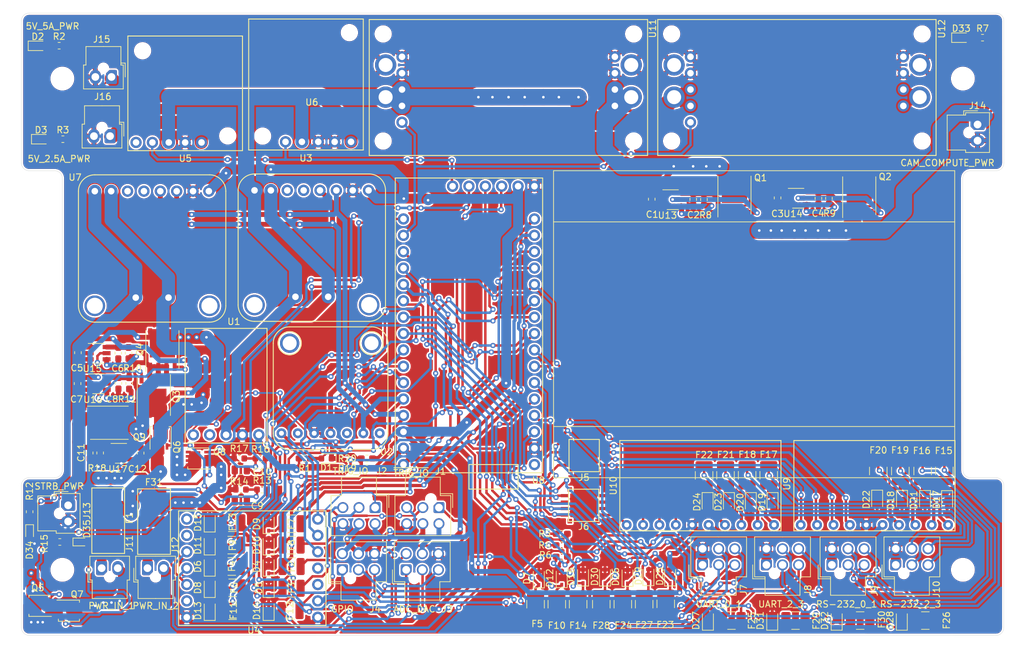
<source format=kicad_pcb>
(kicad_pcb (version 20211014) (generator pcbnew)
  (layers (0 "F.Cu" signal) (31 "B.Cu" signal) (34 "B.Paste" user) (35 "F.Paste" user) (36 "B.SilkS" user "B.Silkscreen") (37 "F.SilkS" user "F.Silkscreen") (38 "B.Mask" user) (39 "F.Mask" user) (44 "Edge.Cuts" user))
  (net 0 "")
  (net 1 "/CameraPower/LTC4412HV/Vin")
  (net 2 "/CamVout")
  (net 3 "/CameraPower/sheet5F4C3746/Vin")
  (net 4 "/PowerInput1/Vin")
  (net 5 "/GND")
  (net 6 "/HighSideSwitch_LTC4412HV/Vin")
  (net 7 "/PowerInput2/Vin")
  (net 8 "Net-(C9-Pad2)")
  (net 9 "Net-(C9-Pad1)")
  (net 10 "Net-(C10-Pad1)")
  (net 11 "Net-(C10-Pad2)")
  (net 12 "/HighSideSwitch_LTC4412HV/Vout")
  (net 13 "Net-(D1-Pad2)")
  (net 14 "Net-(D2-Pad2)")
  (net 15 "Net-(D3-Pad2)")
  (net 16 "/TRIG0_1")
  (net 17 "/TRIG0_0")
  (net 18 "/A3")
  (net 19 "/GPIO_1")
  (net 20 "/DAC_OUT")
  (net 21 "/TRIG1_1")
  (net 22 "/TRIG1_0")
  (net 23 "/A4")
  (net 24 "/GPIO_2")
  (net 25 "/TRIG4_1")
  (net 26 "/TRIG4_0")
  (net 27 "/A5")
  (net 28 "/GPIO_3")
  (net 29 "/COMMS/TX0")
  (net 30 "/COMMS/TX1")
  (net 31 "/COMMS/TX2")
  (net 32 "/COMMS/RX0")
  (net 33 "/COMMS/RX1")
  (net 34 "/COMMS/RX2")
  (net 35 "/COMMS/RX3")
  (net 36 "/Serial0_TX")
  (net 37 "/Serial1_TX")
  (net 38 "/Serial2_TX")
  (net 39 "/Serial3_TX")
  (net 40 "/Serial0_RX")
  (net 41 "/Serial1_RX")
  (net 42 "/Serial2_RX")
  (net 43 "/Serial3_RX")
  (net 44 "Net-(D33-Pad2)")
  (net 45 "Net-(D34-Pad1)")
  (net 46 "Net-(D35-Pad1)")
  (net 47 "/PowerInputProtection/Vin")
  (net 48 "/TRIG0_1_IO")
  (net 49 "/TRIG0_0_IO")
  (net 50 "/A3_IO")
  (net 51 "/GPIO_1_IO")
  (net 52 "/DAC_OUT_IO")
  (net 53 "/TRIG1_1_IO")
  (net 54 "/TRIG1_0_IO")
  (net 55 "/A4_IO")
  (net 56 "/GPIO_2_IO")
  (net 57 "/TRIG4_1_IO")
  (net 58 "/TRIG4_0_IO")
  (net 59 "/A5_IO")
  (net 60 "/GPIO_3_IO")
  (net 61 "/COMMS/TX0_OUT")
  (net 62 "/COMMS/TX1_OUT")
  (net 63 "/COMMS/TX2_OUT")
  (net 64 "/COMMS/TX3_OUT")
  (net 65 "/COMMS/RX0_OUT")
  (net 66 "/COMMS/RX1_OUT")
  (net 67 "/COMMS/RX2_OUT")
  (net 68 "/COMMS/RX3_OUT")
  (net 69 "/COMMS/UART_TX0_OUT")
  (net 70 "/COMMS/UART_TX1_OUT")
  (net 71 "/COMMS/UART_TX2_OUT")
  (net 72 "/COMMS/UART_TX3_OUT")
  (net 73 "/COMMS/UART_RX0_OUT")
  (net 74 "/COMMS/UART_RX1_OUT")
  (net 75 "/COMMS/UART_RX2_OUT")
  (net 76 "/COMMS/UART_RX3_OUT")
  (net 77 "/PowerInputPreotection2/Vin")
  (net 78 "/5V_reg")
  (net 79 "/3.3V_LDO")
  (net 80 "Net-(J5-Pad5)")
  (net 81 "Net-(J5-Pad6)")
  (net 82 "Net-(J5-Pad7)")
  (net 83 "Net-(J5-Pad8)")
  (net 84 "Net-(J6-Pad8)")
  (net 85 "Net-(J6-Pad7)")
  (net 86 "Net-(J6-Pad6)")
  (net 87 "Net-(J6-Pad5)")
  (net 88 "/PowerInputProtection/GND")
  (net 89 "/PowerInputPreotection2/GND")
  (net 90 "/StrobeVout")
  (net 91 "Net-(Q6-Pad4)")
  (net 92 "Net-(Q8-Pad4)")
  (net 93 "/5V_5A_OUT")
  (net 94 "/5V_2.5A_OUT")
  (net 95 "Net-(R8-Pad2)")
  (net 96 "Net-(R9-Pad2)")
  (net 97 "Net-(R10-Pad2)")
  (net 98 "Net-(R11-Pad2)")
  (net 99 "/~{STROBE_ENABLE}")
  (net 100 "Net-(U1-Pad2)")
  (net 101 "/SystemVin")
  (net 102 "Net-(U2-Pad2)")
  (net 103 "/SCL_1")
  (net 104 "Net-(U2-Pad5)")
  (net 105 "/SDA_1")
  (net 106 "Net-(U2-Pad7)")
  (net 107 "/~{5V_ENABLE}")
  (net 108 "/SPI_MOSI")
  (net 109 "/SPI_SCK")
  (net 110 "/SPI_MISO")
  (net 111 "Net-(U4-Pad3)")
  (net 112 "Net-(U4-Pad4)")
  (net 113 "Net-(U4-Pad8)")
  (net 114 "Net-(U4-Pad9)")
  (net 115 "/SD_CS")
  (net 116 "/SD_ENABLE")
  (net 117 "Net-(U4-Pad13)")
  (net 118 "Net-(U5-Pad5)")
  (net 119 "Net-(U6-Pad5)")
  (net 120 "Net-(U6-Pad6)")
  (net 121 "Net-(U8-Pad1)")
  (net 122 "/~{12V_ENABLE}")
  (net 123 "/COMMS/TX3")
  (net 124 "Net-(Q1-Pad4)")
  (net 125 "Net-(Q2-Pad4)")
  (net 126 "Net-(Q3-Pad4)")
  (net 127 "Net-(Q4-Pad4)")
  (net 128 "Net-(Q9-Pad4)")
  (net 129 "Net-(U17-Pad4)")
  (net 130 "Net-(U7-Pad5)")
  (net 131 "Net-(U7-Pad6)")
  (footprint "Capacitor_SMD:C_0603_1608Metric_Pad1.05x0.95mm_HandSolder" (layer "F.Cu") (at 8.77 48.87 -90)
    (fp_text reference "C5")
    (fp_text value "0.1 uF 50V")
  )
  (footprint "Capacitor_SMD:C_0603_1608Metric_Pad1.05x0.95mm_HandSolder" (layer "F.Cu") (at 15.03 48.93 -90)
    (fp_text reference "C6")
    (fp_text value "0.1 uF 50V")
  )
  (footprint "Capacitor_SMD:C_0603_1608Metric_Pad1.05x0.95mm_HandSolder" (layer "F.Cu") (at 8.71 53.66 -90)
    (fp_text reference "C7")
    (fp_text value "0.1 uF 50V")
  )
  (footprint "Capacitor_SMD:C_0603_1608Metric_Pad1.05x0.95mm_HandSolder" (layer "F.Cu") (at 15.05 53.61 -90)
    (fp_text reference "C8")
    (fp_text value "0.1 uF 50V")
  )
  (footprint "Capacitor_SMD:C_0805_2012Metric" (layer "F.Cu") (at 34.036 71.882)
    (fp_text reference "C9")
    (fp_text value "1 uF")
  )
  (footprint "Capacitor_SMD:C_0603_1608Metric_Pad1.05x0.95mm_HandSolder" (layer "F.Cu") (at 10.59 64.43 -90)
    (fp_text reference "C11")
    (fp_text value "0.1 uF 50V")
  )
  (footprint "Capacitor_SMD:C_0603_1608Metric_Pad1.05x0.95mm_HandSolder" (layer "F.Cu") (at 18.49 64.445 -90)
    (fp_text reference "C12")
    (fp_text value "0.1 uF 50V")
  )
  (footprint "LED_SMD:LED_0603_1608Metric" (layer "F.Cu") (at 47.320999 65.278 180)
    (fp_text reference "D1")
    (fp_text value "GRN 1.7V@1mA")
  )
  (footprint "LED_SMD:LED_0603_1608Metric" (layer "F.Cu") (at 2.54 1.27)
    (fp_text reference "D2")
    (fp_text value "ORG 1.8V@1mA")
  )
  (footprint "LED_SMD:LED_0603_1608Metric" (layer "F.Cu") (at 3.048 15.748)
    (fp_text reference "D3")
    (fp_text value "ORG 1.8V@1mA")
  )
  (footprint "Diode_SMD:D_SOD-323" (layer "F.Cu") (at 29.21 82.042 90)
    (fp_text reference "D6")
    (fp_text value "CDSOD323-T03C")
  )
  (footprint "Diode_SMD:D_SOD-323" (layer "F.Cu") (at 80.264 83.854 90)
    (fp_text reference "D7")
    (fp_text value "CDSOD323-T03C")
  )
  (footprint "Diode_SMD:D_SOD-323" (layer "F.Cu") (at 29.21 85.344 90)
    (fp_text reference "D8")
    (fp_text value "CDSOD323-T03C")
  )
  (footprint "Diode_SMD:D_SOD-323" (layer "F.Cu") (at 29.21 78.74 90)
    (fp_text reference "D11")
    (fp_text value "CDSOD323-T03C")
  )
  (footprint "Diode_SMD:D_SOD-323" (layer "F.Cu") (at 83.82 83.82 90)
    (fp_text reference "D12")
    (fp_text value "CDSOD323-T03C")
  )
  (footprint "Diode_SMD:D_SOD-323" (layer "F.Cu") (at 29.21 88.9 90)
    (fp_text reference "D13")
    (fp_text value "CDSOD323-T03C")
  )
  (footprint "Diode_SMD:D_SOD-323" (layer "F.Cu") (at 38.354 88.9 90)
    (fp_text reference "D14")
    (fp_text value "CDSOD323-T03C")
  )
  (footprint "Diode_SMD:D_SOD-323" (layer "F.Cu") (at 29.21 75.184 90)
    (fp_text reference "D15")
    (fp_text value "CDSOD323-T03C")
  )
  (footprint "Diode_SMD:D_SOD-323" (layer "F.Cu") (at 87.122 83.566 90)
    (fp_text reference "D16")
    (fp_text value "CDSOD323-T03C")
  )
  (footprint "Diode_SMD:D_SOD-323" (layer "F.Cu") (at 143.6 71.775 -90)
    (fp_text reference "D17")
    (fp_text value "CDSOD323-T15C")
  )
  (footprint "Diode_SMD:D_SOD-323" (layer "F.Cu") (at 140.175 71.75 -90)
    (fp_text reference "D18")
    (fp_text value "CDSOD323-T15C")
  )
  (footprint "Diode_SMD:D_SOD-323" (layer "F.Cu") (at 116.525 72.075 -90)
    (fp_text reference "D19")
    (fp_text value "CDSOD323-T15C")
  )
  (footprint "Diode_SMD:D_SOD-323" (layer "F.Cu") (at 113.15 72.075 -90)
    (fp_text reference "D20")
    (fp_text value "CDSOD323-T15C")
  )
  (footprint "Diode_SMD:D_SOD-323" (layer "F.Cu") (at 136.6 71.725 -90)
    (fp_text reference "D21")
    (fp_text value "CDSOD323-T15C")
  )
  (footprint "Diode_SMD:D_SOD-323" (layer "F.Cu") (at 132.75 71.7 -90)
    (fp_text reference "D22")
    (fp_text value "CDSOD323-T15C")
  )
  (footprint "Diode_SMD:D_SOD-323" (layer "F.Cu") (at 109.75 72.075 -90)
    (fp_text reference "D23")
    (fp_text value "CDSOD323-T15C")
  )
  (footprint "Diode_SMD:D_SOD-323" (layer "F.Cu") (at 106.45 72.075 -90)
    (fp_text reference "D24")
    (fp_text value "CDSOD323-T15C")
  )
  (footprint "Diode_SMD:D_SOD-323" (layer "F.Cu") (at 100.63 83.55 90)
    (fp_text reference "D25")
    (fp_text value "CDSOD323-T03C")
  )
  (footprint "Diode_SMD:D_SOD-323" (layer "F.Cu") (at 94.03 83.62 90)
    (fp_text reference "D26")
    (fp_text value "CDSOD323-T03C")
  )
  (footprint "Diode_SMD:D_SOD-323" (layer "F.Cu") (at 106.492 90.424 90)
    (fp_text reference "D27")
    (fp_text value "CDSOD323-T03C")
  )
  (footprint "Diode_SMD:D_SOD-323" (layer "F.Cu") (at 136.572 90.424 90)
    (fp_text reference "D28")
    (fp_text value "CDSOD323-T03C")
  )
  (footprint "Diode_SMD:D_SOD-323" (layer "F.Cu") (at 97.26 83.51 90)
    (fp_text reference "D29")
    (fp_text value "CDSOD323-T03C")
  )
  (footprint "Diode_SMD:D_SOD-323" (layer "F.Cu") (at 90.53 83.57 90)
    (fp_text reference "D30")
    (fp_text value "CDSOD323-T03C")
  )
  (footprint "Diode_SMD:D_SOD-323" (layer "F.Cu") (at 116.472 90.424 90)
    (fp_text reference "D31")
    (fp_text value "CDSOD323-T03C")
  )
  (footprint "Diode_SMD:D_SOD-323" (layer "F.Cu") (at 126.472 90.424 90)
    (fp_text reference "D32")
    (fp_text value "CDSOD323-T03C")
  )
  (footprint "LED_SMD:LED_0603_1608Metric" (layer "F.Cu") (at 145.796 0)
    (fp_text reference "D33")
    (fp_text value "ORG 1.8V@1mA")
  )
  (footprint "Diode_SMD:D_SOD-523" (layer "F.Cu") (at 1.27 76.708 -90)
    (fp_text reference "D34")
    (fp_text value "BZT52C20T-7")
  )
  (footprint "ProjectFootprints:01550900M" (layer "F.Cu") (at 13.462 74.93 90)
    (fp_text reference "F1")
    (fp_text value "01550900M(Holder)")
  )
  (footprint "Resistor_SMD:R_1210_3225Metric" (layer "F.Cu") (at 79.756 87.884 -90)
    (fp_text reference "F5")
    (fp_text value "PTC")
  )
  (footprint "Resistor_SMD:R_1210_3225Metric" (layer "F.Cu") (at 32.766 85.344)
    (fp_text reference "F6")
    (fp_text value "PTC")
  )
  (footprint "Resistor_SMD:R_1210_3225Metric" (layer "F.Cu") (at 32.620001 78.719001)
    (fp_text reference "F9")
    (fp_text value "PTC")
  )
  (footprint "Resistor_SMD:R_1210_3225Metric" (layer "F.Cu") (at 83.058 87.884 -90)
    (fp_text reference "F10")
    (fp_text value "PTC")
  )
  (footprint "Resistor_SMD:R_1210_3225Metric" (layer "F.Cu") (at 41.742001 88.879001)
    (fp_text reference "F12")
    (fp_text value "PTC")
  )
  (footprint "Resistor_SMD:R_1210_3225Metric" (layer "F.Cu") (at 32.715001 75.256001)
    (fp_text reference "F13")
    (fp_text value "PTC")
  )
  (footprint "Resistor_SMD:R_1210_3225Metric" (layer "F.Cu") (at 86.36 87.884 -90)
    (fp_text reference "F14")
    (fp_text value "PTC")
  )
  (footprint "Resistor_SMD:R_1210_3225Metric_Pad1.42x2.65mm_HandSolder" (layer "F.Cu") (at 143.175 67.2125 90)
    (fp_text reference "F15")
    (fp_text value "PTC")
  )
  (footprint "Resistor_SMD:R_1210_3225Metric_Pad1.42x2.65mm_HandSolder" (layer "F.Cu") (at 139.8 67.225 90)
    (fp_text reference "F16")
    (fp_text value "PTC")
  )
  (footprint "Resistor_SMD:R_1210_3225Metric_Pad1.42x2.65mm_HandSolder" (layer "F.Cu") (at 115.925 67.8875 90)
    (fp_text reference "F17")
    (fp_text value "PTC")
  )
  (footprint "Resistor_SMD:R_1210_3225Metric_Pad1.42x2.65mm_HandSolder" (layer "F.Cu") (at 136.35 67.225 90)
    (fp_text reference "F19")
    (fp_text value "PTC")
  )
  (footprint "Resistor_SMD:R_1210_3225Metric_Pad1.42x2.65mm_HandSolder" (layer "F.Cu") (at 132.925 67.225 90)
    (fp_text reference "F20")
    (fp_text value "PTC")
  )
  (footprint "Resistor_SMD:R_1210_3225Metric_Pad1.42x2.65mm_HandSolder" (layer "F.Cu") (at 109.225 67.9 90)
    (fp_text reference "F21")
    (fp_text value "PTC")
  )
  (footprint "Resistor_SMD:R_1210_3225Metric_Pad1.42x2.65mm_HandSolder" (layer "F.Cu") (at 105.9 67.9 90)
    (fp_text reference "F22")
    (fp_text value "PTC")
  )
  (footprint "Resistor_SMD:R_1210_3225Metric_Pad1.42x2.65mm_HandSolder" (layer "F.Cu") (at 99.95 87.83 -90)
    (fp_text reference "F23")
    (fp_text value "PTC")
  )
  (footprint "Resistor_SMD:R_1210_3225Metric_Pad1.42x2.65mm_HandSolder" (layer "F.Cu") (at 93.3 87.88 -90)
    (fp_text reference "F24")
    (fp_text value "PTC")
  )
  (footprint "Resistor_SMD:R_1210_3225Metric_Pad1.42x2.65mm_HandSolder" (layer "F.Cu") (at 110.152 90.424)
    (fp_text reference "F25")
    (fp_text value "PTC")
  )
  (footprint "Resistor_SMD:R_1210_3225Metric_Pad1.42x2.65mm_HandSolder" (layer "F.Cu") (at 140.222 90.424)
    (fp_text reference "F26")
    (fp_text value "PTC")
  )
  (footprint "Resistor_SMD:R_1210_3225Metric_Pad1.42x2.65mm_HandSolder" (layer "F.Cu") (at 96.6 87.88 -90)
    (fp_text reference "F27")
    (fp_text value "PTC")
  )
  (footprint "Resistor_SMD:R_1210_3225Metric_Pad1.42x2.65mm_HandSolder" (layer "F.Cu") (at 89.96 87.88 -90)
    (fp_text reference "F28")
    (fp_text value "PTC")
  )
  (footprint "Resistor_SMD:R_1210_3225Metric_Pad1.42x2.65mm_HandSolder" (layer "F.Cu") (at 120.082 90.424)
    (fp_text reference "F29")
    (fp_text value "PTC")
  )
  (footprint "Resistor_SMD:R_1210_3225Metric_Pad1.42x2.65mm_HandSolder" (layer "F.Cu") (at 130.112 90.424)
    (fp_text reference "F30")
    (fp_text value "PTC")
  )
  (footprint "UART-Mux:CVS-04TB" (layer "F.Cu") (at 87.3 64.825 -90)
    (fp_text reference "J5")
    (fp_text value "CVS-04TB")
  )
  (footprint "UART-Mux:CVS-04TB" (layer "F.Cu") (at 87.225 72.55 -90)
    (fp_text reference "J6")
    (fp_text value "CVS-04TB")
  )
  (footprint "Package_SO:Vishay_PowerPAK_1212-8_Single" (layer "F.Cu") (at 2.794 88.138 180)
    (fp_text reference "Q5")
    (fp_text value "SISS10ADN")
  )
  (footprint "Package_SO:Vishay_PowerPAK_1212-8_Single" (layer "F.Cu") (at 21.59 61.976 90)
    (fp_text reference "Q6")
    (fp_text value "SI7611DN")
  )
  (footprint "Resistor_SMD:R_0603_1608Metric_Pad1.05x0.95mm_HandSolder" (layer "F.Cu") (at 43.942 65.278)
    (fp_text reference "R1")
    (fp_text value "3240")
  )
  (footprint "Resistor_SMD:R_0603_1608Metric_Pad1.05x0.95mm_HandSolder" (layer "F.Cu") (at 5.853001 1.248001)
    (fp_text reference "R2")
    (fp_text value "3240")
  )
  (footprint "Resistor_SMD:R_0603_1608Metric_Pad1.05x0.95mm_HandSolder" (layer "F.Cu") (at 6.430001 15.749001)
    (fp_text reference "R3")
    (fp_text value "3240")
  )
  (footprint "Resistor_SMD:R_0603_1608Metric_Pad1.05x0.95mm_HandSolder" (layer "F.Cu") (at 83.82 76.962)
    (fp_text reference "R5")
    (fp_text value "1k")
  )
  (footprint "Resistor_SMD:R_0603_1608Metric_Pad1.05x0.95mm_HandSolder" (layer "F.Cu") (at 83.82 80.518)
    (fp_text reference "R6")
    (fp_text value "1k")
  )
  (footprint "Resistor_SMD:R_0603_1608Metric_Pad1.05x0.95mm_HandSolder" (layer "F.Cu") (at 149.098 0)
    (fp_text reference "R7")
    (fp_text value "10.2k")
  )
  (footprint "Resistor_SMD:R_0603_1608Metric_Pad1.05x0.95mm_HandSolder" (layer "F.Cu") (at 16.62 48.93 -90)
    (fp_text reference "R10")
    (fp_text value "470k")
  )
  (footprint "Resistor_SMD:R_0603_1608Metric_Pad1.05x0.95mm_HandSolder" (layer "F.Cu") (at 16.71 53.625 -90)
    (fp_text reference "R11")
    (fp_text value "470k")
  )
  (footprint "Resistor_SMD:R_0603_1608Metric_Pad1.05x0.95mm_HandSolder" (layer "F.Cu") (at 1.27 73.547 -90)
    (fp_text reference "R12")
    (fp_text value "10K")
  )
  (footprint "Resistor_SMD:R_0603_1608Metric" (layer "F.Cu") (at 37.338 70.104)
    (fp_text reference "R13")
    (fp_text value "100")
  )
  (footprint "Resistor_SMD:R_0603_1608Metric" (layer "F.Cu") (at 34.036 70.104 180)
    (fp_text reference "R14")
    (fp_text value "499k")
  )
  (footprint "Resistor_SMD:R_0603_1608Metric_Pad1.05x0.95mm_HandSolder" (layer "F.Cu") (at 12.21 64.43 -90)
    (fp_text reference "R18")
    (fp_text value "470k")
  )
  (footprint "ProjectFootprints:D24V10F5" (layer "F.Cu") (at 31.75 61.61)
    (fp_text reference "U1")
    (fp_text value "D24V10F5")
  )
  (footprint "ProjectFootprints:Adafruit_BME280" (layer "F.Cu") (at 47.96 63.91)
    (fp_text reference "U2")
    (fp_text value "Adafruit_BME280")
  )
  (footprint "ProjectFootprints:D24V50F5" (layer "F.Cu") (at 46.05 16.16)
    (fp_text reference "U3")
    (fp_text value "D24V50F5")
  )
  (footprint "ProjectFootprints:D24V22F5" (layer "F.Cu") (at 22.86 16.256)
    (fp_text reference "U5")
    (fp_text value "D24V22F5")
  )
  (footprint "ProjectFootprints:Adafruit_INA260" (layer "F.Cu") (at 45.05 21.15 180)
    (fp_text reference "U6")
    (fp_text value "Adafruit_INA260")
  )
  (footprint "ProjectFootprints:MoteinoM0" (layer "F.Cu") (at 69.425 47.175 180)
    (fp_text reference "U8")
    (fp_text value "MoteinoM0")
  )
  (footprint "ProjectFootprints:SparkFun_MAX3232" (layer "F.Cu") (at 132.325 69.5 -90)
    (fp_text reference "U9")
    (fp_text value "SparkFun_MAX3232")
  )
  (footprint "ProjectFootprints:SparkFun_MAX3232" (layer "F.Cu") (at 105.325 69.5 -90)
    (fp_text reference "U10")
    (fp_text value "SparkFun_MAX3232")
  )
  (footprint "ProjectFootprints:S18V20x" (layer "F.Cu") (at 75.55 7.73 90)
    (fp_text reference "U11")
    (fp_text value "S18V20F12")
  )
  (footprint "ProjectFootprints:S18V20x" (layer "F.Cu") (at 120.3 7.73 90)
    (fp_text reference "U12")
    (fp_text value "S18V20F12")
  )
  (footprint "Package_TO_SOT_SMD:TSOT-23-6" (layer "F.Cu") (at 11.905001 48.945001)
    (fp_text reference "U15")
    (fp_text value "LTC4412HVIS6")
  )
  (footprint "Package_TO_SOT_SMD:TSOT-23-6" (layer "F.Cu") (at 11.94 53.67)
    (fp_text reference "U16")
    (fp_text value "LTC4412HVIS6")
  )
  (footprint "Package_TO_SOT_SMD:TSOT-23-6" (layer "F.Cu") (at 15.440001 64.455001)
    (fp_text reference "U17")
    (fp_text value "LTC4412HVIS6")
  )
  (footprint "MountingHole:MountingHole_3.2mm_M3" (layer "F.Cu") (at 146.05 6.35)
    (fp_text reference "")
    (fp_text value "MountingHole_3.2mm_M3")
  )
  (footprint "MountingHole:MountingHole_3.2mm_M3" (layer "F.Cu") (at 6.35 82.55)
    (fp_text reference "")
    (fp_text value "MountingHole_3.2mm_M3")
  )
  (footprint "MountingHole:MountingHole_3.2mm_M3" (layer "F.Cu") (at 6.35 6.35 90)
    (fp_text reference "")
    (fp_text value "MountingHole_3.2mm_M3")
  )
  (footprint "MountingHole:MountingHole_3.2mm_M3" (layer "F.Cu") (at 146.05 82.55)
    (fp_text reference "")
    (fp_text value "MountingHole_3.2mm_M3")
  )
  (footprint "ProjectFootprints:Adafruit_INA260" (layer "F.Cu") (at 20.275 21.275 180)
    (fp_text reference "U7")
    (fp_text value "Adafruit_INA260")
  )
  (footprint "Resistor_SMD:R_0603_1608Metric_Pad1.05x0.95mm_HandSolder" (layer "F.Cu") (at 83.82 78.74)
    (fp_text reference "R4")
    (fp_text value "1k")
  )
  (footprint "Connector_Molex:Molex_Nano-Fit_105310-xx06_2x03_P2.50mm_Vertical" (layer "F.Cu") (at 64.77 72.898 -90)
    (fp_text reference "J1")
    (fp_text value "~{TRIG_IO}")
  )
  (footprint "Connector_Molex:Molex_Nano-Fit_105310-xx06_2x03_P2.50mm_Vertical" (layer "F.Cu") (at 59.69 82.55 90)
    (fp_text reference "J3")
    (fp_text value "ADC_DAC")
  )
  (footprint "Connector_Molex:Molex_Nano-Fit_105310-xx06_2x03_P2.50mm_Vertical" (layer "F.Cu") (at 49.784 82.55 90)
    (fp_text reference "J4")
    (fp_text value "GPIO")
  )
  (footprint "Connector_Molex:Molex_Nano-Fit_105309-xx02_1x02_P2.50mm_Vertical" (layer "F.Cu") (at 12.446 82.296 90)
    (fp_text reference "J11")
    (fp_text value "PWR_IN_1")
  )
  (footprint "Connector_Molex:Molex_Nano-Fit_105309-xx02_1x02_P2.50mm_Vertical" (layer "F.Cu") (at 19.558 82.296 90)
    (fp_text reference "J12")
    (fp_text value "PWR_IN_2")
  )
  (footprint "Connector_Molex:Molex_Nano-Fit_105309-xx02_1x02_P2.50mm_Vertical" (layer "F.Cu") (at 7.25 72.55)
    (fp_text reference "J13")
    (fp_text value "STRB_PWR")
  )
  (footprint "Connector_Molex:Molex_Nano-Fit_105309-xx02_1x02_P2.50mm_Vertical" (layer "F.Cu") (at 148.325 13.475)
    (fp_text reference "J14")
    (fp_text value "CAM_COMPUTE_PWR")
  )
  (footprint "Connector_Molex:Molex_Nano-Fit_105309-xx02_1x02_P2.50mm_Vertical" (layer "F.Cu") (at 13.97 6.096 -90)
    (fp_text reference "J15")
    (fp_text value "5V_5A_PWR")
  )
  (footprint "Connector_Molex:Molex_Nano-Fit_105309-xx02_1x02_P2.50mm_Vertical" (layer "F.Cu") (at 13.75 15.275 -90)
    (fp_text reference "J16")
    (fp_text value "5V_2.5A_PWR")
  )
  (footprint "Resistor_SMD:R_0603_1608Metric" (layer "F.Cu") (at 33.782 65.278 180)
    (fp_text reference "R17")
    (fp_text value "499k")
  )
  (footprint "Resistor_SMD:R_0603_1608Metric" (layer "F.Cu") (at 37.084 65.278)
    (fp_text reference "R16")
    (fp_text value "100")
  )
  (footprint "Resistor_SMD:R_0603_1608Metric_Pad1.05x0.95mm_HandSolder" (layer "F.Cu") (at 5.955 78.232)
    (fp_text reference "R15")
    (fp_text value "10K")
  )
  (footprint "ProjectFootprints:01550900M" (layer "F.Cu") (at 20.574 75.072 90)
    (fp_text reference "F31")
    (fp_text value "01550900M(Holder)")
  )
  (footprint "Package_SO:Vishay_PowerPAK_1212-8_Single" (layer "F.Cu") (at 7.366 88.9)
    (fp_text reference "Q7")
    (fp_text value "SISS10ADN")
  )
  (footprint "Package_SO:Vishay_PowerPAK_1212-8_Single" (layer "F.Cu") (at 27.432 65.278 180)
    (fp_text reference "Q8")
    (fp_text value "SI7611DN")
  )
  (footprint "Diode_SMD:D_SOD-523" (layer "F.Cu") (at 9.144 78.232)
    (fp_text reference "D35")
    (fp_text value "BZT52C20T-7")
  )
  (footprint "Capacitor_SMD:C_0805_2012Metric" (layer "F.Cu") (at 34.036 67.056)
    (fp_text reference "C10")
    (fp_text value "1 uF")
  )
  (footprint "Resistor_SMD:R_1210_3225Metric_Pad1.42x2.65mm_HandSolder" (layer "F.Cu") (at 112.575 67.8875 90)
    (fp_text reference "F18")
    (fp_text value "PTC")
  )
  (footprint "ProjectFootprints:LowPowerLabs-SD-Card" (layer "F.Cu") (at 35.814 81.026 180)
    (fp_text reference "U4")
    (fp_text value "LowPowerLab-SD-Card")
  )
  (footprint "Package_SO:PowerPAK_SO-8_Single" (layer "F.Cu") (at 20.54 55.67 -90)
    (fp_text reference "Q3")
    (fp_text value "Si7463DP")
  )
  (footprint "Package_SO:PowerPAK_SO-8_Single" (layer "F.Cu") (at 21.87 48.39 90)
    (fp_text reference "Q4")
    (fp_text value "Si7463DP")
  )
  (footprint "Capacitor_SMD:C_0603_1608Metric_Pad1.05x0.95mm_HandSolder" (layer "F.Cu") (at 104.22 25.08 -90)
    (fp_text reference "C2")
    (fp_text value "0.1 uF 50V")
  )
  (footprint "Capacitor_SMD:C_0603_1608Metric_Pad1.05x0.95mm_HandSolder" (layer "F.Cu") (at 97.78 25.06 -90)
    (fp_text reference "C1")
    (fp_text value "0.1 uF 50V")
  )
  (footprint "Package_TO_SOT_SMD:TSOT-23-6" (layer "F.Cu") (at 101.040001 25.110001)
    (fp_text reference "U13")
    (fp_text value "LTC4412HVIS6")
  )
  (footprint "Resistor_SMD:R_0603_1608Metric_Pad1.05x0.95mm_HandSolder" (layer "F.Cu") (at 105.88 25.11 -90)
    (fp_text reference "R8")
    (fp_text value "470k")
  )
  (footprint "Package_SO:PowerPAK_SO-8_Single" (layer "F.Cu") (at 129.97 24.52 90)
    (fp_text reference "Q2")
    (fp_text value "Si7463DP")
  )
  (footprint "Capacitor_SMD:C_0603_1608Metric_Pad1.05x0.95mm_HandSolder" (layer "F.Cu") (at 123.64 24.91 -90)
    (fp_text reference "C4")
    (fp_text value "0.1 uF 50V")
  )
  (footprint "Capacitor_SMD:C_0603_1608Metric_Pad1.05x0.95mm_HandSolder" (layer "F.Cu") (at 117.3 24.86 -90)
    (fp_text reference "C3")
    (fp_text value "0.1 uF 50V")
  )
  (footprint "Package_TO_SOT_SMD:TSOT-23-6" (layer "F.Cu") (at 120.505001 24.885001)
    (fp_text reference "U14")
    (fp_text value "LTC4412HVIS6")
  )
  (footprint "Resistor_SMD:R_0603_1608Metric_Pad1.05x0.95mm_HandSolder" (layer "F.Cu") (at 125.27 24.91 -90)
    (fp_text reference "R9")
    (fp_text value "470k")
  )
  (footprint "Package_SO:PowerPAK_SO-8_Single" (layer "F.Cu") (at 110.61 24.42 90)
    (fp_text reference "Q1")
    (fp_text value "Si7463DP")
  )
  (footprint "Resistor_SMD:R_0603_1608Metric_Pad1.05x0.95mm_HandSolder" (layer "F.Cu") (at 53.594 66.802)
    (fp_text reference "R19")
    (fp_text value "10K")
  )
  (footprint "Resistor_SMD:R_0603_1608Metric_Pad1.05x0.95mm_HandSolder" (layer "F.Cu") (at 53.594 65.278)
    (fp_text reference "R20")
    (fp_text value "10K")
  )
  (footprint "Package_SO:PowerPAK_SO-8_Single" (layer "F.Cu") (at 13.64 59.74)
    (fp_text reference "Q9")
    (fp_text value "Si7463DP")
  )
  (footprint "Resistor_SMD:R_1210_3225Metric" (layer "F.Cu") (at 32.636 82.042)
    (fp_text reference "F4")
    (fp_text value "PTC")
  )
  (footprint "Resistor_SMD:R_1210_3225Metric" (layer "F.Cu") (at 32.766 88.9)
    (fp_text reference "F11")
    (fp_text value "PTC")
  )
  (footprint "Resistor_SMD:R_1210_3225Metric" (layer "F.Cu") (at 41.903001 75.402001)
    (fp_text reference "F7")
    (fp_text value "PTC")
  )
  (footprint "Resistor_SMD:R_1210_3225Metric" (layer "F.Cu") (at 41.91 78.719001)
    (fp_text reference "F8")
    (fp_text value "PTC")
  )
  (footprint "Diode_SMD:D_SOD-323" (layer "F.Cu") (at 38.354 82.042 90)
    (fp_text reference "D4")
    (fp_text value "CDSOD323-T03C")
  )
  (footprint "Diode_SMD:D_SOD-323" (layer "F.Cu") (at 38.354 85.344 90)
    (fp_text reference "D5")
    (fp_text value "CDSOD323-T03C")
  )
  (footprint "Diode_SMD:D_SOD-323" (layer "F.Cu") (at 38.354 75.438 90)
    (fp_text reference "D9")
    (fp_text value "CDSOD323-T03C")
  )
  (footprint "Diode_SMD:D_SOD-323" (layer "F.Cu") (at 38.354 78.74 90)
    (fp_text reference "D10")
    (fp_text value "CDSOD323-T03C")
  )
  (footprint "Resistor_SMD:R_1210_3225Metric" (layer "F.Cu") (at 41.91 85.416001)
    (fp_text reference "F3")
    (fp_text value "PTC")
  )
  (footprint "Resistor_SMD:R_1210_3225Metric" (layer "F.Cu") (at 41.91 82.042)
    (fp_text reference "F2")
    (fp_text value "PTC")
  )
  (footprint "Connector_Molex:Molex_Nano-Fit_105310-xx06_2x03_P2.50mm_Vertical" (layer "F.Cu") (at 115.57 81.788 90)
    (fp_text reference "J8")
    (fp_text value "UART_2_3")
  )
  (footprint "Connector_Molex:Molex_Nano-Fit_105310-xx06_2x03_P2.50mm_Vertical" (layer "F.Cu") (at 105.664 81.788 90)
    (fp_text reference "J7")
    (fp_text value "UART_0_1")
  )
  (footprint "Connector_Molex:Molex_Nano-Fit_105310-xx06_2x03_P2.50mm_Vertical" (layer "F.Cu") (at 125.73 81.788 90)
    (fp_text reference "J9")
    (fp_text value "RS-232_0_1")
  )
  (footprint "Connector_Molex:Molex_Nano-Fit_105310-xx06_2x03_P2.50mm_Vertical" (layer "F.Cu") (at 135.636 81.788 90)
    (fp_text reference "J10")
    (fp_text value "RS-232_2_3")
  )
  (footprint "Connector_Molex:Molex_Nano-Fit_105310-xx06_2x03_P2.50mm_Vertical" (layer "F.Cu") (at 54.864 72.898 -90)
    (fp_text reference "J2")
    (fp_text value "TRIG_IO")
  )
  (gr_line (start 144.78 68.2625) (end 82.55 68.2625) (layer "F.SilkS") (width 0.12))
  (gr_line (start 82.55 68.2625) (end 82.55 20.6375) (layer "F.SilkS") (width 0.12))
  (gr_line (start 144.78 20.6375) (end 144.78 68.2625) (layer "F.SilkS") (width 0.12))
  (gr_line (start 144.78 60.325) (end 82.55 60.325) (layer "F.SilkS") (width 0.12))
  (gr_line (start 144.78 28.575) (end 82.55 28.575) (layer "F.SilkS") (width 0.12))
  (gr_line (start 144.79 20.64) (end 82.56 20.64) (layer "F.SilkS") (width 0.12))
  (gr_line (start 1.21 20.64) (end 5.14 20.64) (layer "Edge.Cuts") (width 0.05))
  (gr_line (start 0 69.47) (end 0 91.54) (layer "Edge.Cuts") (width 0.05))
  (gr_line (start 147.2 20.64) (end 151.24 20.64) (layer "Edge.Cuts") (width 0.05))
  (gr_line (start 146.03 21.85) (end 146.05 67.1) (layer "Edge.Cuts") (width 0.05))
  (gr_line (start 151.19 68.27) (end 147.26 68.27) (layer "Edge.Cuts") (width 0.05))
  (gr_line (start 152.4 -2.64) (end 152.41 19.43) (layer "Edge.Cuts") (width 0.05))
  (gr_arc (start 1.21 20.64) (mid 0.362685 20.305599) (end 0 19.47) (layer "Edge.Cuts") (width 0.05))
  (gr_arc (start 0 -2.6) (mid 0.334401 -3.447315) (end 1.17 -3.81) (layer "Edge.Cuts") (width 0.05))
  (gr_arc (start 151.19 -3.81) (mid 152.037315 -3.475599) (end 152.4 -2.64) (layer "Edge.Cuts") (width 0.05))
  (gr_arc (start 152.41 19.43) (mid 152.075599 20.277315) (end 151.24 20.64) (layer "Edge.Cuts") (width 0.05))
  (gr_arc (start 146.03 21.85) (mid 146.364401 21.002685) (end 147.2 20.64) (layer "Edge.Cuts") (width 0.05))
  (gr_arc (start 147.26 68.27) (mid 146.412685 67.935599) (end 146.05 67.1) (layer "Edge.Cuts") (width 0.05))
  (gr_arc (start 151.19 68.27) (mid 152.037315 68.604401) (end 152.4 69.44) (layer "Edge.Cuts") (width 0.05))
  (gr_arc (start 152.4 91.51) (mid 152.065599 92.357315) (end 151.23 92.72) (layer "Edge.Cuts") (width 0.05))
  (gr_arc (start 1.21 92.71) (mid 0.362685 92.375599) (end 0 91.54) (layer "Edge.Cuts") (width 0.05))
  (gr_arc (start 0 69.47) (mid 0.334401 68.622685) (end 1.17 68.26) (layer "Edge.Cuts") (width 0.05))
  (gr_arc (start 6.35 67.05) (mid 6.015599 67.897315) (end 5.18 68.26) (layer "Edge.Cuts") (width 0.05))
  (gr_line (start 151.23 92.72) (end 1.21 92.71) (layer "Edge.Cuts") (width 0.05))
  (gr_line (start 1.17 -3.81) (end 151.19 -3.81) (layer "Edge.Cuts") (width 0.05))
  (gr_line (start 152.4 91.51) (end 152.4 69.44) (layer "Edge.Cuts") (width 0.05))
  (gr_arc (start 5.14 20.64) (mid 5.987315 20.974401) (end 6.35 21.81) (layer "Edge.Cuts") (width 0.05))
  (gr_line (start 6.35 21.81) (end 6.35 67.05) (layer "Edge.Cuts") (width 0.05))
  (gr_line (start 0 -2.6) (end 0 19.47) (layer "Edge.Cuts") (width 0.05))
  (gr_line (start 5.18 68.26) (end 1.17 68.26) (layer "Edge.Cuts") (width 0.05))
  (segment (start 97.78 24.185) (end 99.705002 24.185) (width 0.762) (layer "F.Cu") (net 1))
  (segment (start 99.705002 24.185) (end 99.730001 24.160001) (width 0.762) (layer "F.Cu") (net 1))
  (segment (start 101.67 19.96) (end 97.78 23.85) (width 0.762) (layer "F.Cu") (net 1))
  (segment (start 97.78 23.85) (end 97.78 24.185) (width 0.762) (layer "F.Cu") (net 1))
  (segment (start 108.31 19.96) (end 104.2 19.96) (width 2.54) (layer "F.Cu") (net 1))
  (segment (start 110.61 23.73) (end 110.61 22.26) (width 2.54) (layer "F.Cu") (net 1))
  (segment (start 111.245 21.625) (end 112.515 21.625) (width 0.381) (layer "F.Cu") (net 1))
  (segment (start 104.2 19.96) (end 101.67 19.96) (width 0.762) (layer "F.Cu") (net 1))
  (segment (start 110.61 22.26) (end 108.31 19.96) (width 2.54) (layer "F.Cu") (net 1))
  (segment (start 109.975 21.625) (end 111.245 21.625) (width 0.381) (layer "F.Cu") (net 1))
  (segment (start 112.515 21.625) (end 112.515 21.825) (width 0.381) (layer "F.Cu") (net 1))
  (segment (start 108.705 21.625) (end 109.975 21.625) (width 0.381) (layer "F.Cu") (net 1))
  (segment (start 112.515 21.825) (end 110.61 23.73) (width 0.381) (layer "F.Cu") (net 1))
  (via (at 104.2 19.96) (size 0.8) (drill 0.4) (layers "F.Cu" "B.Cu") (net 1))
  (via (at 108.31 19.96) (size 0.8) (drill 0.4) (layers "F.Cu" "B.Cu") (net 1))
  (via (at 106.24 19.96) (size 0.8) (drill 0.4) (layers "F.Cu" "B.Cu") (net 1))
  (via (at 101.19 19.96) (size 0.8) (drill 0.4) (layers "F.Cu" "B.Cu") (net 1))
  (segment (start 90.48 13.3486) (end 94.6 9.2286) (width 2.54) (layer "B.Cu") (net 1))
  (segment (start 101.19 19.96) (end 93.12 19.96) (width 2.54) (layer "B.Cu") (net 1))
  (segment (start 104.2 19.96) (end 101.19 19.96) (width 2.54) (layer "B.Cu") (net 1))
  (segment (start 90.48 17.32) (end 90.48 13.3486) (width 2.54) (layer "B.Cu") (net 1))
  (segment (start 93.12 19.96) (end 90.48 17.32) (width 2.54) (layer "B.Cu") (net 1))
  (segment (start 106.24 19.96) (end 108.31 19.96) (width 2.54) (layer "B.Cu") (net 1))
  (segment (start 104.2 19.96) (end 106.24 19.96) (width 2.54) (layer "B.Cu") (net 1))
  (segment (start 90.48 13.3486) (end 90.48 12.1675) (width 2.54) (layer "B.Cu") (net 1))
  (segment (start 90.48 12.1675) (end 92.06 10.5875) (width 2.54) (layer "B.Cu") (net 1))
  (segment (start 92.06 10.5875) (end 92.06 8.0475) (width 2.54) (layer "B.Cu") (net 1))
  (segment (start 109.975 27.09) (end 111.245 27.09) (width 0.762) (layer "F.Cu") (net 2))
  (segment (start 102.350001 24.160001) (end 104.175001 24.160001) (width 0.762) (layer "F.Cu") (net 2))
  (segment (start 104.175001 24.160001) (end 104.22 24.205) (width 0.762) (layer "F.Cu") (net 2))
  (segment (start 104.22 24.205) (end 105.85 24.205) (width 0.762) (layer "F.Cu") (net 2))
  (segment (start 105.85 24.205) (end 105.88 24.235) (width 0.762) (layer "F.Cu") (net 2))
  (segment (start 123.64 24.035) (end 125.27 24.035) (width 0.762) (layer "F.Cu") (net 2))
  (segment (start 123.540001 23.935001) (end 123.64 24.035) (width 0.762) (layer "F.Cu") (net 2))
  (segment (start 121.815001 23.935001) (end 123.540001 23.935001) (width 0.762) (layer "F.Cu") (net 2))
  (segment (start 105.88 24.235) (end 107.293 24.235) (width 0.762) (layer "F.Cu") (net 2))
  (segment (start 108.073999 25.015999) (end 108.073999 26.458999) (width 0.762) (layer "F.Cu") (net 2))
  (segment (start 111.04 29.92) (end 114.46 29.92) (width 2.54) (layer "F.Cu") (net 2))
  (segment (start 150.876 1.016) (end 150.876 10.924) (width 0.381) (layer "F.Cu") (net 2))
  (segment (start 127.91 29.92) (end 129.04 28.79) (width 2.54) (layer "F.Cu") (net 2))
  (segment (start 150.876 10.924) (end 148.325 13.475) (width 0.381) (layer "F.Cu") (net 2))
  (segment (start 108.073999 26.458999) (end 108.705 27.09) (width 0.762) (layer "F.Cu") (net 2))
  (segment (start 128.065 27.19) (end 128.065 27.815) (width 1.016) (layer "F.Cu") (net 2))
  (segment (start 129.04 27.485) (end 129.335 27.19) (width 1.016) (layer "F.Cu") (net 2))
  (segment (start 119.92 29.92) (end 121.64 29.92) (width 2.54) (layer "F.Cu") (net 2))
  (segment (start 128.065 27.815) (end 129.04 28.79) (width 1.016) (layer "F.Cu") (net 2))
  (segment (start 107.293 24.235) (end 108.073999 25.015999) (width 0.762) (layer "F.Cu") (net 2))
  (segment (start 125.27 24.035) (end 128.065 26.83) (width 0.762) (layer "F.Cu") (net 2))
  (segment (start 130.605 27.225) (end 129.04 28.79) (width 1.016) (layer "F.Cu") (net 2))
  (segment (start 116.26 29.92) (end 114.46 29.92) (width 2.54) (layer "F.Cu") (net 2))
  (segment (start 119.92 29.92) (end 117.94 29.92) (width 2.54) (layer "F.Cu") (net 2))
  (segment (start 123.58 29.92) (end 125.31 29.92) (width 2.54) (layer "F.Cu") (net 2))
  (segment (start 109.975 28.855) (end 111.04 29.92) (width 2.54) (layer "F.Cu") (net 2))
  (segment (start 130.605 27.19) (end 130.605 27.225) (width 1.016) (layer "F.Cu") (net 2))
  (segment (start 125.31 29.92) (end 127.91 29.92) (width 2.54) (layer "F.Cu") (net 2))
  (segment (start 111.245 27.275) (end 109.975 28.545) (width 1.016) (layer "F.Cu") (net 2))
  (segment (start 109.975 27.09) (end 109.975 28.545) (width 1.524) (layer "F.Cu") (net 2))
  (segment (start 121.64 29.92) (end 123.58 29.92) (width 2.54) (layer "F.Cu") (net 2))
  (segment (start 129.335 27.19) (end 130.605 27.19) (width 0.762) (layer "F.Cu") (net 2))
  (segment (start 129.04 28.79) (end 129.04 27.485) (width 1.016) (layer "F.Cu") (net 2))
  (segment (start 109.975 28.545) (end 109.975 28.855) (width 2.54) (layer "F.Cu") (net 2))
  (segment (start 149.973 0) (end 149.973 0.113) (width 0.381) (layer "F.Cu") (net 2))
  (segment (start 111.245 27.09) (end 111.245 27.275) (width 1.016) (layer "F.Cu") (net 2))
  (segment (start 108.705 27.275) (end 109.975 28.545) (width 1.524) (layer "F.Cu") (net 2))
  (segment (start 117.94 29.92) (end 116.26 29.92) (width 2.54) (layer "F.Cu") (net 2))
  (segment (start 149.973 0.113) (end 150.876 1.016) (width 0.381) (layer "F.Cu") (net 2))
  (segment (start 128.065 26.83) (end 128.065 27.19) (width 0.762) (layer "F.Cu") (net 2))
  (segment (start 108.705 27.09) (end 108.705 27.275) (width 1.524) (layer "F.Cu") (net 2))
  (via (at 114.46 29.92) (size 0.8) (drill 0.4) (layers "F.Cu" "B.Cu") (net 2))
  (via (at 117.94 29.92) (size 0.8) (drill 0.4) (layers "F.Cu" "B.Cu") (net 2))
  (via (at 116.26 29.92) (size 0.8) (drill 0.4) (layers "F.Cu" "B.Cu") (net 2))
  (via (at 127.91 29.92) (size 0.8) (drill 0.4) (layers "F.Cu" "B.Cu") (net 2))
  (via (at 123.58 29.92) (size 0.8) (drill 0.4) (layers "F.Cu" "B.Cu") (net 2))
  (via (at 121.64 29.92) (size 0.8) (drill 0.4) (layers "F.Cu" "B.Cu") (net 2))
  (via (at 119.92 29.92) (size 0.8) (drill 0.4) (layers "F.Cu" "B.Cu") (net 2))
  (via (at 125.31 29.92) (size 0.8) (drill 0.4) (layers "F.Cu" "B.Cu") (net 2))
  (segment (start 136.9 26.89) (end 136.9 23.76) (width 2.54) (layer "B.Cu") (net 2))
  (segment (start 149.41 12.14) (end 149.41 13.21) (width 1.524) (layer "B.Cu") (net 2))
  (segment (start 142.6 14.13) (end 145.01 11.72) (width 2.54) (layer "B.Cu") (net 2))
  (segment (start 114.46 29.92) (end 133.87 29.92) (width 2.54) (layer "B.Cu") (net 2))
  (segment (start 145.01 11.72) (end 147.42 11.72) (width 2.54) (layer "B.Cu") (net 2))
  (segment (start 133.87 29.92) (end 136.9 26.89) (width 2.54) (layer "B.Cu") (net 2))
  (segment (start 147.42 11.72) (end 149.49 11.72) (width 1.524) (layer "B.Cu") (net 2))
  (segment (start 142.6 18.06) (end 142.6 14.13) (width 2.54) (layer "B.Cu") (net 2))
  (segment (start 148.325 13.475) (end 148.325 13.225) (width 1.524) (layer "B.Cu") (net 2))
  (segment (start 149.49 11.72) (end 149.91 12.14) (width 1.524) (layer "B.Cu") (net 2))
  (segment (start 149.41 12.14) (end 149.91 12.14) (width 1.524) (layer "B.Cu") (net 2))
  (segment (start 148.325 13.225) (end 149.41 12.14) (width 1.524) (layer "B.Cu") (net 2))
  (segment (start 136.9 23.76) (end 142.6 18.06) (width 2.54) (layer "B.Cu") (net 2))
  (segment (start 117.349999 23.935001) (end 119.195001 23.935001) (width 0.762) (layer "F.Cu") (net 3))
  (segment (start 129.335 21.725) (end 130.605 21.725) (width 0.762) (layer "F.Cu") (net 3))
  (segment (start 135.3914 9.2286) (end 135.6289 9.2286) (width 2.54) (layer "F.Cu") (net 3))
  (segment (start 135.3914 9.2286) (end 139.35 9.2286) (width 2.54) (layer "F.Cu") (net 3))
  (segment (start 117.3 22.5) (end 118.99 20.81) (width 0.762) (layer "F.Cu") (net 3))
  (segment (start 117.3 23.985) (end 117.349999 23.935001) (width 0.762) (layer "F.Cu") (net 3))
  (segment (start 118.99 20.81) (end 129.97 20.81) (width 0.762) (layer "F.Cu") (net 3))
  (segment (start 129.97 23.83) (end 129.97 20.81) (width 2.54) (layer "F.Cu") (net 3))
  (segment (start 129.97 14.65) (end 135.3914 9.2286) (width 2.54) (layer "F.Cu") (net 3))
  (segment (start 135.6289 9.2286) (end 136.81 8.0475) (width 2.54) (layer "F.Cu") (net 3))
  (segment (start 130.605 21.725) (end 130.605 23.195) (width 0.762) (layer "F.Cu") (net 3))
  (segment (start 129.97 20.81) (end 129.97 14.65) (width 2.54) (layer "F.Cu") (net 3))
  (segment (start 135.3914 9.2286) (end 135.4511 9.2286) (width 2.54) (layer "F.Cu") (net 3))
  (segment (start 135.4511 9.2286) (end 136.81 10.5875) (width 2.54) (layer "F.Cu") (net 3))
  (segment (start 128.065 21.725) (end 129.335 21.725) (width 0.762) (layer "F.Cu") (net 3))
  (segment (start 130.605 23.195) (end 129.97 23.83) (width 0.762) (layer "F.Cu") (net 3))
  (segment (start 130.605 21.725) (end 131.875 21.725) (width 0.762) (layer "F.Cu") (net 3))
  (segment (start 117.3 23.985) (end 117.3 22.5) (width 0.762) (layer "F.Cu") (net 3))
  (segment (start 21.175 58.465) (end 22.445 58.465) (width 0.762) (layer "F.Cu") (net 4))
  (segment (start 19.905 58.465) (end 21.175 58.465) (width 0.762) (layer "F.Cu") (net 4))
  (segment (start 28.194 50.038) (end 28.448 49.784) (width 0.762) (layer "F.Cu") (net 4))
  (segment (start 10.801992 46.70101) (end 14.224 46.70101) (width 0.762) (layer "F.Cu") (net 4))
  (segment (start 21.59 61.4185) (end 21.59 57.41) (width 2.032) (layer "F.Cu") (net 4))
  (segment (start 8.77 47.995) (end 10.595 47.995) (width 0.762) (layer "F.Cu") (net 4))
  (segment (start 21.175 56.995) (end 20.54 56.36) (width 0.762) (layer "F.Cu") (net 4))
  (segment (start 18.635 58.465) (end 19.905 58.465) (width 0.762) (layer "F.Cu") (net 4))
  (segment (start 25.146 50.038) (end 28.194 50.038) (width 0.762) (layer "F.Cu") (net 4))
  (segment (start 10.595001 47.995001) (end 10.595001 46.908001) (width 0.762) (layer "F.Cu") (net 4))
  (segment (start 23.622 55.118) (end 25.908 55.118) (width 0.762) (layer "F.Cu") (net 4))
  (segment (start 21.175 58.465) (end 21.175 56.995) (width 0.762) (layer "F.Cu") (net 4))
  (segment (start 10.595 47.995) (end 10.595001 47.995001) (width 0.762) (layer "F.Cu") (net 4))
  (segment (start 20.54 56.36) (end 21.154311 56.36) (width 0.762) (layer "F.Cu") (net 4))
  (segment (start 20.54 56.36) (end 22.38 56.36) (width 0.762) (layer "F.Cu") (net 4))
  (segment (start 21.59 57.41) (end 20.54 56.36) (width 2.032) (layer "F.Cu") (net 4))
  (segment (start 10.595001 46.908001) (end 10.801992 46.70101) (width 0.762) (layer "F.Cu") (net 4))
  (segment (start 22.38 56.36) (end 23.622 55.118) (width 0.762) (layer "F.Cu") (net 4))
  (via (at 14.224 46.70101) (size 0.8) (drill 0.4) (layers "F.Cu" "B.Cu") (net 4))
  (via (at 28.448 49.784) (size 0.8) (drill 0.4) (layers "F.Cu" "B.Cu") (net 4))
  (via (at 25.146 50.038) (size 0.8) (drill 0.4) (layers "F.Cu" "B.Cu") (net 4))
  (via (at 25.908 55.118) (size 0.8) (drill 0.4) (layers "F.Cu" "B.Cu") (net 4))
  (segment (start 25.908 55.118) (end 26.473685 55.118) (width 0.762) (layer "B.Cu") (net 4))
  (segment (start 19.331486 48.006) (end 21.436497 50.111011) (width 0.762) (layer "B.Cu") (net 4))
  (segment (start 25.072989 50.111011) (end 25.146 50.038) (width 0.762) (layer "B.Cu") (net 4))
  (segment (start 28.613013 52.978672) (end 28.613013 49.949013) (width 0.762) (layer "B.Cu") (net 4))
  (segment (start 15.52899 48.006) (end 19.331486 48.006) (width 0.762) (layer "B.Cu") (net 4))
  (segment (start 21.436497 50.111011) (end 25.072989 50.111011) (width 0.762) (layer "B.Cu") (net 4))
  (segment (start 14.224 46.70101) (end 15.52899 48.006) (width 0.762) (layer "B.Cu") (net 4))
  (segment (start 26.473685 55.118) (end 28.613013 52.978672) (width 0.762) (layer "B.Cu") (net 4))
  (segment (start 28.613013 49.949013) (end 28.448 49.784) (width 0.762) (layer "B.Cu") (net 4))
  (segment (start 97.78 25.935) (end 99.605 25.935) (width 0.762) (layer "F.Cu") (net 5))
  (segment (start 99.605 25.935) (end 99.730001 26.060001) (width 0.762) (layer "F.Cu") (net 5))
  (segment (start 99.692992 25.14701) (end 99.730001 25.14701) (width 0.762) (layer "F.Cu") (net 5))
  (segment (start 98.905002 25.935) (end 99.692992 25.14701) (width 0.762) (layer "F.Cu") (net 5))
  (segment (start 97.78 25.935) (end 98.905002 25.935) (width 0.762) (layer "F.Cu") (net 5))
  (segment (start 119.182991 24.897011) (end 119.195001 24.897011) (width 0.762) (layer "F.Cu") (net 5))
  (segment (start 118.345002 25.735) (end 119.182991 24.897011) (width 0.762) (layer "F.Cu") (net 5))
  (segment (start 117.3 25.735) (end 118.345002 25.735) (width 0.762) (layer "F.Cu") (net 5))
  (segment (start 117.3 25.735) (end 119.095 25.735) (width 0.762) (layer "F.Cu") (net 5))
  (segment (start 119.095 25.735) (end 119.195001 25.835001) (width 0.762) (layer "F.Cu") (net 5))
  (segment (start 135.636 79.288) (end 135.636 81.788) (width 1.524) (layer "F.Cu") (net 5))
  (segment (start 4.473999 89.506001) (end 3.302 90.678) (width 1.524) (layer "F.Cu") (net 5))
  (segment (start 4.229 89.128) (end 5.829 89.128) (width 0.508) (layer "F.Cu") (net 5))
  (segment (start 5.004 88.468) (end 5.829 88.468) (width 0.508) (layer "F.Cu") (net 5))
  (segment (start 1.27 77.408) (end 1.27 77.724) (width 0.381) (layer "F.Cu") (net 5))
  (segment (start 32.9945 62.9055) (end 34.29 61.61) (width 0.254) (layer "F.Cu") (net 5))
  (segment (start 5.004 88.468) (end 4.473999 88.998001) (width 1.524) (layer "F.Cu") (net 5))
  (segment (start 16.256 66.802) (end 17.008 66.802) (width 0.381) (layer "F.Cu") (net 5))
  (segment (start 32.9945 65.278) (end 33.274 65.278) (width 0.254) (layer "F.Cu") (net 5))
  (segment (start 1.27 77.724) (end 2.032 78.486) (width 0.381) (layer "F.Cu") (net 5))
  (segment (start 15.494 64.828) (end 15.494 66.04) (width 0.381) (layer "F.Cu") (net 5))
  (segment (start 33.782 65.786) (end 33.782 66.04) (width 0.254) (layer "F.Cu") (net 5))
  (segment (start 11.938 66.548) (end 11.684 66.802) (width 0.381) (layer "F.Cu") (net 5))
  (segment (start 15.121001 64.455001) (end 15.494 64.828) (width 0.381) (layer "F.Cu") (net 5))
  (segment (start 5.829 88.468) (end 5.931 88.57) (width 0.508) (layer "F.Cu") (net 5))
  (segment (start 10.59 66.216) (end 10.59 65.305) (width 0.508) (layer "F.Cu") (net 5))
  (segment (start 115.57 79.288) (end 115.57 81.788) (width 1.524) (layer "F.Cu") (net 5))
  (segment (start 4.229 88.468) (end 5.004 88.468) (width 0.508) (layer "F.Cu") (net 5))
  (segment (start 48.108499 63.151388) (end 46.327111 61.37) (width 0.381) (layer "F.Cu") (net 5))
  (segment (start 14.130001 64.455001) (end 15.121001 64.455001) (width 0.381) (layer "F.Cu") (net 5))
  (segment (start 33.274 65.278) (end 33.782 65.786) (width 0.254) (layer "F.Cu") (net 5))
  (segment (start 32.9945 65.278) (end 32.9945 62.9055) (width 0.254) (layer "F.Cu") (net 5))
  (segment (start 11.176 66.802) (end 10.59 66.216) (width 0.508) (layer "F.Cu") (net 5))
  (segment (start 2.54 90.678) (end 1.524 90.678) (width 1.524) (layer "F.Cu") (net 5))
  (segment (start 46.327111 61.37) (end 45.42 61.37) (width 0.381) (layer "F.Cu") (net 5))
  (segment (start 11.684 66.802) (end 11.176 66.802) (width 0.381) (layer "F.Cu") (net 5))
  (segment (start 5.829 89.128) (end 5.931 89.23) (width 0.508) (layer "F.Cu") (net 5))
  (segment (start 125.73 79.288) (end 125.73 81.788) (width 1.524) (layer "F.Cu") (net 5))
  (segment (start 4.229 87.808) (end 5.829 87.808) (width 0.508) (layer "F.Cu") (net 5))
  (segment (start 48.108499 65.278) (end 48.108499 63.151388) (width 0.381) (layer "F.Cu") (net 5))
  (segment (start 15.494 66.04) (end 16.256 66.802) (width 0.381) (layer "F.Cu") (net 5))
  (segment (start 4.473999 88.998001) (end 4.473999 89.506001) (width 1.524) (layer "F.Cu") (net 5))
  (segment (start 5.829 87.808) (end 5.931 87.91) (width 0.508) (layer "F.Cu") (net 5))
  (segment (start 17.008 66.802) (end 18.49 65.32) (width 0.381) (layer "F.Cu") (net 5))
  (segment (start 105.664 79.288) (end 105.664 81.788) (width 1.524) (layer "F.Cu") (net 5))
  (via (at 2.54 90.678) (size 0.8) (drill 0.4) (layers "F.Cu" "B.Cu") (net 5))
  (via (at 1.524 90.678) (size 0.8) (drill 0.4) (layers "F.Cu" "B.Cu") (net 5))
  (via (at 11.938 66.548) (size 0.8) (drill 0.4) (layers "F.Cu" "B.Cu") (net 5))
  (via (at 15.494 66.04) (size 0.8) (drill 0.4) (layers "F.Cu" "B.Cu") (net 5))
  (via (at 2.032 78.486) (size 0.8) (drill 0.4) (layers "F.Cu" "B.Cu") (net 5))
  (via (at 3.302 90.678) (size 0.8) (drill 0.4) (layers "F.Cu" "B.Cu") (net 5))
  (segment (start 3.81 78.486) (end 4.064 78.232) (width 0.381) (layer "B.Cu") (net 5))
  (segment (start 2.032 78.486) (end 3.81 78.486) (width 0.381) (layer "B.Cu") (net 5))
  (segment (start 4.064 78.232) (end 4.068 78.232) (width 0.381) (layer "B.Cu") (net 5))
  (segment (start 15.494 66.04) (end 12.446 66.04) (width 0.381) (layer "B.Cu") (net 5))
  (segment (start 12.446 66.04) (end 11.938 66.548) (width 0.381) (layer "B.Cu") (net 5))
  (segment (start 4.068 78.232) (end 7.25 75.05) (width 0.381) (layer "B.Cu") (net 5))
  (segment (start 9.144 68.072) (end 9.398 68.326) (width 2.032) (layer "F.Cu") (net 6))
  (segment (start 26.584 53) (end 26.924 53.34) (width 1.524) (layer "F.Cu") (net 6))
  (segment (start 22.505 51.06) (end 22.505 52.94) (width 0.762) (layer "F.Cu") (net 6))
  (segment (start 28.194 55.372) (end 28.194 54.61) (width 2.032) (layer "F.Cu") (net 6))
  (segment (start 10.97 60.375) (end 10.97 59.105) (width 0.762) (layer "F.Cu") (net 6))
  (segment (start 22.505 52.94) (end 22.445 53) (width 0.762) (layer "F.Cu") (net 6))
  (segment (start 27.94 56.642) (end 27.94 55.626) (width 2.032) (layer "F.Cu") (net 6))
  (segment (start 8.89 62.738) (end 8.89 68.072) (width 2.032) (layer "F.Cu") (net 6))
  (segment (start 19.905 51.12) (end 19.965 51.06) (width 0.762) (layer "F.Cu") (net 6))
  (segment (start 16.62 48.055) (end 18.083 48.055) (width 0.762) (layer "F.Cu") (net 6))
  (segment (start 18.083 48.055) (end 19.333999 49.305999) (width 0.762) (layer "F.Cu") (net 6))
  (segment (start 13.25 52.72) (end 15.035 52.72) (width 0.762) (layer "F.Cu") (net 6))
  (segment (start 16.71 52.75) (end 15.065 52.75) (width 0.762) (layer "F.Cu") (net 6))
  (segment (start 15.065 52.75) (end 15.05 52.735) (width 0.762) (layer "F.Cu") (net 6))
  (segment (start 10.97 57.835) (end 10.97 59.105) (width 0.762) (layer "F.Cu") (net 6))
  (segment (start 17.897001 50.428999) (end 19.333999 50.428999) (width 0.762) (layer "F.Cu") (net 6))
  (segment (start 28.194 54.61) (end 26.924 53.34) (width 2.032) (layer "F.Cu") (net 6))
  (segment (start 21.235 51.06) (end 21.235 51.969) (width 0.762) (layer "F.Cu") (net 6))
  (segment (start 12.21 63.555) (end 10.59 63.555) (width 0.762) (layer "F.Cu") (net 6))
  (segment (start 13.215001 47.995001) (end 14.970001 47.995001) (width 0.762) (layer "F.Cu") (net 6))
  (segment (start 9.707 63.555) (end 8.89 62.738) (width 0.762) (layer "F.Cu") (net 6))
  (segment (start 27.94 55.626) (end 28.194 55.372) (width 2.032) (layer "F.Cu") (net 6))
  (segment (start 14.970001 47.995001) (end 15.03 48.055) (width 0.762) (layer "F.Cu") (net 6))
  (segment (start 16.71 51.616) (end 17.897001 50.428999) (width 0.762) (layer "F.Cu") (net 6))
  (segment (start 26.924 53.34) (end 29.718 53.34) (width 2.032) (layer "F.Cu") (net 6))
  (segment (start 19.333999 50.428999) (end 19.965 51.06) (width 0.762) (layer "F.Cu") (net 6))
  (segment (start 44.864 42.926) (end 47.59 40.2) (width 2.032) (layer "F.Cu") (net 6))
  (segment (start 21.235 52.94) (end 21.175 53) (width 0.762) (layer "F.Cu") (net 6))
  (segment (start 9.398 68.326) (end 11.938 68.326) (width 2.032) (layer "F.Cu") (net 6))
  (segment (start 13.208 68.326) (end 14.478 68.326) (width 2.032) (layer "F.Cu") (net 6))
  (segment (start 14.130001 63.505001) (end 12.259999 63.505001) (width 0.762) (layer "F.Cu") (net 6))
  (segment (start 19.905 53) (end 19.905 51.12) (width 0.762) (layer "F.Cu") (net 6))
  (segment (start 10.97 59.105) (end 9.729 59.105) (width 2.032) (layer "F.Cu") (net 6))
  (segment (start 22.505 51.06) (end 21.235 51.06) (width 0.762) (layer "F.Cu") (net 6))
  (segment (start 12.259999 63.505001) (end 12.21 63.555) (width 0.762) (layer "F.Cu") (net 6))
  (segment (start 9.729 59.105) (end 8.89 59.944) (width 2.032) (layer "F.Cu") (net 6))
  (segment (start 19.333999 49.305999) (end 19.333999 50.428999) (width 0.762) (layer "F.Cu") (net 6))
  (segment (start 21.235 51.969) (end 21.235 52.94) (width 0.762) (layer "F.Cu") (net 6))
  (segment (start 29.718 53.34) (end 40.132 42.926) (width 2.032) (layer "F.Cu") (net 6))
  (segment (start 21.175 53) (end 26.584 53) (width 1.524) (layer "F.Cu") (net 6))
  (segment (start 25.146 56.896) (end 26.416 56.896) (width 2.032) (layer "F.Cu") (net 6))
  (segment (start 8.89 59.944) (end 8.89 62.738) (width 2.032) (layer "F.Cu") (net 6))
  (segment (start 19.905 53) (end 21.175 53) (width 0.762) (layer "F.Cu") (net 6))
  (segment (start 10.59 63.555) (end 9.707 63.555) (width 0.762) (layer "F.Cu") (net 6))
  (segment (start 19.965 51.06) (end 21.235 51.06) (width 0.762) (layer "F.Cu") (net 6))
  (segment (start 16.62 48.055) (end 15.03 48.055) (width 0.762) (layer "F.Cu") (net 6))
  (segment (start 8.89 68.072) (end 9.144 68.072) (width 2.032) (layer "F.Cu") (net 6))
  (segment (start 40.132 42.926) (end 44.864 42.926) (width 2.032) (layer "F.Cu") (net 6))
  (segment (start 15.035 52.72) (end 15.05 52.735) (width 0.762) (layer "F.Cu") (net 6))
  (segment (start 16.71 52.75) (end 16.71 51.616) (width 0.762) (layer "F.Cu") (net 6))
  (via (at 11.938 68.326) (size 0.8) (drill 0.4) (layers "F.Cu" "B.Cu") (net 6))
  (via (at 14.478 68.326) (size 0.8) (drill 0.4) (layers "F.Cu" "B.Cu") (net 6))
  (via (at 27.94 56.642) (size 0.8) (drill 0.4) (layers "F.Cu" "B.Cu") (net 6))
  (via (at 15.494 68.326) (size 0.8) (drill 0.4) (layers "F.Cu" "B.Cu") (net 6))
  (via (at 13.208 68.326) (size 0.8) (drill 0.4) (layers "F.Cu" "B.Cu") (net 6))
  (via (at 28.194 55.372) (size 0.8) (drill 0.4) (layers "F.Cu" "B.Cu") (net 6))
  (via (at 25.146 56.896) (size 0.8) (drill 0.4) (layers "F.Cu" "B.Cu") (net 6))
  (via (at 26.416 56.896) (size 0.8) (drill 0.4) (layers "F.Cu" "B.Cu") (net 6))
  (segment (start 14.478 68.326) (end 15.494 68.326) (width 2.032) (layer "B.Cu") (net 6))
  (segment (start 26.416 56.896) (end 27.686 56.896) (width 2.032) (layer "B.Cu") (net 6))
  (segment (start 15.494 68.326) (end 21.59 62.23) (width 2.032) (layer "B.Cu") (net 6))
  (segment (start 21.59 62.23) (end 21.59 60.452) (width 2.032) (layer "B.Cu") (net 6))
  (segment (start 11.938 68.326) (end 13.208 68.326) (width 2.032) (layer "B.Cu") (net 6))
  (segment (start 38.7 23.69) (end 38.7 27.95) (width 2.032) (layer "B.Cu") (net 6))
  (segment (start 47.59 40.2) (end 47.59 36.84) (width 2.032) (layer "B.Cu") (net 6))
  (segment (start 21.59 60.452) (end 25.146 56.896) (width 2.032) (layer "B.Cu") (net 6))
  (segment (start 27.686 56.896) (end 27.94 56.642) (width 2.032) (layer "B.Cu") (net 6))
  (segment (start 47.59 36.84) (end 38.7 27.95) (width 2.032) (layer "B.Cu") (net 6))
  (segment (start 22.352 46.482) (end 18.034 46.482) (width 0.762) (layer "F.Cu") (net 7))
  (segment (start 23.088 46.482) (end 21.87 47.7) (width 2.032) (layer "F.Cu") (net 7))
  (segment (start 24.638 46.482) (end 23.088 46.482) (width 2.032) (layer "F.Cu") (net 7))
  (segment (start 21.235 45.595) (end 22.505 45.595) (width 0.762) (layer "F.Cu") (net 7))
  (segment (start 25.908 46.482) (end 24.638 46.482) (width 2.032) (layer "F.Cu") (net 7))
  (segment (start 27.178 46.482) (end 25.908 46.482) (width 2.032) (layer "F.Cu") (net 7))
  (segment (start 19.965 45.595) (end 21.235 45.595) (width 0.762) (layer "F.Cu") (net 7))
  (segment (start 22.505 45.595) (end 23.775 45.595) (width 0.762) (layer "F.Cu") (net 7))
  (segment (start 8.775 52.72) (end 8.71 52.785) (width 0.762) (layer "F.Cu") (net 7))
  (segment (start 24.13 67.818) (end 24.13 66.294) (width 2.032) (layer "F.Cu") (net 7))
  (segment (start 26.8745 65.278) (end 26.8745 66.3435) (width 2.032) (layer "F.Cu") (net 7))
  (segment (start 21.87 47.7) (end 23.57 47.7) (width 0.762) (layer "F.Cu") (net 7))
  (segment (start 24.13 66.294) (end 24.13 65.024) (width 2.032) (layer "F.Cu") (net 7))
  (segment (start 26.8745 66.3435) (end 25.4 67.818) (width 2.032) (layer "F.Cu") (net 7))
  (segment (start 10.653678 52.696322) (end 11.914865 52.696322) (width 0.762) (layer "F.Cu") (net 7))
  (segment (start 28.702 46.482) (end 27.178 46.482) (width 2.032) (layer "F.Cu") (net 7))
  (segment (start 10.63 52.72) (end 8.775 52.72) (width 0.762) (layer "F.Cu") (net 7))
  (segment (start 10.63 52.72) (end 10.653678 52.696322) (width 0.762) (layer "F.Cu") (net 7))
  (segment (start 23.57 47.7) (end 22.352 46.482) (width 0.762) (layer "F.Cu") (net 7))
  (via (at 25.908 46.482) (size 0.8) (drill 0.4) (layers "F.Cu" "B.Cu") (net 7))
  (via (at 25.4 67.818) (size 0.8) (drill 0.4) (layers "F.Cu" "B.Cu") (net 7))
  (via (at 24.13 65.024) (size 0.8) (drill 0.4) (layers "F.Cu" "B.Cu") (net 7))
  (via (at 28.702 46.482) (size 0.8) (drill 0.4) (layers "F.Cu" "B.Cu") (net 7))
  (via (at 24.638 46.482) (size 0.8) (drill 0.4) (layers "F.Cu" "B.Cu") (net 7))
  (via (at 24.13 65.024) (size 0.8) (drill 0.4) (layers "F.Cu" "B.Cu") (net 7))
  (via (at 18.034 46.482) (size 0.8) (drill 0.4) (layers "F.Cu" "B.Cu") (net 7))
  (via (at 11.914865 52.696322) (size 0.8) (drill 0.4) (layers "F.Cu" "B.Cu") (net 7))
  (via (at 24.13 66.294) (size 0.8) (drill 0.4) (layers "F.Cu" "B.Cu") (net 7))
  (via (at 24.13 67.818) (size 0.8) (drill 0.4) (layers "F.Cu" "B.Cu") (net 7))
  (via (at 27.178 46.482) (size 0.8) (drill 0.4) (layers "F.Cu" "B.Cu") (net 7))
  (segment (start 10.668 52.015142) (end 11.34918 52.696322) (width 0.762) (layer "B.Cu") (net 7))
  (segment (start 11.34918 52.696322) (end 11.914865 52.696322) (width 0.762) (layer "B.Cu") (net 7))
  (segment (start 18.034 46.482) (end 17.272 45.72) (width 0.762) (layer "B.Cu") (net 7))
  (segment (start 30.426011 48.206011) (end 28.702 46.482) (width 2.032) (layer "B.Cu") (net 7))
  (segment (start 24.13 67.818) (end 24.13 61.06854) (width 2.032) (layer "B.Cu") (net 7))
  (segment (start 30.133998 57.628698) (end 30.133998 57.136318) (width 2.032) (layer "B.Cu") (net 7))
  (segment (start 13.716 45.72) (end 10.668 48.768) (width 0.762) (layer "B.Cu") (net 7))
  (segment (start 24.13 61.06854) (end 26.030221 59.168319) (width 2.032) (layer "B.Cu") (net 7))
  (segment (start 30.133998 57.136318) (end 30.426011 56.844305) (width 2.032) (layer "B.Cu") (net 7))
  (segment (start 30.426011 56.844305) (end 30.426011 48.206011) (width 2.032) (layer "B.Cu") (net 7))
  (segment (start 28.594377 59.168319) (end 30.133998 57.628698) (width 2.032) (layer "B.Cu") (net 7))
  (segment (start 26.030221 59.168319) (end 28.594377 59.168319) (width 2.032) (layer "B.Cu") (net 7))
  (segment (start 10.668 48.768) (end 10.668 52.015142) (width 0.762) (layer "B.Cu") (net 7))
  (segment (start 25.4 67.818) (end 24.13 67.818) (width 2.032) (layer "B.Cu") (net 7))
  (segment (start 17.272 45.72) (end 13.716 45.72) (width 0.762) (layer "B.Cu") (net 7))
  (segment (start 35.459027 72.367527) (end 37.106473 72.367527) (width 0.381) (layer "F.Cu") (net 8))
  (segment (start 37.106473 72.367527) (end 38.1255 71.3485) (width 0.381) (layer "F.Cu") (net 8))
  (segment (start 38.1255 71.3485) (end 38.1255 70.104) (width 0.381) (layer "F.Cu") (net 8))
  (segment (start 34.9735 71.882) (end 35.459027 72.367527) (width 0.381) (layer "F.Cu") (net 8))
  (segment (start 20.6 63.411) (end 20.6 64.796) (width 0.762) (layer "F.Cu") (net 9))
  (segment (start 5.08 71.374) (end 5.588 70.866) (width 0.381) (layer "F.Cu") (net 9))
  (segment (start 21.501 63.411) (end 21.501 64.859) (width 0.508) (layer "F.Cu") (net 9))
  (segment (start 13.462 72.898) (end 12.318 72.898) (width 0.381) (layer "F.Cu") (net 9))
  (segment (start 13.462 72.898) (end 16.001988 72.898) (width 2.032) (layer "F.Cu") (net 9))
  (segment (start 33.0985 71.882) (end 31.8285 73.152) (width 0.381) (layer "F.Cu") (net 9))
  (segment (start 16.001988 72.898) (end 17.018 73.914012) (width 2.032) (layer "F.Cu") (net 9))
  (segment (start 21.59 67.31) (end 21.082 66.802) (width 2.032) (layer "F.Cu") (net 9))
  (segment (start 21.92 64.44) (end 21.26 65.1) (width 0.508) (layer "F.Cu") (net 9))
  (segment (start 17.272026 70.358026) (end 17.272026 72.643986) (width 2.032) (layer "F.Cu") (net 9))
  (segment (start 5.588 70.866) (end 10.286 70.866) (width 0.381) (layer "F.Cu") (net 9))
  (segment (start 1.27 72.672) (end 2.258 72.672) (width 0.381) (layer "F.Cu") (net 9))
  (segment (start 21.26 63.411) (end 21.501 63.411) (width 0.508) (layer "F.Cu") (net 9))
  (segment (start 12.318 72.898) (end 10.286 70.866) (width 0.381) (layer "F.Cu") (net 9))
  (segment (start 21.501 64.859) (end 21.082 65.278) (width 0.508) (layer "F.Cu") (net 9))
  (segment (start 21.501 63.411) (end 21.59 63.5) (width 0.508) (layer "F.Cu") (net 9))
  (segment (start 21.26 65.1) (end 21.082 65.278) (width 0.762) (layer "F.Cu") (net 9))
  (segment (start 31.8285 73.152) (end 30.48 73.152) (width 0.381) (layer "F.Cu") (net 9))
  (segment (start 21.26 63.411) (end 21.26 65.1) (width 0.762) (layer "F.Cu") (net 9))
  (segment (start 17.272026 72.643986) (end 17.272 72.644012) (width 2.032) (layer "F.Cu") (net 9))
  (segment (start 21.92 63.411) (end 21.92 64.44) (width 0.508) (layer "F.Cu") (net 9))
  (segment (start 30.48 73.152) (end 27.432 70.104) (width 0.381) (layer "F.Cu") (net 9))
  (segment (start 2.258 72.672) (end 3.048 71.882) (width 0.381) (layer "F.Cu") (net 9))
  (segment (start 20.6 64.796) (end 21.082 65.278) (width 0.762) (layer "F.Cu") (net 9))
  (segment (start 21.082 66.802) (end 21.082 65.278) (width 2.032) (layer "F.Cu") (net 9))
  (via (at 17.272026 70.358026) (size 0.8) (drill 0.4) (layers "F.Cu" "B.Cu") (net 9))
  (via (at 27.432 70.104) (size 0.8) (drill 0.4) (layers "F.Cu" "B.Cu") (net 9))
  (via (at 21.59 67.31) (size 0.8) (drill 0.4) (layers "F.Cu" "B.Cu") (net 9))
  (via (at 5.08 71.374) (size 0.8) (drill 0.4) (layers "F.Cu" "B.Cu") (net 9))
  (via (at 3.048 71.882) (size 0.8) (drill 0.4) (layers "F.Cu" "B.Cu") (net 9))
  (via (at 17.018 73.914012) (size 0.8) (drill 0.4) (layers "F.Cu" "B.Cu") (net 9))
  (via (at 17.272 72.644012) (size 0.8) (drill 0.4) (layers "F.Cu" "B.Cu") (net 9))
  (segment (start 4.572 71.882) (end 5.08 71.374) (width 0.381) (layer "B.Cu") (net 9))
  (segment (start 17.018 72.898012) (end 17.272 72.644012) (width 2.032) (layer "B.Cu") (net 9))
  (segment (start 16.764 70.612) (end 16.764 71.62803) (width 2.032) (layer "B.Cu") (net 9))
  (segment (start 27.432 70.104) (end 21.336 70.104) (width 0.381) (layer "B.Cu") (net 9))
  (segment (start 21.59 67.31) (end 20.066 68.834) (width 2.032) (layer "B.Cu") (net 9))
  (segment (start 20.066 68.834) (end 18.542 68.834) (width 2.032) (layer "B.Cu") (net 9))
  (segment (start 21.336 70.104) (end 20.066 68.834) (width 0.381) (layer "B.Cu") (net 9))
  (segment (start 17.018 73.914012) (end 17.018 72.898012) (width 2.032) (layer "B.Cu") (net 9))
  (segment (start 3.048 71.882) (end 4.572 71.882) (width 0.381) (layer "B.Cu") (net 9))
  (segment (start 18.542 68.834) (end 16.764 70.612) (width 2.032) (layer "B.Cu") (net 9))
  (segment (start 29.972 66.04) (end 28.702 66.04) (width 0.762) (layer "F.Cu") (net 10))
  (segment (start 33.0985 67.056) (end 33.0985 67.9935) (width 0.381) (layer "F.Cu") (net 10))
  (segment (start 30.988 66.548) (end 30.988 69.088) (width 1.524) (layer "F.Cu") (net 10))
  (segment (start 23.876 72.135994) (end 26.415994 72.135994) (width 2.032) (layer "F.Cu") (net 10))
  (segment (start 23.876 72.135994) (end 21.194006 72.135994) (width 2.032) (layer "F.Cu") (net 10))
  (segment (start 32.004 69.088) (end 30.988 69.088) (width 0.381) (layer "F.Cu") (net 10))
  (segment (start 30.988 69.088) (end 30.988 69.85) (width 1.524) (layer "F.Cu") (net 10))
  (segment (start 5.08 78.232) (end 5.08 77.724) (width 0.381) (layer "F.Cu") (net 10))
  (segment (start 28.867 65.608) (end 30.048 65.608) (width 0.508) (layer "F.Cu") (net 10))
  (segment (start 5.08 77.724) (end 6.096 76.708) (width 0.381) (layer "F.Cu") (net 10))
  (segment (start 33.0985 67.9935) (end 32.004 69.088) (width 0.381) (layer "F.Cu") (net 10))
  (segment (start 30.988 67.056) (end 29.972 66.04) (width 0.762) (layer "F.Cu") (net 10))
  (segment (start 28.867 64.948) (end 30.15 64.948) (width 0.508) (layer "F.Cu") (net 10))
  (segment (start 30.15 64.948) (end 30.988 65.786) (width 0.508) (layer "F.Cu") (net 10))
  (segment (start 29.718 65.278) (end 28.702 65.278) (width 0.762) (layer "F.Cu") (net 10))
  (segment (start 30.988 65.786) (end 30.988 66.548) (width 0.508) (layer "F.Cu") (net 10))
  (segment (start 30.988 67.818) (end 30.988 67.056) (width 0.762) (layer "F.Cu") (net 10))
  (segment (start 30.988 66.548) (end 29.718 65.278) (width 0.762) (layer "F.Cu") (net 10))
  (segment (start 21.194006 72.135994) (end 20.574 72.756) (width 2.032) (layer "F.Cu") (net 10))
  (segment (start 30.048 65.608) (end 30.988 66.548) (width 0.508) (layer "F.Cu") (net 10))
  (segment (start 28.867 66.268) (end 29.438 66.268) (width 0.508) (layer "F.Cu") (net 10))
  (segment (start 6.096 76.708) (end 8.89 76.708) (width 0.381) (layer "F.Cu") (net 10))
  (via (at 27.685994 72.135994) (size 0.8) (drill 0.4) (layers "F.Cu" "B.Cu") (net 10))
  (via (at 30.988 69.85) (size 0.8) (drill 0.4) (layers "F.Cu" "B.Cu") (net 10))
  (via (at 30.988 67.818) (size 0.8) (drill 0.4) (layers "F.Cu" "B.Cu") (net 10))
  (via (at 30.988 66.548) (size 0.8) (drill 0.4) (layers "F.Cu" "B.Cu") (net 10))
  (via (at 23.876 72.135994) (size 0.8) (drill 0.4) (layers "F.Cu" "B.Cu") (net 10))
  (via (at 8.89 76.708) (size 0.8) (drill 0.4) (layers "F.Cu" "B.Cu") (net 10))
  (via (at 25.146006 72.135994) (size 0.8) (drill 0.4) (layers "F.Cu" "B.Cu") (net 10))
  (via (at 26.415994 72.135994) (size 0.8) (drill 0.4) (layers "F.Cu" "B.Cu") (net 10))
  (segment (start 30.988 69.85) (end 30.988 67.818) (width 1.524) (layer "B.Cu") (net 10))
  (segment (start 8.89 76.708) (end 19.303994 76.708) (width 0.381) (layer "B.Cu") (net 10))
  (segment (start 19.303994 76.708) (end 23.876 72.135994) (width 0.381) (layer "B.Cu") (net 10))
  (segment (start 23.876 72.135994) (end 25.146006 72.135994) (width 1.524) (layer "B.Cu") (net 10))
  (segment (start 27.685994 72.135994) (end 26.415994 72.135994) (width 1.524) (layer "B.Cu") (net 10))
  (segment (start 30.988 69.85) (end 29.971988 69.85) (width 1.524) (layer "B.Cu") (net 10))
  (segment (start 25.146006 72.135994) (end 26.415994 72.135994) (width 1.524) (layer "B.Cu") (net 10))
  (segment (start 30.988 66.548) (end 30.988 67.818) (width 1.524) (layer "B.Cu") (net 10))
  (segment (start 29.971988 69.85) (end 27.685994 72.135994) (width 1.524) (layer "B.Cu") (net 10))
  (segment (start 36.068 67.564) (end 37.084 67.564) (width 0.381) (layer "F.Cu") (net 11))
  (segment (start 37.8715 66.7765) (end 37.8715 65.278) (width 0.381) (layer "F.Cu") (net 11))
  (segment (start 35.56 67.056) (end 36.068 67.564) (width 0.381) (layer "F.Cu") (net 11))
  (segment (start 37.084 67.564) (end 37.8715 66.7765) (width 0.381) (layer "F.Cu") (net 11))
  (segment (start 34.9735 67.056) (end 35.56 67.056) (width 0.381) (layer "F.Cu") (net 11))
  (segment (start 18.796 60.198) (end 18.796 61.214) (width 2.032) (layer "F.Cu") (net 12))
  (segment (start 14.33 59.74) (end 16.814 59.74) (width 2.032) (layer "F.Cu") (net 12))
  (segment (start 16.750001 63.505001) (end 18.425001 63.505001) (width 0.762) (layer "F.Cu") (net 12))
  (segment (start 16.814 59.74) (end 18.542 61.468) (width 2.032) (layer "F.Cu") (net 12))
  (segment (start 18.796 61.214) (end 18.542 61.468) (width 2.032) (layer "F.Cu") (net 12))
  (segment (start 16.565 61.645) (end 18.49 63.57) (width 0.762) (layer "F.Cu") (net 12))
  (segment (start 16.435 60.375) (end 16.435 61.645) (width 0.762) (layer "F.Cu") (net 12))
  (segment (start 16.435 59.105) (end 16.435 60.375) (width 0.762) (layer "F.Cu") (net 12))
  (segment (start 18.425001 63.505001) (end 18.49 63.57) (width 0.762) (layer "F.Cu") (net 12))
  (segment (start 16.435 57.835) (end 16.435 59.105) (width 0.762) (layer "F.Cu") (net 12))
  (segment (start 16.435 61.645) (end 16.565 61.645) (width 0.762) (layer "F.Cu") (net 12))
  (via (at 18.796 60.198) (size 0.8) (drill 0.4) (layers "F.Cu" "B.Cu") (net 12))
  (via (at 17.78 60.706) (size 0.8) (drill 0.4) (layers "F.Cu" "B.Cu") (net 12))
  (via (at 18.542 61.468) (size 0.8) (drill 0.4) (layers "F.Cu" "B.Cu") (net 12))
  (segment (start 21.940001 41.199999) (end 22.815 40.325) (width 2.032) (layer "B.Cu") (net 12))
  (segment (start 22.815 37.215) (end 22.815 40.325) (width 2.032) (layer "B.Cu") (net 12))
  (segment (start 18.796 55.118) (end 20.828008 53.085992) (width 2.032) (layer "B.Cu") (net 12))
  (segment (start 13.925 23.815) (end 13.925 28.325) (width 2.032) (layer "B.Cu") (net 12))
  (segment (start 27.016002 50.694308) (end 26.762002 50.440308) (width 2.032) (layer "B.Cu") (net 12))
  (segment (start 13.925 28.325) (end 22.815 37.215) (width 2.032) (layer "B.Cu") (net 12))
  (segment (start 26.762002 49.262318) (end 25.714684 48.215) (width 2.032) (layer "B.Cu") (net 12))
  (segment (start 18.542 61.468) (end 17.78 60.706) (width 2.032) (layer "B.Cu") (net 12))
  (segment (start 22.815 48.215) (end 21.940001 47.340001) (width 2.032) (layer "B.Cu") (net 12))
  (segment (start 18.288 60.706) (end 18.796 60.198) (width 2.032) (layer "B.Cu") (net 12))
  (segment (start 17.78 60.706) (end 18.288 60.706) (width 2.032) (layer "B.Cu") (net 12))
  (segment (start 26.762002 50.440308) (end 26.762002 49.262318) (width 2.032) (layer "B.Cu") (net 12))
  (segment (start 27.016002 52.245672) (end 27.016002 50.694308) (width 2.032) (layer "B.Cu") (net 12))
  (segment (start 26.175682 53.085992) (end 27.016002 52.245672) (width 2.032) (layer "B.Cu") (net 12))
  (segment (start 20.828008 53.085992) (end 26.175682 53.085992) (width 2.032) (layer "B.Cu") (net 12))
  (segment (start 18.796 60.198) (end 18.796 55.118) (width 2.032) (layer "B.Cu") (net 12))
  (segment (start 21.940001 47.340001) (end 21.940001 41.199999) (width 2.032) (layer "B.Cu") (net 12))
  (segment (start 25.714684 48.215) (end 22.815 48.215) (width 2.032) (layer "B.Cu") (net 12))
  (segment (start 44.897279 62.459001) (end 46.457001 62.459001) (width 0.254) (layer "F.Cu") (net 13))
  (segment (start 32.766 57.404) (end 35.052 55.118) (width 0.254) (layer "F.Cu") (net 13))
  (segment (start 40.132 55.118) (end 40.132 57.010278) (width 0.254) (layer "F.Cu") (net 13))
  (segment (start 40.132 57.010278) (end 44.196 61.074278) (width 0.254) (layer "F.Cu") (net 13))
  (segment (start 26.67 61.214) (end 26.67 61.61) (width 0.254) (layer "F.Cu") (net 13))
  (segment (start 44.196 61.074278) (end 44.196 61.757722) (width 0.254) (layer "F.Cu") (net 13))
  (segment (start 46.996489 64.763511) (end 46.533499 65.226501) (width 0.254) (layer "F.Cu") (net 13))
  (segment (start 47.498 64.350472) (end 47.084961 64.763511) (width 0.254) (layer "F.Cu") (net 13))
  (segment (start 47.084961 64.763511) (end 46.996489 64.763511) (width 0.254) (layer "F.Cu") (net 13))
  (segment (start 32.004 57.404) (end 32.766 57.404) (width 0.254) (layer "F.Cu") (net 13))
  (segment (start 44.196 61.757722) (end 44.897279 62.459001) (width 0.254) (layer "F.Cu") (net 13))
  (segment (start 26.67 61.61) (end 26.67 60.706) (width 0.254) (layer "F.Cu") (net 13))
  (segment (start 46.457001 62.459001) (end 47.498 63.5) (width 0.254) (layer "F.Cu") (net 13))
  (segment (start 47.498 63.5) (end 47.498 64.350472) (width 0.254) (layer "F.Cu") (net 13))
  (segment (start 35.052 55.118) (end 36.322 55.118) (width 0.254) (layer "F.Cu") (net 13))
  (segment (start 46.533499 65.226501) (end 46.533499 65.278) (width 0.254) (layer "F.Cu") (net 13))
  (segment (start 27.432 59.944) (end 30.226 59.944) (width 0.254) (layer "F.Cu") (net 13))
  (segment (start 26.67 60.706) (end 27.432 59.944) (width 0.254) (layer "F.Cu") (net 13))
  (segment (start 46.533499 65.278) (end 44.817 65.278) (width 0.508) (layer "F.Cu") (net 13))
  (via (at 30.226 59.944) (size 0.8) (drill 0.4) (layers "F.Cu" "B.Cu") (net 13))
  (via (at 36.322 55.118) (size 0.8) (drill 0.4) (layers "F.Cu" "B.Cu") (net 13))
  (via (at 40.132 55.118) (size 0.8) (drill 0.4) (layers "F.Cu" "B.Cu") (net 13))
  (via (at 32.004 57.404) (size 0.8) (drill 0.4) (layers "F.Cu" "B.Cu") (net 13))
  (segment (start 30.226 59.944) (end 30.226 59.435998) (width 0.254) (layer "B.Cu") (net 13))
  (segment (start 30.226 59.435998) (end 31.477006 58.184992) (width 0.254) (layer "B.Cu") (net 13))
  (segment (start 36.322 55.118) (end 40.132 55.118) (width 0.254) (layer "B.Cu") (net 13))
  (segment (start 31.477006 57.930994) (end 32.004 57.404) (width 0.254) (layer "B.Cu") (net 13))
  (segment (start 32.004 57.404) (end 31.877 57.531) (width 0.254) (layer "B.Cu") (net 13))
  (segment (start 31.477006 58.184992) (end 31.477006 57.930994) (width 0.254) (layer "B.Cu") (net 13))
  (segment (start 3.349499 1.248001) (end 3.3275 1.27) (width 0.381) (layer "F.Cu") (net 14))
  (segment (start 4.978001 1.248001) (end 3.349499 1.248001) (width 0.381) (layer "F.Cu") (net 14))
  (segment (start 3.8355 15.748) (end 5.554 15.748) (width 0.381) (layer "F.Cu") (net 15))
  (segment (start 5.554 15.748) (end 5.555001 15.749001) (width 0.381) (layer "F.Cu") (net 15))
  (segment (start 41.91 80.524078) (end 41.91 78.74) (width 0.508) (layer "F.Cu") (net 16))
  (segment (start 40.51 81.924078) (end 41.91 80.524078) (width 0.508) (layer "F.Cu") (net 16))
  (segment (start 47.068163 70.459542) (end 53.164164 70.459541) (width 0.508) (layer "F.Cu") (net 16))
  (segment (start 66.548 45.211997) (end 67.00981 44.750187) (width 0.508) (layer "F.Cu") (net 16))
  (segment (start 70.358 67.690756) (end 70.356196 67.69256) (width 0.381) (layer "F.Cu") (net 16))
  (segment (start 74.488127 75.504127) (end 78.136505 75.504127) (width 0.381) (layer "F.Cu") (net 16))
  (segment (start 70.356196 67.69256) (end 70.356196 71.372196) (width 0.381) (layer "F.Cu") (net 16))
  (segment (start 67.818 61.214) (end 67.818 58.44851) (width 0.508) (layer "F.Cu") (net 16))
  (segment (start 44.375705 73.152) (end 47.068163 70.459542) (width 0.508) (layer "F.Cu") (net 16))
  (segment (start 40.51 82.042) (end 40.51 81.924078) (width 0.508) (layer "F.Cu") (net 16))
  (segment (start 67.31 61.781672) (end 70.358 64.829672) (width 0.381) (layer "F.Cu") (net 16))
  (segment (start 70.356196 71.372196) (end 74.488127 75.504127) (width 0.381) (layer "F.Cu") (net 16))
  (segment (start 67.31 61.722) (end 67.31 61.781672) (width 0.381) (layer "F.Cu") (net 16))
  (segment (start 70.358 64.829672) (end 70.358 67.690756) (width 0.381) (layer "F.Cu") (net 16))
  (segment (start 67.818 58.44851) (end 68.072 58.19451) (width 0.508) (layer "F.Cu") (net 16))
  (segment (start 38.354 83.092) (end 39.46 83.092) (width 0.381) (layer "F.Cu") (net 16))
  (segment (start 66.294 62.738) (end 67.31 61.722) (width 0.508) (layer "F.Cu") (net 16))
  (segment (start 67.31 61.722) (end 67.818 61.214) (width 0.508) (layer "F.Cu") (net 16))
  (segment (start 66.548 52.324) (end 66.548 45.211997) (width 0.508) (layer "F.Cu") (net 16))
  (segment (start 43.18 73.152) (end 44.375705 73.152) (width 0.508) (layer "F.Cu") (net 16))
  (segment (start 82.945 78.74) (end 81.788 78.74) (width 0.381) (layer "F.Cu") (net 16))
  (segment (start 39.46 83.092) (end 40.51 82.042) (width 0.381) (layer "F.Cu") (net 16))
  (segment (start 53.169707 70.453998) (end 60.294 70.453998) (width 0.508) (layer "F.Cu") (net 16))
  (segment (start 53.164164 70.459541) (end 53.169707 70.453998) (width 0.508) (layer "F.Cu") (net 16))
  (via (at 60.294 70.453998) (size 0.8) (drill 0.4) (layers "F.Cu" "B.Cu") (net 16))
  (via (at 78.136505 75.504127) (size 0.8) (drill 0.4) (layers "F.Cu" "B.Cu") (net 16))
  (via (at 68.072 58.19451) (size 0.8) (drill 0.4) (layers "F.Cu" "B.Cu") (net 16))
  (via (at 67.00981 44.750187) (size 0.8) (drill 0.4) (layers "F.Cu" "B.Cu") (net 16))
  (via (at 41.91 78.74) (size 0.8) (drill 0.4) (layers "F.Cu" "B.Cu") (net 16))
  (via (at 81.788 78.74) (size 0.8) (drill 0.4) (layers "F.Cu" "B.Cu") (net 16))
  (via (at 43.18 73.152) (size 0.8) (drill 0.4) (layers "F.Cu" "B.Cu") (net 16))
  (via (at 66.294 62.738) (size 0.8) (drill 0.4) (layers "F.Cu" "B.Cu") (net 16))
  (via (at 66.548 52.324) (size 0.8) (drill 0.4) (layers "F.Cu" "B.Cu") (net 16))
  (segment (start 63.123227 40.257962) (end 63.123227 41.070079) (width 0.508) (layer "B.Cu") (net 16))
  (segment (start 60.294 70.453998) (end 60.294 68.738) (width 0.508) (layer "B.Cu") (net 16))
  (segment (start 41.91 78.74) (end 41.91 74.422) (width 0.508) (layer "B.Cu") (net 16))
  (segment (start 81.788 78.74) (end 81.222315 78.74) (width 0.381) (layer "B.Cu") (net 16))
  (segment (start 60.294 68.738) (end 61.156989 67.875011) (width 0.508) (layer "B.Cu") (net 16))
  (segment (start 66.548 52.324) (end 66.548 56.67051) (width 0.508) (layer "B.Cu") (net 16))
  (segment (start 41.91 74.422) (end 43.18 73.152) (width 0.508) (layer "B.Cu") (net 16))
  (segment (start 59.265 38.285) (end 60.793882 39.813882) (width 0.508) (layer "B.Cu") (net 16))
  (segment (start 61.156989 67.875011) (end 61.369921 67.875011) (width 0.508) (layer "B.Cu") (net 16))
  (segment (start 66.548 56.67051) (end 68.072 58.19451) (width 0.508) (layer "B.Cu") (net 16))
  (segment (start 61.369921 67.875011) (end 66.294 62.950932) (width 0.508) (layer "B.Cu") (net 16))
  (segment (start 78.136505 75.65419) (end 78.136505 75.504127) (width 0.381) (layer "B.Cu") (net 16))
  (segment (start 62.679147 39.813882) (end 63.123227 40.257962) (width 0.508) (layer "B.Cu") (net 16))
  (segment (start 63.123227 41.070079) (end 66.803335 44.750187) (width 0.508) (layer "B.Cu") (net 16))
  (segment (start 81.222315 78.74) (end 78.136505 75.65419) (width 0.381) (layer "B.Cu") (net 16))
  (segment (start 60.793882 39.813882) (end 62.679147 39.813882) (width 0.508) (layer "B.Cu") (net 16))
  (segment (start 66.294 62.950932) (end 66.294 62.738) (width 0.508) (layer "B.Cu") (net 16))
  (segment (start 66.803335 44.750187) (end 67.00981 44.750187) (width 0.508) (layer "B.Cu") (net 16))
  (segment (start 38.354 86.394) (end 39.532001 86.394) (width 0.381) (layer "F.Cu") (net 17))
  (segment (start 44.436661 68.653011) (end 45.960662 68.653011) (width 0.381) (layer "F.Cu") (net 17))
  (segment (start 64.77 62.484) (end 66.548 60.706) (width 0.381) (layer "F.Cu") (net 17))
  (segment (start 66.179201 42.918299) (end 66.179201 43.483984) (width 0.381) (layer "F.Cu") (net 17))
  (segment (start 40.51 84.39782) (end 41.52551 83.38231) (width 0.381) (layer "F.Cu") (net 17))
  (segment (start 46.214662 68.399011) (end 52.310662 68.399011) (width 0.381) (layer "F.Cu") (net 17))
  (segment (start 65.859009 43.804176) (end 65.859009 50.652011) (width 0.381) (layer "F.Cu") (net 17))
  (segment (start 42.926 69.596) (end 43.493672 69.596) (width 0.381) (layer "F.Cu") (net 17))
  (segment (start 52.310662 68.399011) (end 52.755164 67.954509) (width 0.381) (layer "F.Cu") (net 17))
  (segment (start 40.51 85.416001) (end 40.51 84.39782) (width 0.381) (layer "F.Cu") (net 17))
  (segment (start 45.960662 68.653011) (end 46.214662 68.399011) (width 0.381) (layer "F.Cu") (net 17))
  (segment (start 43.493672 69.596) (end 44.436661 68.653011) (width 0.381) (layer "F.Cu") (net 17))
  (segment (start 39.532001 86.394) (end 40.51 85.416001) (width 0.381) (layer "F.Cu") (net 17))
  (segment (start 52.755164 67.954509) (end 60.026501 67.954509) (width 0.381) (layer "F.Cu") (net 17))
  (segment (start 41.52551 83.38231) (end 41.52551 82.17249) (width 0.381) (layer "F.Cu") (net 17))
  (segment (start 66.179201 43.483984) (end 65.859009 43.804176) (width 0.381) (layer "F.Cu") (net 17))
  (segment (start 65.859009 50.652011) (end 65.542294 50.968726) (width 0.381) (layer "F.Cu") (net 17))
  (segment (start 60.026501 67.954509) (end 60.96 67.02101) (width 0.381) (layer "F.Cu") (net 17))
  (segment (start 41.52551 82.17249) (end 41.91 81.788) (width 0.381) (layer "F.Cu") (net 17))
  (segment (start 66.548 60.706) (end 66.548 58.19451) (width 0.381) (layer "F.Cu") (net 17))
  (via (at 66.179201 42.918299) (size 0.8) (drill 0.4) (layers "F.Cu" "B.Cu") (net 17))
  (via (at 42.926 69.596) (size 0.8) (drill 0.4) (layers "F.Cu" "B.Cu") (net 17))
  (via (at 66.548 58.19451) (size 0.8) (drill 0.4) (layers "F.Cu" "B.Cu") (net 17))
  (via (at 60.96 67.02101) (size 0.8) (drill 0.4) (layers "F.Cu" "B.Cu") (net 17))
  (via (at 64.77 62.484) (size 0.8) (drill 0.4) (layers "F.Cu" "B.Cu") (net 17))
  (via (at 65.542294 50.968726) (size 0.8) (drill 0.4) (layers "F.Cu" "B.Cu") (net 17))
  (via (at 41.91 81.788) (size 0.8) (drill 0.4) (layers "F.Cu" "B.Cu") (net 17))
  (segment (start 62.430273 39.169371) (end 62.946113 39.169372) (width 0.381) (layer "B.Cu") (net 17))
  (segment (start 59.265 36.004098) (end 62.430273 39.169371) (width 0.381) (layer "B.Cu") (net 17))
  (segment (start 42.926 69.596) (end 42.926 71.747344) (width 0.381) (layer "B.Cu") (net 17))
  (segment (start 66.548 58.19451) (end 65.542294 57.188804) (width 0.381) (layer "B.Cu") (net 17))
  (segment (start 62.946113 39.169372) (end 63.767738 39.990997) (width 0.381) (layer "B.Cu") (net 17))
  (segment (start 40.894 80.772) (end 41.91 81.788) (width 0.381) (layer "B.Cu") (net 17))
  (segment (start 63.767738 40.506836) (end 66.179201 42.918299) (width 0.381) (layer "B.Cu") (net 17))
  (segment (start 64.77 62.484) (end 60.96 66.294) (width 0.381) (layer "B.Cu") (net 17))
  (segment (start 65.542294 57.188804) (end 65.542294 50.968726) (width 0.381) (layer "B.Cu") (net 17))
  (segment (start 40.894 73.779344) (end 40.894 80.772) (width 0.381) (layer "B.Cu") (net 17))
  (segment (start 42.926 71.747344) (end 40.894 73.779344) (width 0.381) (layer "B.Cu") (net 17))
  (segment (start 63.767738 39.990997) (end 63.767738 40.506836) (width 0.381) (layer "B.Cu") (net 17))
  (segment (start 60.96 66.294) (end 60.96 67.02101) (width 0.381) (layer "B.Cu") (net 17))
  (segment (start 59.265 35.745) (end 59.265 36.004098) (width 0.381) (layer "B.Cu") (net 17))
  (segment (start 32.004 82.042) (end 32.512 81.534) (width 0.381) (layer "F.Cu") (net 18))
  (segment (start 29.21 83.092) (end 30.186 83.092) (width 0.381) (layer "F.Cu") (net 18))
  (segment (start 69.596 49.276) (end 69.596 48.514) (width 0.381) (layer "F.Cu") (net 18))
  (segment (start 38.1 62.992) (end 38.1 58.777176) (width 0.381) (layer "F.Cu") (net 18))
  (segment (start 38.1 58.777176) (end 37.920382 58.597558) (width 0.381) (layer "F.Cu") (net 18))
  (segment (start 48.12741 49.24749) (end 52.051744 49.24749) (width 0.381) (layer "F.Cu") (net 18))
  (segment (start 40.052722 68.866625) (end 40.103499 68.815848) (width 0.381) (layer "F.Cu") (net 18))
  (segment (start 77.978 46.482) (end 77.978 44.704) (width 0.381) (layer "F.Cu") (net 18))
  (segment (start 40.103499 64.477766) (end 40.075036 64.449303) (width 0.381) (layer "F.Cu") (net 18))
  (segment (start 30.186 83.092) (end 31.236 82.042) (width 0.381) (layer "F.Cu") (net 18))
  (segment (start 69.596 48.514) (end 70.358 47.752) (width 0.381) (layer "F.Cu") (net 18))
  (segment (start 73.152 47.752) (end 76.708 47.752) (width 0.381) (layer "F.Cu") (net 18))
  (segment (start 40.103499 68.815848) (end 40.103499 64.477766) (width 0.381) (layer "F.Cu") (net 18))
  (segment (start 76.708 47.752) (end 77.978 46.482) (width 0.381) (layer "F.Cu") (net 18))
  (segment (start 31.236 82.042) (end 32.004 82.042) (width 0.381) (layer "F.Cu") (net 18))
  (via (at 40.075036 64.449303) (size 0.8) (drill 0.4) (layers "F.Cu" "B.Cu") (net 18))
  (via (at 70.358 47.752) (size 0.8) (drill 0.4) (layers "F.Cu" "B.Cu") (net 18))
  (via (at 48.12741 49.24749) (size 0.8) (drill 0.4) (layers "F.Cu" "B.Cu") (net 18))
  (via (at 73.152 47.752) (size 0.8) (drill 0.4) (layers "F.Cu" "B.Cu") (net 18))
  (via (at 37.920382 58.597558) (size 0.8) (drill 0.4) (layers "F.Cu" "B.Cu") (net 18))
  (via (at 77.978 44.704) (size 0.8) (drill 0.4) (layers "F.Cu" "B.Cu") (net 18))
  (via (at 69.596 49.276) (size 0.8) (drill 0.4) (layers "F.Cu" "B.Cu") (net 18))
  (via (at 32.512 81.534) (size 0.8) (drill 0.4) (layers "F.Cu" "B.Cu") (net 18))
  (via (at 40.052722 68.866625) (size 0.8) (drill 0.4) (layers "F.Cu" "B.Cu") (net 18))
  (via (at 38.1 62.992) (size 0.8) (drill 0.4) (layers "F.Cu" "B.Cu") (net 18))
  (via (at 52.051744 49.24749) (size 0.8) (drill 0.4) (layers "F.Cu" "B.Cu") (net 18))
  (segment (start 39.522487 69.39686) (end 40.052722 68.866625) (width 0.381) (layer "B.Cu") (net 18))
  (segment (start 70.358 47.752) (end 73.152 47.752) (width 0.381) (layer "B.Cu") (net 18))
  (segment (start 38.1 62.992) (end 39.557303 64.449303) (width 0.381) (layer "B.Cu") (net 18))
  (segment (start 48.12741 49.24749) (end 47.27045 49.24749) (width 0.381) (layer "B.Cu") (net 18))
  (segment (start 32.512 81.534) (end 34.544 79.502) (width 0.381) (layer "B.Cu") (net 18))
  (segment (start 39.522487 71.669841) (end 39.522487 69.39686) (width 0.381) (layer "B.Cu") (net 18))
  (segment (start 47.27045 49.24749) (end 37.920382 58.597558) (width 0.381) (layer "B.Cu") (net 18))
  (segment (start 64.516 44.196) (end 60.96 44.196) (width 0.381) (layer "B.Cu") (net 18))
  (segment (start 77.978 44.704) (end 77.978 42.432) (width 0.381) (layer "B.Cu") (net 18))
  (segment (start 34.544 79.502) (end 34.544 76.648328) (width 0.381) (layer "B.Cu") (net 18))
  (segment (start 39.557303 64.449303) (end 40.075036 64.449303) (width 0.381) (layer "B.Cu") (net 18))
  (segment (start 77.978 42.432) (end 79.585 40.825) (width 0.381) (layer "B.Cu") (net 18))
  (segment (start 52.051744 46.862386) (end 52.051744 49.24749) (width 0.381) (layer "B.Cu") (net 18))
  (segment (start 69.596 49.276) (end 64.516 44.196) (width 0.381) (layer "B.Cu") (net 18))
  (segment (start 60.516501 44.639499) (end 54.274631 44.639499) (width 0.381) (layer "B.Cu") (net 18))
  (segment (start 60.96 44.196) (end 60.516501 44.639499) (width 0.381) (layer "B.Cu") (net 18))
  (segment (start 54.274631 44.639499) (end 52.051744 46.862386) (width 0.381) (layer "B.Cu") (net 18))
  (segment (start 34.544 76.648328) (end 39.522487 71.669841) (width 0.381) (layer "B.Cu") (net 18))
  (segment (start 27.432 74.770942) (end 27.432 73.914) (width 0.381) (layer "F.Cu") (net 19))
  (segment (start 80.264 84.836) (end 79.248 83.82) (width 0.381) (layer "F.Cu") (net 19))
  (segment (start 69.425 23.045) (end 69.425 25.97705) (width 0.381) (layer "F.Cu") (net 19))
  (segment (start 67.564 27.83805) (end 68.637026 26.765024) (width 0.381) (layer "F.Cu") (net 19))
  (segment (start 56.388 26.416) (end 58.42 26.416) (width 0.381) (layer "F.Cu") (net 19))
  (segment (start 55.118 27.686) (end 56.388 26.416) (width 0.381) (layer "F.Cu") (net 19))
  (segment (start 75.15549 74.64749) (end 71.146697 70.638697) (width 0.381) (layer "F.Cu") (net 19))
  (segment (start 25.051058 75.946) (end 26.256942 75.946) (width 0.381) (layer "F.Cu") (net 19))
  (segment (start 51.29979 38.64472) (end 51.562 38.38251) (width 0.381) (layer "F.Cu") (net 19))
  (segment (start 68.637026 26.765024) (end 69.037025 26.365025) (width 0.381) (layer "F.Cu") (net 19))
  (segment (start 69.425 25.97705) (end 69.037025 26.365025) (width 0.381) (layer "F.Cu") (net 19))
  (segment (start 67.800312 53.865688) (end 67.800312 44.370745) (width 0.381) (layer "F.Cu") (net 19))
  (segment (start 45.02323 38.64472) (end 51.29979 38.64472) (width 0.381) (layer "F.Cu") (net 19))
  (segment (start 67.564 44.134433) (end 67.564 27.83805) (width 0.381) (layer "F.Cu") (net 19))
  (segment (start 23.876 77.121058) (end 25.051058 75.946) (width 0.381) (layer "F.Cu") (net 19))
  (segment (start 26.256942 75.946) (end 27.432 74.770942) (width 0.381) (layer "F.Cu") (net 19))
  (segment (start 60.198 26.416) (end 61.976 26.416) (width 0.381) (layer "F.Cu") (net 19))
  (segment (start 51.562 27.686) (end 55.118 27.686) (width 0.381) (layer "F.Cu") (net 19))
  (segment (start 75.946 74.64749) (end 75.15549 74.64749) (width 0.381) (layer "F.Cu") (net 19))
  (segment (start 67.800312 44.370745) (end 67.564 44.134433) (width 0.381) (layer "F.Cu") (net 19))
  (segment (start 71.146697 70.638697) (end 71.146697 68.072001) (width 0.381) (layer "F.Cu") (net 19))
  (segment (start 80.264 84.904) (end 80.264 84.836) (width 0.381) (layer "F.Cu") (net 19))
  (segment (start 67.564 54.102) (end 67.800312 53.865688) (width 0.381) (layer "F.Cu") (net 19))
  (segment (start 79.756 86.484) (end 79.756 85.412) (width 0.381) (layer "F.Cu") (net 19))
  (segment (start 79.756 85.412) (end 80.264 84.904) (width 0.381) (layer "F.Cu") (net 19))
  (segment (start 23.876 83.058) (end 23.876 77.121058) (width 0.381) (layer "F.Cu") (net 19))
  (segment (start 25.654 84.836) (end 24.638 83.82) (width 0.381) (layer "F.Cu") (net 19))
  (segment (start 24.638 83.82) (end 23.876 83.058) (width 0.381) (layer "F.Cu") (net 19))
  (via (at 67.564 54.102) (size 0.8) (drill 0.4) (layers "F.Cu" "B.Cu") (net 19))
  (via (at 51.562 27.686) (size 0.8) (drill 0.4) (layers "F.Cu" "B.Cu") (net 19))
  (via (at 60.198 26.416) (size 0.8) (drill 0.4) (layers "F.Cu" "B.Cu") (net 19))
  (via (at 51.562 38.38251) (size 0.8) (drill 0.4) (layers "F.Cu" "B.Cu") (net 19))
  (via (at 61.976 26.416) (size 0.8) (drill 0.4) (layers "F.Cu" "B.Cu") (net 19))
  (via (at 71.146697 68.072001) (size 0.8) (drill 0.4) (layers "F.Cu" "B.Cu") (net 19))
  (via (at 27.432 73.914) (size 0.8) (drill 0.4) (layers "F.Cu" "B.Cu") (net 19))
  (via (at 75.946 74.64749) (size 0.8) (drill 0.4) (layers "F.Cu" "B.Cu") (net 19))
  (via (at 58.42 26.416) (size 0.8) (drill 0.4) (layers "F.Cu" "B.Cu") (net 19))
  (via (at 45.02323 38.64472) (size 0.8) (drill 0.4) (layers "F.Cu" "B.Cu") (net 19))
  (via (at 79.248 83.82) (size 0.8) (drill 0.4) (layers "F.Cu" "B.Cu") (net 19))
  (via (at 69.037025 26.365025) (size 0.8) (drill 0.4) (layers "F.Cu" "B.Cu") (net 19))
  (segment (start 71.146697 59.462697) (end 71.146697 68.072001) (width 0.381) (layer "B.Cu") (net 19))
  (segment (start 67.564 55.88) (end 71.146697 59.462697) (width 0.381) (layer "B.Cu") (net 19))
  (segment (start 37.779454 66.227454) (end 35.555501 64.003501) (width 0.381) (layer "B.Cu") (net 19))
  (segment (start 35.531499 55.497441) (end 35.531499 54.738559) (width 0.381) (layer "B.Cu") (net 19))
  (segment (start 58.42 26.416) (end 60.198 26.416) (width 0.381) (layer "B.Cu") (net 19))
  (segment (start 30.988 73.914) (end 32.658022 72.243978) (width 0.381) (layer "B.Cu") (net 19))
  (segment (start 51.162001 37.982511) (end 51.562 38.38251) (width 0.381) (layer "B.Cu") (net 19))
  (segment (start 35.555501 64.003501) (end 35.555501 55.521443) (width 0.381) (layer "B.Cu") (net 19))
  (segment (start 35.555501 50.102171) (end 45.02323 40.634442) (width 0.381) (layer "B.Cu") (net 19))
  (segment (start 51.562 27.686) (end 51.162001 28.085999) (width 0.381) (layer "B.Cu") (net 19))
  (segment (start 61.976 26.416) (end 68.98605 26.416) (width 0.381) (layer "B.Cu") (net 19))
  (segment (start 32.658022 72.243978) (end 36.483334 72.243978) (width 0.381) (layer "B.Cu") (net 19))
  (segment (start 45.02323 40.634442) (end 45.02323 38.64472) (width 0.381) (layer "B.Cu") (net 19))
  (segment (start 75.946 80.518) (end 75.946 74.64749) (width 0.381) (layer "B.Cu") (net 19))
  (segment (start 35.531499 54.738559) (end 35.555501 54.714557) (width 0.381) (layer "B.Cu") (net 19))
  (segment (start 68.98605 26.416) (end 69.037025 26.365025) (width 0.381) (layer "B.Cu") (net 19))
  (segment (start 35.555501 54.714557) (end 35.555501 50.102171) (width 0.381) (layer "B.Cu") (net 19))
  (segment (start 37.779454 70.947858) (end 37.779454 66.227454) (width 0.381) (layer "B.Cu") (net 19))
  (segment (start 35.555501 55.521443) (end 35.531499 55.497441) (width 0.381) (layer "B.Cu") (net 19))
  (segment (start 36.483334 72.243978) (end 37.779454 70.947858) (width 0.381) (layer "B.Cu") (net 19))
  (segment (start 51.162001 28.085999) (end 51.162001 37.982511) (width 0.381) (layer "B.Cu") (net 19))
  (segment (start 79.248 83.82) (end 75.946 80.518) (width 0.381) (layer "B.Cu") (net 19))
  (segment (start 67.564 54.102) (end 67.564 55.88) (width 0.381) (layer "B.Cu") (net 19))
  (segment (start 27.432 73.914) (end 30.988 73.914) (width 0.381) (layer "B.Cu") (net 19))
  (segment (start 64.262 42.672) (end 66.294 40.64) (width 0.381) (layer "F.Cu") (net 20))
  (segment (start 72.615499 41.627499) (end 72.615499 37.874501) (width 0.381) (layer "F.Cu") (net 20))
  (segment (start 64.262 61.468) (end 64.262 57.15) (width 0.381) (layer "F.Cu") (net 20))
  (segment (start 50.156175 67.700509) (end 50.292684 67.564) (width 0.381) (layer "F.Cu") (net 20))
  (segment (start 31.366 85.344) (end 30.26 85.344) (width 0.381) (layer "F.Cu") (net 20))
  (segment (start 30.26 85.344) (end 29.21 86.394) (width 0.381) (layer "F.Cu") (net 20))
  (segment (start 46.091491 67.700509) (end 50.156175 67.700509) (width 0.381) (layer "F.Cu") (net 20))
  (segment (start 32.512 85.344) (end 32.766 85.09) (width 0.381) (layer "F.Cu") (net 20))
  (segment (start 72.615499 37.874501) (end 77.285 33.205) (width 0.381) (layer "F.Cu") (net 20))
  (segment (start 43.434 68.072) (end 45.72 68.072) (width 0.381) (layer "F.Cu") (net 20))
  (segment (start 50.682509 67.174175) (end 50.682509 67.173491) (width 0.381) (layer "F.Cu") (net 20))
  (segment (start 77.285 33.205) (end 79.585 33.205) (width 0.381) (layer "F.Cu") (net 20))
  (segment (start 50.292684 67.564) (end 50.682509 67.174175) (width 0.381) (layer "F.Cu") (net 20))
  (segment (start 31.366 85.344) (end 32.512 85.344) (width 0.381) (layer "F.Cu") (net 20))
  (segment (start 51.054 66.802) (end 51.054 65.532) (width 0.381) (layer "F.Cu") (net 20))
  (segment (start 64.262 52.07) (end 64.262 42.672) (width 0.381) (layer "F.Cu") (net 20))
  (segment (start 45.72 68.072) (end 46.091491 67.700509) (width 0.381) (layer "F.Cu") (net 20))
  (segment (start 50.682509 67.173491) (end 51.054 66.802) (width 0.381) (layer "F.Cu") (net 20))
  (segment (start 73.152 42.164) (end 72.615499 41.627499) (width 0.381) (layer "F.Cu") (net 20))
  (segment (start 63.246 62.484) (end 64.262 61.468) (width 0.381) (layer "F.Cu") (net 20))
  (via (at 51.054 65.532) (size 0.8) (drill 0.4) (layers "F.Cu" "B.Cu") (net 20))
  (via (at 66.294 40.64) (size 0.8) (drill 0.4) (layers "F.Cu" "B.Cu") (net 20))
  (via (at 64.262 57.15) (size 0.8) (drill 0.4) (layers "F.Cu" "B.Cu") (net 20))
  (via (at 73.152 42.164) (size 0.8) (drill 0.4) (layers "F.Cu" "B.Cu") (net 20))
  (via (at 64.262 52.07) (size 0.8) (drill 0.4) (layers "F.Cu" "B.Cu") (net 20))
  (via (at 43.434 68.072) (size 0.8) (drill 0.4) (layers "F.Cu" "B.Cu") (net 20))
  (via (at 63.246 62.484) (size 0.8) (drill 0.4) (layers "F.Cu" "B.Cu") (net 20))
  (via (at 32.766 85.09) (size 0.8) (drill 0.4) (layers "F.Cu" "B.Cu") (net 20))
  (segment (start 66.294 40.64) (end 68.326 42.672) (width 0.381) (layer "B.Cu") (net 20))
  (segment (start 58.657559 62.419499) (end 63.181499 62.419499) (width 0.381) (layer "B.Cu") (net 20))
  (segment (start 57.999499 63.077559) (end 58.657559 62.419499) (width 0.381) (layer "B.Cu") (net 20))
  (segment (start 57.15 65.532) (end 57.999499 64.682501) (width 0.381) (layer "B.Cu") (net 20))
  (segment (start 63.181499 62.419499) (end 63.246 62.484) (width 0.381) (layer "B.Cu") (net 20))
  (segment (start 64.262 57.15) (end 64.262 52.07) (width 0.381) (layer "B.Cu") (net 20))
  (segment (start 40.894 68.072) (end 41.402 67.564) (width 0.381) (layer "B.Cu") (net 20))
  (segment (start 41.91 68.072) (end 43.434 68.072) (width 0.381) (layer "B.Cu") (net 20))
  (segment (start 51.054 65.532) (end 57.15 65.532) (width 0.381) (layer "B.Cu") (net 20))
  (segment (start 41.402 67.564) (end 41.91 68.072) (width 0.381) (layer "B.Cu") (net 20))
  (segment (start 40.103498 71.910502) (end 40.103498 71.248558) (width 0.381) (layer "B.Cu") (net 20))
  (segment (start 35.56 76.454) (end 40.103498 71.910502) (width 0.381) (layer "B.Cu") (net 20))
  (segment (start 35.56 82.296) (end 35.56 76.454) (width 0.381) (layer "B.Cu") (net 20))
  (segment (start 72.644 42.672) (end 73.152 42.164) (width 0.381) (layer "B.Cu") (net 20))
  (segment (start 32.766 85.09) (end 35.56 82.296) (width 0.381) (layer "B.Cu") (net 20))
  (segment (start 57.999499 64.682501) (end 57.999499 63.077559) (width 0.381) (layer "B.Cu") (net 20))
  (segment (start 40.103498 71.248558) (end 40.894 70.458056) (width 0.381) (layer "B.Cu") (net 20))
  (segment (start 68.326 42.672) (end 72.644 42.672) (width 0.381) (layer "B.Cu") (net 20))
  (segment (start 40.894 70.458056) (end 40.894 68.072) (width 0.381) (layer "B.Cu") (net 20))
  (segment (start 52.577628 69.043521) (end 52.995656 68.625493) (width 0.508) (layer "F.Cu") (net 21))
  (segment (start 70.104 63.754) (end 69.342 62.992) (width 0.381) (layer "F.Cu") (net 21))
  (segment (start 74.422 63.246) (end 73.914 63.754) (width 0.381) (layer "F.Cu") (net 21))
  (segment (start 40.503001 75.402001) (end 40.503001 73.563799) (width 0.508) (layer "F.Cu") (net 21))
  (segment (start 78.486 73.406) (end 76.708 71.628) (width 0.381) (layer "F.Cu") (net 21))
  (segment (start 78.74 73.406) (end 78.486 73.406) (width 0.381) (layer "F.Cu") (net 21))
  (segment (start 44.769278 69.297522) (end 46.227628 69.297521) (width 0.508) (layer "F.Cu") (net 21))
  (segment (start 46.481627 69.043522) (end 52.577628 69.043521) (width 0.508) (layer "F.Cu") (net 21))
  (segment (start 40.503001 73.563799) (end 44.769278 69.297522) (width 0.508) (layer "F.Cu") (net 21))
  (segment (start 46.227628 69.297521) (end 46.481627 69.043522) (width 0.508) (layer "F.Cu") (net 21))
  (segment (start 38.354 76.488) (end 39.417002 76.488) (width 0.381) (layer "F.Cu") (net 21))
  (segment (start 81.788 76.962) (end 81.534 76.708) (width 0.381) (layer "F.Cu") (net 21))
  (segment (start 52.995656 68.625493) (end 61.777487 68.625493) (width 0.508) (layer "F.Cu") (net 21))
  (segment (start 70.104 61.214) (end 76.454 54.864) (width 0.508) (layer "F.Cu") (net 21))
  (segment (start 69.342 61.976) (end 70.104 61.214) (width 0.381) (layer "F.Cu") (net 21))
  (segment (start 76.454 54.864) (end 76.454 54.356) (width 0.508) (layer "F.Cu") (net 21))
  (segment (start 38.32 76.454) (end 38.354 76.488) (width 0.381) (layer "F.Cu") (net 21))
  (segment (start 73.914 63.754) (end 70.104 63.754) (width 0.381) (layer "F.Cu") (net 21))
  (segment (start 69.342 62.992) (end 69.342 61.976) (width 0.381) (layer "F.Cu") (net 21))
  (segment (start 82.945 76.962) (end 81.788 76.962) (width 0.381) (layer "F.Cu") (net 21))
  (segment (start 39.417002 76.488) (end 40.503001 75.402001) (width 0.381) (layer "F.Cu") (net 21))
  (via (at 61.777487 68.625493) (size 0.8) (drill 0.4) (layers "F.Cu" "B.Cu") (net 21))
  (via (at 76.454 54.356) (size 0.8) (drill 0.4) (layers "F.Cu" "B.Cu") (net 21))
  (via (at 74.422 63.246) (size 0.8) (drill 0.4) (layers "F.Cu" "B.Cu") (net 21))
  (via (at 78.74 73.406) (size 0.8) (drill 0.4) (layers "F.Cu" "B.Cu") (net 21))
  (via (at 81.534 76.708) (size 0.8) (drill 0.4) (layers "F.Cu" "B.Cu") (net 21))
  (via (at 76.708 71.628) (size 0.8) (drill 0.4) (layers "F.Cu" "B.Cu") (net 21))
  (via (at 70.104 61.214) (size 0.8) (drill 0.4) (layers "F.Cu" "B.Cu") (net 21))
  (segment (start 76.454 54.356) (end 76.415989 54.317989) (width 0.508) (layer "B.Cu") (net 21))
  (segment (start 74.4665 63.2905) (end 74.422 63.246) (width 0.381) (layer "B.Cu") (net 21))
  (segment (start 70.104 61.214) (end 69.310808 61.214) (width 0.508) (layer "B.Cu") (net 21))
  (segment (start 77.793001 30.665) (end 79.585 30.665) (width 0.508) (layer "B.Cu") (net 21))
  (segment (start 76.565022 43.851779) (end 76.565022 31.892979) (width 0.508) (layer "B.Cu") (net 21))
  (segment (start 81.534 76.708) (end 78.74 73.914) (width 0.381) (layer "B.Cu") (net 21))
  (segment (start 74.675991 68.673043) (end 74.4665 68.463552) (width 0.381) (layer "B.Cu") (net 21))
  (segment (start 74.593958 69.513958) (end 74.675991 69.431925) (width 0.381) (layer "B.Cu") (net 21))
  (segment (start 76.41599 44.000811) (end 76.565022 43.851779) (width 0.508) (layer "B.Cu") (net 21))
  (segment (start 61.899315 68.625493) (end 61.777487 68.625493) (width 0.508) (layer "B.Cu") (net 21))
  (segment (start 78.74 73.914) (end 78.74 73.406) (width 0.381) (layer "B.Cu") (net 21))
  (segment (start 74.675991 69.431925) (end 74.675991 68.673043) (width 0.381) (layer "B.Cu") (net 21))
  (segment (start 76.708 71.628) (end 74.593958 69.513958) (width 0.381) (layer "B.Cu") (net 21))
  (segment (start 69.310808 61.214) (end 61.899315 68.625493) (width 0.508) (layer "B.Cu") (net 21))
  (segment (start 76.565022 31.892979) (end 77.793001 30.665) (width 0.508) (layer "B.Cu") (net 21))
  (segment (start 76.415989 54.317989) (end 76.41599 44.000811) (width 0.508) (layer "B.Cu") (net 21))
  (segment (start 74.4665 68.463552) (end 74.4665 63.2905) (width 0.381) (layer "B.Cu") (net 21))
  (segment (start 46.520894 70.005533) (end 46.774896 69.751531) (width 0.508) (layer "F.Cu") (net 22))
  (segment (start 40.51 78.719001) (end 41.91 77.319001) (width 0.508) (layer "F.Cu") (net 22))
  (segment (start 52.870896 69.751531) (end 53.142932 69.479495) (width 0.508) (layer "F.Cu") (net 22))
  (segment (start 77.488891 30.221109) (end 77.488891 32.41449) (width 0.508) (layer "F.Cu") (net 22))
  (segment (start 39.439001 79.79) (end 40.51 78.719001) (width 0.381) (layer "F.Cu") (net 22))
  (segment (start 41.91 73.158078) (end 45.062545 70.005533) (width 0.508) (layer "F.Cu") (net 22))
  (segment (start 45.062545 70.005533) (end 46.520894 70.005533) (width 0.508) (layer "F.Cu") (net 22))
  (segment (start 38.354 79.79) (end 39.439001 79.79) (width 0.381) (layer "F.Cu") (net 22))
  (segment (start 77.47 54.61) (end 77.47 55.341497) (width 0.508) (layer "F.Cu") (net 22))
  (segment (start 53.142932 69.479495) (end 62.333285 69.479495) (width 0.508) (layer "F.Cu") (net 22))
  (segment (start 79.585 28.125) (end 77.488891 30.221109) (width 0.508) (layer "F.Cu") (net 22))
  (segment (start 62.333285 69.479495) (end 62.426463 69.386317) (width 0.508) (layer "F.Cu") (net 22))
  (segment (start 77.47 55.341497) (end 70.139724 62.671773) (width 0.508) (layer "F.Cu") (net 22))
  (segment (start 46.774896 69.751531) (end 52.870896 69.751531) (width 0.508) (layer "F.Cu") (net 22))
  (segment (start 41.91 77.319001) (end 41.91 73.158078) (width 0.508) (layer "F.Cu") (net 22))
  (via (at 77.47 54.61) (size 0.8) (drill 0.4) (layers "F.Cu" "B.Cu") (net 22))
  (via (at 77.488891 32.41449) (size 0.8) (drill 0.4) (layers "F.Cu" "B.Cu") (net 22))
  (via (at 70.139724 62.671773) (size 0.8) (drill 0.4) (layers "F.Cu" "B.Cu") (net 22))
  (via (at 62.426463 69.386317) (size 0.8) (drill 0.4) (layers "F.Cu" "B.Cu") (net 22))
  (segment (start 77.47 54.61) (end 77.47 45.459922) (width 0.508) (layer "B.Cu") (net 22))
  (segment (start 77.123999 44.294079) (end 77.333489 44.084589) (width 0.508) (layer "B.Cu") (net 22))
  (segment (start 77.123999 45.113921) (end 77.123999 44.294079) (width 0.508) (layer "B.Cu") (net 22))
  (segment (start 69.141007 62.671773) (end 62.426463 69.386317) (width 0.508) (layer "B.Cu") (net 22))
  (segment (start 77.488891 32.980175) (end 77.488891 32.41449) (width 0.508) (layer "B.Cu") (net 22))
  (segment (start 70.139724 62.671773) (end 69.141007 62.671773) (width 0.508) (layer "B.Cu") (net 22))
  (segment (start 77.47 45.459922) (end 77.123999 45.113921) (width 0.508) (layer "B.Cu") (net 22))
  (segment (start 77.333489 33.135577) (end 77.488891 32.980175) (width 0.508) (layer "B.Cu") (net 22))
  (segment (start 77.333489 44.084589) (end 77.333489 33.135577) (width 0.508) (layer "B.Cu") (net 22))
  (segment (start 41.479047 63.420523) (end 41.890003 63.831479) (width 0.381) (layer "F.Cu") (net 23))
  (segment (start 41.890003 63.831479) (end 45.017128 63.831479) (width 0.381) (layer "F.Cu") (net 23))
  (segment (start 52.07 57.912) (end 52.07 57.15) (width 0.381) (layer "F.Cu") (net 23))
  (segment (start 63.680989 41.475011) (end 63.680989 49.114359) (width 0.381) (layer "F.Cu") (net 23))
  (segment (start 39.903861 63.420523) (end 41.479047 63.420523) (width 0.381) (layer "F.Cu") (net 23))
  (segment (start 52.07 57.15) (end 54.356 54.864) (width 0.381) (layer "F.Cu") (net 23))
  (segment (start 39.284535 64.039849) (end 39.903861 63.420523) (width 0.381) (layer "F.Cu") (net 23))
  (segment (start 31.220001 78.719001) (end 32.024999 78.719001) (width 0.381) (layer "F.Cu") (net 23))
  (segment (start 63.680989 49.114359) (end 63.47149 49.323858) (width 0.381) (layer "F.Cu") (net 23))
  (segment (start 30.149002 79.79) (end 31.220001 78.719001) (width 0.381) (layer "F.Cu") (net 23))
  (segment (start 39.482566 67.717079) (end 39.482566 64.996762) (width 0.381) (layer "F.Cu") (net 23))
  (segment (start 73.729 43.365) (end 79.585 43.365) (width 0.381) (layer "F.Cu") (net 23))
  (segment (start 39.312989 67.886656) (end 39.482566 67.717079) (width 0.381) (layer "F.Cu") (net 23))
  (segment (start 29.21 79.79) (end 30.149002 79.79) (width 0.381) (layer "F.Cu") (net 23))
  (segment (start 45.017128 63.831479) (end 45.226627 63.62198) (width 0.381) (layer "F.Cu") (net 23))
  (segment (start 51.562 58.42) (end 52.07 57.912) (width 0.381) (layer "F.Cu") (net 23))
  (segment (start 39.284535 64.798731) (end 39.284535 64.039849) (width 0.381) (layer "F.Cu") (net 23))
  (segment (start 32.024999 78.719001) (end 32.512 78.232) (width 0.381) (layer "F.Cu") (net 23))
  (segment (start 64.77 40.386) (end 63.680989 41.475011) (width 0.381) (layer "F.Cu") (net 23))
  (segment (start 73.152 43.942) (end 73.729 43.365) (width 0.381) (layer "F.Cu") (net 23))
  (segment (start 39.482566 64.996762) (end 39.284535 64.798731) (width 0.381) (layer "F.Cu") (net 23))
  (via (at 39.312989 67.886656) (size 0.8) (drill 0.4) (layers "F.Cu" "B.Cu") (net 23))
  (via (at 63.47149 49.323858) (size 0.8) (drill 0.4) (layers "F.Cu" "B.Cu") (net 23))
  (via (at 54.356 54.864) (size 0.8) (drill 0.4) (layers "F.Cu" "B.Cu") (net 23))
  (via (at 73.152 43.942) (size 0.8) (drill 0.4) (layers "F.Cu" "B.Cu") (net 23))
  (via (at 32.512 78.232) (size 0.8) (drill 0.4) (layers "F.Cu" "B.Cu") (net 23))
  (via (at 51.562 58.42) (size 0.8) (drill 0.4) (layers "F.Cu" "B.Cu") (net 23))
  (via (at 64.77 40.386) (size 0.8) (drill 0.4) (layers "F.Cu" "B.Cu") (net 23))
  (via (at 45.226627 63.62198) (size 0.8) (drill 0.4) (layers "F.Cu" "B.Cu") (net 23))
  (segment (start 51.652501 62.017892) (end 50.170402 63.499991) (width 0.381) (layer "B.Cu") (net 23))
  (segment (start 36.964656 73.406) (end 38.941476 71.42918) (width 0.381) (layer "B.Cu") (net 23))
  (segment (start 48.388559 63.499991) (end 48.134568 63.246) (width 0.381) (layer "B.Cu") (net 23))
  (segment (start 63.47149 51.292245) (end 63.47149 49.323858) (width 0.381) (layer "B.Cu") (net 23))
  (segment (start 64.77 40.386) (end 68.326 43.942) (width 0.381) (layer "B.Cu") (net 23))
  (segment (start 38.941476 68.258169) (end 39.312989 67.886656) (width 0.381) (layer "B.Cu") (net 23))
  (segment (start 51.652501 58.510501) (end 51.652501 62.017892) (width 0.381) (layer "B.Cu") (net 23))
  (segment (start 38.941476 71.42918) (end 38.941476 68.258169) (width 0.381) (layer "B.Cu") (net 23))
  (segment (start 34.29 73.406) (end 36.964656 73.406) (width 0.381) (layer "B.Cu") (net 23))
  (segment (start 54.356 54.864) (end 54.429499 54.790501) (width 0.381) (layer "B.Cu") (net 23))
  (segment (start 54.429499 54.790501) (end 59.973234 54.790501) (width 0.381) (layer "B.Cu") (net 23))
  (segment (start 51.562 58.42) (end 51.652501 58.510501) (width 0.381) (layer "B.Cu") (net 23))
  (segment (start 32.512 78.232) (end 33.528 77.216) (width 0.381) (layer "B.Cu") (net 23))
  (segment (start 50.170402 63.499991) (end 48.388559 63.499991) (width 0.381) (layer "B.Cu") (net 23))
  (segment (start 48.134568 63.246) (end 45.602607 63.246) (width 0.381) (layer "B.Cu") (net 23))
  (segment (start 68.326 43.942) (end 73.152 43.942) (width 0.381) (layer "B.Cu") (net 23))
  (segment (start 45.602607 63.246) (end 45.226627 63.62198) (width 0.381) (layer "B.Cu") (net 23))
  (segment (start 33.528 74.168) (end 34.29 73.406) (width 0.381) (layer "B.Cu") (net 23))
  (segment (start 59.973234 54.790501) (end 63.47149 51.292245) (width 0.381) (layer "B.Cu") (net 23))
  (segment (start 33.528 77.216) (end 33.528 74.168) (width 0.381) (layer "B.Cu") (net 23))
  (segment (start 75.742975 72.948975) (end 73.044799 70.250799) (width 0.381) (layer "F.Cu") (net 24))
  (segment (start 83.6 85.09) (end 83.82 84.87) (width 0.381) (layer "F.Cu") (net 24))
  (segment (start 71.965 23.045) (end 71.965 52.40523) (width 0.381) (layer "F.Cu") (net 24))
  (segment (start 76.911025 72.948975) (end 75.742975 72.948975) (width 0.381) (layer "F.Cu") (net 24))
  (segment (start 82.296 85.09) (end 83.6 85.09) (width 0.381) (layer "F.Cu") (net 24))
  (segment (start 83.058 86.484) (end 83.058 85.632) (width 0.381) (layer "F.Cu") (net 24))
  (segment (start 73.044799 70.250799) (end 73.044799 68.510946) (width 0.381) (layer "F.Cu") (net 24))
  (segment (start 71.965 52.40523) (end 69.303205 55.067025) (width 0.381) (layer "F.Cu") (net 24))
  (segment (start 83.058 85.632) (end 83.82 84.87) (width 0.381) (layer "F.Cu") (net 24))
  (via (at 76.911025 72.948975) (size 0.8) (drill 0.4) (layers "F.Cu" "B.Cu") (net 24))
  (via (at 73.044799 68.510946) (size 0.8) (drill 0.4) (layers "F.Cu" "B.Cu") (net 24))
  (via (at 82.296 85.09) (size 0.8) (drill 0.4) (layers "F.Cu" "B.Cu") (net 24))
  (via (at 69.303205 55.067025) (size 0.8) (drill 0.4) (layers "F.Cu" "B.Cu") (net 24))
  (segment (start 82.296 85.09) (end 76.816001 79.610001) (width 0.381) (layer "B.Cu") (net 24))
  (segment (start 76.816001 79.610001) (end 76.816001 73.043999) (width 0.381) (layer "B.Cu") (net 24))
  (segment (start 73.044799 58.808619) (end 73.044799 68.510946) (width 0.381) (layer "B.Cu") (net 24))
  (segment (start 76.816001 73.043999) (end 76.911025 72.948975) (width 0.381) (layer "B.Cu") (net 24))
  (segment (start 69.303205 55.067025) (end 73.044799 58.808619) (width 0.381) (layer "B.Cu") (net 24))
  (segment (start 85.11851 52.60651) (end 85.11851 59.69) (width 0.381) (layer "F.Cu") (net 25))
  (segment (start 91.44 62.23) (end 91.186 61.976) (width 0.381) (layer "F.Cu") (net 25))
  (segment (start 29.498 89.95) (end 30.316 89.95) (width 0.381) (layer "F.Cu") (net 25))
  (segment (start 47.752 50.038) (end 54.864 50.038) (width 0.381) (layer "F.Cu") (net 25))
  (segment (start 30.316 89.95) (end 31.366 88.9) (width 0.381) (layer "F.Cu") (net 25))
  (segment (start 99.314 68.834) (end 94.488 68.834) (width 0.381) (layer "F.Cu") (net 25))
  (segment (start 83.058 50.546) (end 85.11851 52.60651) (width 0.381) (layer "F.Cu") (net 25))
  (segment (start 62.23 37.846) (end 62.23 40.628659) (width 0.381) (layer "F.Cu") (net 25))
  (segment (start 102.902499 76.167501) (end 102.902499 72.422499) (width 0.381) (layer "F.Cu") (net 25))
  (segment (start 90.424 77.47) (end 90.678 77.216) (width 0.381) (layer "F.Cu") (net 25))
  (segment (start 56.388 48.514) (end 56.388 42.418) (width 0.381) (layer "F.Cu") (net 25))
  (segment (start 40.894 71.628) (end 40.894 64.516) (width 0.381) (layer "F.Cu") (net 25))
  (segment (start 46.736 51.054) (end 47.752 50.038) (width 0.381) (layer "F.Cu") (net 25))
  (segment (start 62.23 40.628659) (end 62.269225 40.667884) (width 0.381) (layer "F.Cu") (net 25))
  (segment (start 85.09 83.058) (end 85.09 82.296) (width 0.381) (layer "F.Cu") (net 25))
  (segment (start 92.964 63.246) (end 91.948 62.23) (width 0.381) (layer "F.Cu") (net 25))
  (segment (start 102.902499 72.422499) (end 99.314 68.834) (width 0.381) (layer "F.Cu") (net 25))
  (segment (start 32.766 87.376) (end 32.766 87.5) (width 0.381) (layer "F.Cu") (net 25))
  (segment (start 94.488 68.834) (end 92.964 67.31) (width 0.381) (layer "F.Cu") (net 25))
  (segment (start 32.766 87.5) (end 31.366 88.9) (width 0.381) (layer "F.Cu") (net 25))
  (segment (start 92.964 67.31) (end 92.964 63.246) (width 0.381) (layer "F.Cu") (net 25))
  (segment (start 82.945 81.139) (end 82.55 81.534) (width 0.381) (layer "F.Cu") (net 25))
  (segment (start 85.09 82.296) (end 86.36 81.026) (width 0.381) (layer "F.Cu") (net 25))
  (segment (start 101.854 77.216) (end 102.902499 76.167501) (width 0.381) (layer "F.Cu") (net 25))
  (segment (start 82.945 80.518) (end 82.945 81.139) (width 0.381) (layer "F.Cu") (net 25))
  (segment (start 54.864 50.038) (end 56.388 48.514) (width 0.381) (layer "F.Cu") (net 25))
  (segment (start 78.310501 39.559499) (end 79.585 38.285) (width 0.381) (layer "F.Cu") (net 25))
  (segment (start 88.138 79.756) (end 90.424 77.47) (width 0.381) (layer "F.Cu") (net 25))
  (segment (start 89.154 80.772) (end 88.138 79.756) (width 0.381) (layer "F.Cu") (net 25))
  (segment (start 29.21 89.95) (end 29.498 89.95) (width 0.381) (layer "F.Cu") (net 25))
  (segment (start 90.678 77.216) (end 101.854 77.216) (width 0.381) (layer "F.Cu") (net 25))
  (segment (start 91.948 62.23) (end 91.44 62.23) (width 0.381) (layer "F.Cu") (net 25))
  (segment (start 73.406 40.386) (end 74.232501 39.559499) (width 0.381) (layer "F.Cu") (net 25))
  (segment (start 74.232501 39.559499) (end 78.310501 39.559499) (width 0.381) (layer "F.Cu") (net 25))
  (segment (start 40.894 64.516) (end 41.148 64.262) (width 0.381) (layer "F.Cu") (net 25))
  (via (at 62.269225 40.667884) (size 0.8) (drill 0.4) (layers "F.Cu" "B.Cu") (net 25))
  (via (at 85.09 83.058) (size 0.8) (drill 0.4) (layers "F.Cu" "B.Cu") (net 25))
  (via (at 46.736 51.054) (size 0.8) (drill 0.4) (layers "F.Cu" "B.Cu") (net 25))
  (via (at 40.894 71.628) (size 0.8) (drill 0.4) (layers "F.Cu" "B.Cu") (net 25))
  (via (at 41.148 64.262) (size 0.8) (drill 0.4) (layers "F.Cu" "B.Cu") (net 25))
  (via (at 86.36 81.026) (size 0.8) (drill 0.4) (layers "F.Cu" "B.Cu") (net 25))
  (via (at 32.766 87.376) (size 0.8) (drill 0.4) (layers "F.Cu" "B.Cu") (net 25))
  (via (at 89.154 80.772) (size 0.8) (drill 0.4) (layers "F.Cu" "B.Cu") (net 25))
  (via (at 73.406 40.386) (size 0.8) (drill 0.4) (layers "F.Cu" "B.Cu") (net 25))
  (via (at 91.186 61.976) (size 0.8) (drill 0.4) (layers "F.Cu" "B.Cu") (net 25))
  (via (at 62.23 37.846) (size 0.8) (drill 0.4) (layers "F.Cu" "B.Cu") (net 25))
  (via (at 82.55 81.534) (size 0.8) (drill 0.4) (layers "F.Cu" "B.Cu") (net 25))
  (via (at 83.058 50.546) (size 0.8) (drill 0.4) (layers "F.Cu" "B.Cu") (net 25))
  (via (at 56.388 42.418) (size 0.8) (drill 0.4) (layers "F.Cu" "B.Cu") (net 25))
  (via (at 85.11851 59.69) (size 0.8) (drill 0.4) (layers "F.Cu" "B.Cu") (net 25))
  (segment (start 88.9 81.026) (end 89.154 80.772) (width 0.381) (layer "B.Cu") (net 25))
  (segment (start 91.186 61.976) (end 88.9 59.69) (width 0.381) (layer "B.Cu") (net 25))
  (segment (start 36.576 82.55) (end 36.576 76.454) (width 0.381) (layer "B.Cu") (net 25))
  (segment (start 39.546137 63.103512) (end 38.1 61.657375) (width 0.381) (layer "B.Cu") (net 25))
  (segment (start 86.36 81.026) (end 88.9 81.026) (width 0.381) (layer "B.Cu") (net 25))
  (segment (start 39.989512 63.103512) (end 39.546137 63.103512) (width 0.381) (layer "B.Cu") (net 25))
  (segment (start 56.706501 42.099499) (end 60.83761 42.099499) (width 0.381) (layer "B.Cu") (net 25))
  (segment (start 36.576 76.454) (end 40.894 72.136) (width 0.381) (layer "B.Cu") (net 25))
  (segment (start 62.23 37.846) (end 70.866 37.846) (width 0.381) (layer "B.Cu") (net 25))
  (segment (start 82.55 41.25) (end 79.585 38.285) (width 0.381) (layer "B.Cu") (net 25))
  (segment (start 32.766 86.36) (end 36.576 82.55) (width 0.381) (layer "B.Cu") (net 25))
  (segment (start 56.388 42.418) (end 56.706501 42.099499) (width 0.381) (layer "B.Cu") (net 25))
  (segment (start 84.074 83.058) (end 85.09 83.058) (width 0.381) (layer "B.Cu") (net 25))
  (segment (start 40.894 72.136) (end 40.894 71.628) (width 0.381) (layer "B.Cu") (net 25))
  (segment (start 38.1 61.657375) (end 38.1 59.69) (width 0.381) (layer "B.Cu") (net 25))
  (segment (start 70.866 37.846) (end 73.406 40.386) (width 0.381) (layer "B.Cu") (net 25))
  (segment (start 82.55 81.534) (end 84.074 83.058) (width 0.381) (layer "B.Cu") (net 25))
  (segment (start 32.766 87.376) (end 32.766 86.36) (width 0.381) (layer "B.Cu") (net 25))
  (segment (start 41.148 64.262) (end 39.989512 63.103512) (width 0.381) (layer "B.Cu") (net 25))
  (segment (start 60.83761 42.099499) (end 62.269225 40.667884) (width 0.381) (layer "B.Cu") (net 25))
  (segment (start 88.9 59.69) (end 85.11851 59.69) (width 0.381) (layer "B.Cu") (net 25))
  (segment (start 82.55 50.038) (end 82.55 41.25) (width 0.381) (layer "B.Cu") (net 25))
  (segment (start 38.1 59.69) (end 46.736 51.054) (width 0.381) (layer "B.Cu") (net 25))
  (segment (start 83.058 50.546) (end 82.55 50.038) (width 0.381) (layer "B.Cu") (net 25))
  (segment (start 65.278 58.166) (end 66.04 57.404) (width 0.381) (layer "F.Cu") (net 26))
  (segment (start 42.177533 87.043469) (end 42.177533 83.829276) (width 0.381) (layer "F.Cu") (net 26))
  (segment (start 41.475011 65.358933) (end 41.475011 68.512093) (width 0.381) (layer "F.Cu") (net 26))
  (segment (start 46.736 64.03651) (end 46.36002 64.41249) (width 0.381) (layer "F.Cu") (net 26))
  (segment (start 46.36002 64.41249) (end 42.421454 64.41249) (width 0.381) (layer "F.Cu") (net 26))
  (segment (start 73.914 37.846) (end 76.015 35.745) (width 0.381) (layer "F.Cu") (net 26))
  (segment (start 39.271002 89.95) (end 40.342001 88.879001) (width 0.381) (layer "F.Cu") (net 26))
  (segment (start 51.200361 64.008) (end 51.016349 63.823988) (width 0.381) (layer "F.Cu") (net 26))
  (segment (start 41.475011 68.512093) (end 41.820326 68.857408) (width 0.381) (layer "F.Cu") (net 26))
  (segment (start 66.04 57.404) (end 69.088 57.404) (width 0.381) (layer "F.Cu") (net 26))
  (segment (start 40.342001 88.879001) (end 42.177533 87.043469) (width 0.381) (layer "F.Cu") (net 26))
  (segment (start 42.421454 64.41249) (end 41.475011 65.358933) (width 0.381) (layer "F.Cu") (net 26))
  (segment (start 38.354 89.95) (end 39.271002 89.95) (width 0.381) (layer "F.Cu") (net 26))
  (segment (start 76.015 35.745) (end 79.585 35.745) (width 0.381) (layer "F.Cu") (net 26))
  (segment (start 54.61 64.008) (end 51.200361 64.008) (width 0.381) (layer "F.Cu") (net 26))
  (segment (start 69.088 57.404) (end 73.66 52.832) (width 0.381) (layer "F.Cu") (net 26))
  (via (at 73.914 37.846) (size 0.8) (drill 0.4) (layers "F.Cu" "B.Cu") (net 26))
  (via (at 51.016349 63.823988) (size 0.8) (drill 0.4) (layers "F.Cu" "B.Cu") (net 26))
  (via (at 42.177533 83.829276) (size 0.8) (drill 0.4) (layers "F.Cu" "B.Cu") (net 26))
  (via (at 73.66 52.832) (size 0.8) (drill 0.4) (layers "F.Cu" "B.Cu") (net 26))
  (via (at 46.736 64.03651) (size 0.8) (drill 0.4) (layers "F.Cu" "B.Cu") (net 26))
  (via (at 54.61 64.008) (size 0.8) (drill 0.4) (layers "F.Cu" "B.Cu") (net 26))
  (via (at 65.278 58.166) (size 0.8) (drill 0.4) (layers "F.Cu" "B.Cu") (net 26))
  (via (at 41.820326 68.857408) (size 0.8) (drill 0.4) (layers "F.Cu" "B.Cu") (net 26))
  (segment (start 47.135999 64.436509) (end 50.403828 64.436509) (width 0.381) (layer "B.Cu") (net 26))
  (segment (start 74.047468 52.444532) (end 74.047468 40.914476) (width 0.381) (layer "B.Cu") (net 26))
  (segment (start 40.205011 81.856754) (end 42.177533 83.829276) (width 0.381) (layer "B.Cu") (net 26))
  (segment (start 55.118 59.69) (end 55.298501 59.870501) (width 0.381) (layer "B.Cu") (net 26))
  (segment (start 41.820326 72.031346) (end 40.205011 73.646661) (width 0.381) (layer "B.Cu") (net 26))
  (segment (start 54.61 60.198) (end 55.118 59.69) (width 0.381) (layer "B.Cu") (net 26))
  (segment (start 54.427499 61.923201) (end 54.427499 60.816799) (width 0.381) (layer "B.Cu") (net 26))
  (segment (start 55.298501 59.870501) (end 63.065499 59.870501) (width 0.381) (layer "B.Cu") (net 26))
  (segment (start 63.065499 59.870501) (end 64.77 58.166) (width 0.381) (layer "B.Cu") (net 26))
  (segment (start 54.61 60.634298) (end 54.61 60.198) (width 0.381) (layer "B.Cu") (net 26))
  (segment (start 74.196502 38.128502) (end 73.914 37.846) (width 0.381) (layer "B.Cu") (net 26))
  (segment (start 50.403828 64.436509) (end 51.016349 63.823988) (width 0.381) (layer "B.Cu") (net 26))
  (segment (start 74.196502 40.765442) (end 74.196502 38.128502) (width 0.381) (layer "B.Cu") (net 26))
  (segment (start 64.77 58.166) (end 65.278 58.166) (width 0.381) (layer "B.Cu") (net 26))
  (segment (start 54.427499 60.816799) (end 54.61 60.634298) (width 0.381) (layer "B.Cu") (net 26))
  (segment (start 40.205011 73.646661) (end 40.205011 81.856754) (width 0.381) (layer "B.Cu") (net 26))
  (segment (start 73.66 52.832) (end 74.047468 52.444532) (width 0.381) (layer "B.Cu") (net 26))
  (segment (start 54.61 62.105702) (end 54.427499 61.923201) (width 0.381) (layer "B.Cu") (net 26))
  (segment (start 41.820326 68.857408) (end 41.820326 72.031346) (width 0.381) (layer "B.Cu") (net 26))
  (segment (start 54.61 64.008) (end 54.61 62.105702) (width 0.381) (layer "B.Cu") (net 26))
  (segment (start 46.736 64.03651) (end 47.135999 64.436509) (width 0.381) (layer "B.Cu") (net 26))
  (segment (start 74.047468 40.914476) (end 74.196502 40.765442) (width 0.381) (layer "B.Cu") (net 26))
  (segment (start 38.629013 67.119976) (end 38.703524 67.045465) (width 0.381) (layer "F.Cu") (net 27))
  (segment (start 61.214 45.24051) (end 61.468 44.98651) (width 0.381) (layer "F.Cu") (net 27))
  (segment (start 30.337002 76.234) (end 31.315001 75.256001) (width 0.381) (layer "F.Cu") (net 27))
  (segment (start 61.214 46.99) (end 61.214 45.24051) (width 0.381) (layer "F.Cu") (net 27))
  (segment (start 76.722 48.768) (end 79.585 45.905) (width 0.381) (layer "F.Cu") (net 27))
  (segment (start 38.995387 63.266555) (end 38.995387 59.912563) (width 0.381) (layer "F.Cu") (net 27))
  (segment (start 72.898 48.768) (end 76.722 48.768) (width 0.381) (layer "F.Cu") (net 27))
  (segment (start 38.703524 67.045465) (end 38.703524 63.558418) (width 0.381) (layer "F.Cu") (net 27))
  (segment (start 69.85 50.292) (end 71.150046 48.991954) (width 0.381) (layer "F.Cu") (net 27))
  (segment (start 31.315001 75.256001) (end 32.439999 75.256001) (width 0.381) (layer "F.Cu") (net 27))
  (segment (start 38.703524 63.558418) (end 38.995387 63.266555) (width 0.381) (layer "F.Cu") (net 27))
  (segment (start 48.006 52.578) (end 49.50149 51.08251) (width 0.381) (layer "F.Cu") (net 27))
  (segment (start 49.50149 51.08251) (end 52.324 51.08251) (width 0.381) (layer "F.Cu") (net 27))
  (segment (start 71.150046 48.991954) (end 71.150046 48.691845) (width 0.381) (layer "F.Cu") (net 27))
  (segment (start 32.439999 75.256001) (end 32.512 75.184) (width 0.381) (layer "F.Cu") (net 27))
  (segment (start 29.21 76.234) (end 30.337002 76.234) (width 0.381) (layer "F.Cu") (net 27))
  (via (at 38.995387 59.912563) (size 0.8) (drill 0.4) (layers "F.Cu" "B.Cu") (net 27))
  (via (at 48.006 52.578) (size 0.8) (drill 0.4) (layers "F.Cu" "B.Cu") (net 27))
  (via (at 61.214 46.99) (size 0.8) (drill 0.4) (layers "F.Cu" "B.Cu") (net 27))
  (via (at 69.85 50.292) (size 0.8) (drill 0.4) (layers "F.Cu" "B.Cu") (net 27))
  (via (at 72.898 48.768) (size 0.8) (drill 0.4) (layers "F.Cu" "B.Cu") (net 27))
  (via (at 52.324 51.08251) (size 0.8) (drill 0.4) (layers "F.Cu" "B.Cu") (net 27))
  (via (at 32.512 75.184) (size 0.8) (drill 0.4) (layers "F.Cu" "B.Cu") (net 27))
  (via (at 38.629013 67.119976) (size 0.8) (drill 0.4) (layers "F.Cu" "B.Cu") (net 27))
  (via (at 71.150046 48.691845) (size 0.8) (drill 0.4) (layers "F.Cu" "B.Cu") (net 27))
  (via (at 61.468 44.98651) (size 0.8) (drill 0.4) (layers "F.Cu" "B.Cu") (net 27))
  (segment (start 53.42336 51.08251) (end 52.324 51.08251) (width 0.381) (layer "B.Cu") (net 27))
  (segment (start 60.458816 47.179499) (end 57.326371 47.179499) (width 0.381) (layer "B.Cu") (net 27))
  (segment (start 69.85 50.292) (end 69.088 50.292) (width 0.381) (layer "B.Cu") (net 27))
  (segment (start 60.648315 46.99) (end 60.458816 47.179499) (width 0.381) (layer "B.Cu") (net 27))
  (segment (start 69.088 50.292) (end 63.78251 44.98651) (width 0.381) (layer "B.Cu") (net 27))
  (segment (start 38.360465 67.388524) (end 38.629013 67.119976) (width 0.381) (layer "B.Cu") (net 27))
  (segment (start 46.32995 52.578) (end 38.995387 59.912563) (width 0.381) (layer "B.Cu") (net 27))
  (segment (start 57.326371 47.179499) (end 53.42336 51.08251) (width 0.381) (layer "B.Cu") (net 27))
  (segment (start 32.512 75.184) (end 32.512 74.362327) (width 0.381) (layer "B.Cu") (net 27))
  (segment (start 61.214 46.99) (end 60.648315 46.99) (width 0.381) (layer "B.Cu") (net 27))
  (segment (start 38.360465 71.188519) (end 38.360465 67.388524) (width 0.381) (layer "B.Cu") (net 27))
  (segment (start 48.006 52.578) (end 46.32995 52.578) (width 0.381) (layer "B.Cu") (net 27))
  (segment (start 72.898 48.768) (end 71.226201 48.768) (width 0.381) (layer "B.Cu") (net 27))
  (segment (start 36.723995 72.824989) (end 38.360465 71.188519) (width 0.381) (layer "B.Cu") (net 27))
  (segment (start 32.512 74.362327) (end 34.049338 72.824989) (width 0.381) (layer "B.Cu") (net 27))
  (segment (start 34.049338 72.824989) (end 36.723995 72.824989) (width 0.381) (layer "B.Cu") (net 27))
  (segment (start 63.78251 44.98651) (end 61.468 44.98651) (width 0.381) (layer "B.Cu") (net 27))
  (segment (start 71.226201 48.768) (end 71.150046 48.691845) (width 0.381) (layer "B.Cu") (net 27))
  (segment (start 87.122 84.616) (end 86.072 84.616) (width 0.381) (layer "F.Cu") (net 28))
  (segment (start 86.072 84.616) (end 85.598 85.09) (width 0.381) (layer "F.Cu") (net 28))
  (segment (start 74.422 26.67) (end 74.422 23.128) (width 0.381) (layer "F.Cu") (net 28))
  (segment (start 74.422 23.128) (end 74.505 23.045) (width 0.381) (layer "F.Cu") (net 28))
  (segment (start 68.434001 28.085999) (end 68.434001 54.339537) (width 0.381) (layer "F.Cu") (net 28))
  (segment (start 72.146708 70.622708) (end 72.146708 68.071111) (width 0.381) (layer "F.Cu") (net 28))
  (segment (start 87.122 84.616) (end 87.122 85.722) (width 0.381) (layer "F.Cu") (net 28))
  (segment (start 77.580469 73.739476) (end 75.263476 73.739476) (width 0.381) (layer "F.Cu") (net 28))
  (segment (start 68.434001 54.339537) (end 68.512695 54.418231) (width 0.381) (layer "F.Cu") (net 28))
  (segment (start 77.640997 73.678948) (end 77.580469 73.739476) (width 0.381) (layer "F.Cu") (net 28))
  (segment (start 87.122 85.722) (end 86.36 86.484) (width 0.381) (layer "F.Cu") (net 28))
  (segment (start 75.263476 73.739476) (end 72.146708 70.622708) (width 0.381) (layer "F.Cu") (net 28))
  (segment (start 68.834 27.686) (end 68.434001 28.085999) (width 0.381) (layer "F.Cu") (net 28))
  (via (at 68.512695 54.418231) (size 0.8) (drill 0.4) (layers "F.Cu" "B.Cu") (net 28))
  (via (at 77.640997 73.678948) (size 0.8) (drill 0.4) (layers "F.Cu" "B.Cu") (net 28))
  (via (at 85.598 85.09) (size 0.8) (drill 0.4) (layers "F.Cu" "B.Cu") (net 28))
  (via (at 68.834 27.686) (size 0.8) (drill 0.4) (layers "F.Cu" "B.Cu") (net 28))
  (via (at 72.146708 68.071111) (size 0.8) (drill 0.4) (layers "F.Cu" "B.Cu") (net 28))
  (via (at 74.422 26.67) (size 0.8) (drill 0.4) (layers "F.Cu" "B.Cu") (net 28))
  (segment (start 68.512695 54.418231) (end 68.512695 55.558695) (width 0.381) (layer "B.Cu") (net 28))
  (segment (start 81.154559 77.498501) (end 79.174991 75.518933) (width 0.381) (layer "B.Cu") (net 28))
  (segment (start 85.997999 81.816501) (end 81.679999 77.498501) (width 0.381) (layer "B.Cu") (net 28))
  (segment (start 85.997999 84.690001) (end 85.997999 81.816501) (width 0.381) (layer "B.Cu") (net 28))
  (segment (start 79.174991 75.518933) (end 79.174991 75.212942) (width 0.381) (layer "B.Cu") (net 28))
  (segment (start 69.85 26.67) (end 74.422 26.67) (width 0.381) (layer "B.Cu") (net 28))
  (segment (start 68.512695 55.558695) (end 72.146708 59.192708) (width 0.381) (layer "B.Cu") (net 28))
  (segment (start 85.598 85.09) (end 85.997999 84.690001) (width 0.381) (layer "B.Cu") (net 28))
  (segment (start 68.834 27.686) (end 69.85 26.67) (width 0.381) (layer "B.Cu") (net 28))
  (segment (start 72.146708 59.192708) (end 72.146708 68.071111) (width 0.381) (layer "B.Cu") (net 28))
  (segment (start 79.174991 75.212942) (end 77.640997 73.678948) (width 0.381) (layer "B.Cu") (net 28))
  (segment (start 81.679999 77.498501) (end 81.154559 77.498501) (width 0.381) (layer "B.Cu") (net 28))
  (segment (start 142.475 71.45) (end 142.475 74.3) (width 0.508) (layer "F.Cu") (net 29))
  (segment (start 142.475 74.3) (end 143.755 75.58) (width 0.508) (layer "F.Cu") (net 29))
  (segment (start 143.175 70.3) (end 143.6 70.725) (width 0.508) (layer "F.Cu") (net 29))
  (segment (start 143.2 70.725) (end 142.475 71.45) (width 0.508) (layer "F.Cu") (net 29))
  (segment (start 143.6 70.725) (end 143.2 70.725) (width 0.508) (layer "F.Cu") (net 29))
  (segment (start 143.175 68.7) (end 143.175 70.3) (width 0.508) (layer "F.Cu") (net 29))
  (segment (start 139.8 70.325) (end 140.175 70.7) (width 0.508) (layer "F.Cu") (net 30))
  (segment (start 139.8 68.7125) (end 139.8 70.325) (width 0.508) (layer "F.Cu") (net 30))
  (segment (start 141.525 71.85) (end 141.525 75.27) (width 0.508) (layer "F.Cu") (net 30))
  (segment (start 140.175 70.7) (end 140.375 70.7) (width 0.508) (layer "F.Cu") (net 30))
  (segment (start 140.375 70.7) (end 141.525 71.85) (width 0.508) (layer "F.Cu") (net 30))
  (segment (start 141.525 75.27) (end 141.215 75.58) (width 0.508) (layer "F.Cu") (net 30))
  (segment (start 116.525 71.025) (end 115.95 71.025) (width 0.508) (layer "F.Cu") (net 31))
  (segment (start 115.95 71.025) (end 115.225 71.75) (width 0.508) (layer "F.Cu") (net 31))
  (segment (start 115.431001 71.956001) (end 115.431001 74.256001) (width 0.508) (layer "F.Cu") (net 31))
  (segment (start 115.225 71.75) (end 115.431001 71.956001) (width 0.508) (layer "F.Cu") (net 31))
  (segment (start 115.925 69.375) (end 115.925 70.425) (width 0.508) (layer "F.Cu") (net 31))
  (segment (start 115.925 70.425) (end 116.525 71.025) (width 0.508) (layer "F.Cu") (net 31))
  (segment (start 115.431001 74.256001) (end 116.755 75.58) (width 0.508) (layer "F.Cu") (net 31))
  (segment (start 136.6 70.675) (end 137.225 70.675) (width 0.508) (layer "F.Cu") (net 32))
  (segment (start 137.225 70.675) (end 138.275 71.725) (width 0.508) (layer "F.Cu") (net 32))
  (segment (start 136.35 68.7125) (end 136.35 70.425) (width 0.508) (layer "F.Cu") (net 32))
  (segment (start 138.275 75.18) (end 138.675 75.58) (width 0.508) (layer "F.Cu") (net 32))
  (segment (start 136.35 70.425) (end 136.6 70.675) (width 0.508) (layer "F.Cu") (net 32))
  (segment (start 138.275 71.725) (end 138.275 75.18) (width 0.508) (layer "F.Cu") (net 32))
  (segment (start 134.75 71.4) (end 134.75 74.195) (width 0.508) (layer "F.Cu") (net 33))
  (segment (start 134 70.65) (end 134.75 71.4) (width 0.508) (layer "F.Cu") (net 33))
  (segment (start 134.75 74.195) (end 136.135 75.58) (width 0.508) (layer "F.Cu") (net 33))
  (segment (start 132.75 70.65) (end 134 70.65) (width 0.508) (layer "F.Cu") (net 33))
  (segment (start 132.925 70.475) (end 132.75 70.65) (width 0.508) (layer "F.Cu") (net 33))
  (segment (start 132.925 68.7125) (end 132.925 70.475) (width 0.508) (layer "F.Cu") (net 33))
  (segment (start 111.675 72.175) (end 111.675 75.58) (width 0.508) (layer "F.Cu") (net 34))
  (segment (start 109.75 71.025) (end 110.525 71.025) (width 0.508) (layer "F.Cu") (net 34))
  (segment (start 109.225 70.5) (end 109.75 71.025) (width 0.508) (layer "F.Cu") (net 34))
  (segment (start 109.225 69.3875) (end 109.225 70.5) (width 0.508) (layer "F.Cu") (net 34))
  (segment (start 110.525 71.025) (end 111.675 72.175) (width 0.508) (layer "F.Cu") (net 34))
  (segment (start 108.325 74.77) (end 109.135 75.58) (width 0.508) (layer "F.Cu") (net 35))
  (segment (start 106.45 71.025) (end 106.95 71.025) (width 0.508) (layer "F.Cu") (net 35))
  (segment (start 105.9 69.3875) (end 105.9 70.475) (width 0.508) (layer "F.Cu") (net 35))
  (segment (start 105.9 70.475) (end 106.45 71.025) (width 0.508) (layer "F.Cu") (net 35))
  (segment (start 108.325 72.4) (end 108.325 74.77) (width 0.508) (layer "F.Cu") (net 35))
  (segment (start 106.95 71.025) (end 108.325 72.4) (width 0.508) (layer "F.Cu") (net 35))
  (segment (start 100.63 84.6) (end 100.63 85.6625) (width 0.381) (layer "F.Cu") (net 36))
  (segment (start 100.63 84.6) (end 99.02006 82.99006) (width 0.381) (layer "F.Cu") (net 36))
  (segment (start 84.35 61.33) (end 84.73 60.95) (width 0.381) (layer "F.Cu") (net 36))
  (segment (start 84.592 60.95) (end 84.328 61.214) (width 0.381) (layer "F.Cu") (net 36))
  (segment (start 79.585 50.985) (end 81.66 50.985) (width 0.381) (layer "F.Cu") (net 36))
  (segment (start 84.328 60.548) (end 84.73 60.95) (width 0.381) (layer "F.Cu") (net 36))
  (segment (start 99.02006 82.99006) (end 99.02006 81.85001) (width 0.381) (layer "F.Cu") (net 36))
  (segment (start 84.35 63.325) (end 84.35 61.33) (width 0.381) (layer "F.Cu") (net 36))
  (segment (start 100.63 85.6625) (end 99.95 86.3425) (width 0.381) (layer "F.Cu") (net 36))
  (segment (start 84.73 60.95) (end 84.592 60.95) (width 0.381) (layer "F.Cu") (net 36))
  (segment (start 84.328 53.653) (end 84.328 60.548) (width 0.381) (layer "F.Cu") (net 36))
  (segment (start 81.66 50.985) (end 84.328 53.653) (width 0.381) (layer "F.Cu") (net 36))
  (via (at 84.73 60.95) (size 0.8) (drill 0.4) (layers "F.Cu" "B.Cu") (net 36))
  (via (at 99.02006 81.85001) (size 0.8) (drill 0.4) (layers "F.Cu" "B.Cu") (net 36))
  (segment (start 84.73 60.95) (end 90.11 66.33) (width 0.381) (layer "B.Cu") (net 36))
  (segment (start 90.11 73.505635) (end 98.454375 81.85001) (width 0.381) (layer "B.Cu") (net 36))
  (segment (start 98.454375 81.85001) (end 99.02006 81.85001) (width 0.381) (layer "B.Cu") (net 36))
  (segment (start 90.11 66.33) (end 90.11 73.505635) (width 0.381) (layer "B.Cu") (net 36))
  (segment (start 80.926656 68.142022) (end 80.893678 68.175) (width 0.381) (layer "F.Cu") (net 37))
  (segment (start 77.85084 68.175) (end 77.817442 68.141602) (width 0.381) (layer "F.Cu") (net 37))
  (segment (start 82.909278 70.330722) (end 82.879581 70.330722) (width 0.381) (layer "F.Cu") (net 37))
  (segment (start 82.2 64.325) (end 80.926656 65.598344) (width 0.381) (layer "F.Cu") (net 37))
  (segment (start 84.35 64.325) (end 82.2 64.325) (width 0.381) (layer "F.Cu") (net 37))
  (segment (start 94.12949 84.67) (end 95.55949 83.24) (width 0.381) (layer "F.Cu") (net 37))
  (segment (start 94.03 85.6625) (end 93.3 86.3925) (width 0.381) (layer "F.Cu") (net 37))
  (segment (start 94.03 84.67) (end 94.03 85.6625) (width 0.381) (layer "F.Cu") (net 37))
  (segment (start 84.56 68.68) (end 82.909278 70.330722) (width 0.381) (layer "F.Cu") (net 37))
  (segment (start 80.926656 65.598344) (end 80.926656 68.142022) (width 0.381) (layer "F.Cu") (net 37))
  (segment (start 80.893678 68.175) (end 77.85084 68.175) (width 0.381) (layer "F.Cu") (net 37))
  (segment (start 94.03 84.67) (end 94.12949 84.67) (width 0.381) (layer "F.Cu") (net 37))
  (via (at 95.55949 83.24) (size 0.8) (drill 0.4) (layers "F.Cu" "B.Cu") (net 37))
  (via (at 84.56 68.68) (size 0.8) (drill 0.4) (layers "F.Cu" "B.Cu") (net 37))
  (via (at 77.817442 68.141602) (size 0.8) (drill 0.4) (layers "F.Cu" "B.Cu") (net 37))
  (via (at 82.879581 70.330722) (size 0.8) (drill 0.4) (layers "F.Cu" "B.Cu") (net 37))
  (segment (start 59.265 43.365) (end 64.506672 43.365) (width 0.381) (layer "B.Cu") (net 37))
  (segment (start 70.386502 48.896558) (end 70.386502 49.655442) (width 0.381) (layer "B.Cu") (net 37))
  (segment (start 69.62717 48.485498) (end 69.975442 48.485498) (width 0.381) (layer "B.Cu") (net 37))
  (segment (start 70.640502 49.909442) (end 70.640502 51.265502) (width 0.381) (layer "B.Cu") (net 37))
  (segment (start 95.55949 80.629546) (end 95.55949 83.24) (width 0.381) (layer "B.Cu") (net 37))
  (segment (start 79.811602 68.141602) (end 77.817442 68.141602) (width 0.381) (layer "B.Cu") (net 37))
  (segment (start 77.38 58.005) (end 77.38 66.230058) (width 0.381) (layer "B.Cu") (net 37))
  (segment (start 82.000722 70.330722) (end 79.811602 68.141602) (width 0.381) (layer "B.Cu") (net 37))
  (segment (start 77.187499 67.511659) (end 77.817442 68.141602) (width 0.381) (layer "B.Cu") (net 37))
  (segment (start 64.506672 43.365) (end 69.62717 48.485498) (width 0.381) (layer "B.Cu") (net 37))
  (segment (start 77.38 66.230058) (end 77.187499 66.422559) (width 0.381) (layer "B.Cu") (net 37))
  (segment (start 82.879581 70.330722) (end 82.000722 70.330722) (width 0.381) (layer "B.Cu") (net 37))
  (segment (start 77.187499 66.422559) (end 77.187499 67.511659) (width 0.381) (layer "B.Cu") (net 37))
  (segment (start 69.975442 48.485498) (end 70.386502 48.896558) (width 0.381) (layer "B.Cu") (net 37))
  (segment (start 84.56 69.630056) (end 95.55949 80.629546) (width 0.381) (layer "B.Cu") (net 37))
  (segment (start 70.386502 49.655442) (end 70.640502 49.909442) (width 0.381) (layer "B.Cu") (net 37))
  (segment (start 70.640502 51.265502) (end 77.38 58.005) (width 0.381) (layer "B.Cu") (net 37))
  (segment (start 84.56 68.68) (end 84.56 69.630056) (width 0.381) (layer "B.Cu") (net 37))
  (segment (start 62.287013 41.713013) (end 62.287013 46.772246) (width 0.381) (layer "F.Cu") (net 38))
  (segment (start 59.265 40.825) (end 59.842 41.402) (width 0.381) (layer "F.Cu") (net 38))
  (segment (start 107.6145 91.474) (end 108.6645 90.424) (width 0.381) (layer "F.Cu") (net 38))
  (segment (start 96.08 78.18) (end 90.83195 78.18) (width 0.381) (layer "F.Cu") (net 38))
  (segment (start 79.717977 73.774026) (end 79.751002 73.807051) (width 0.381) (layer "F.Cu") (net 38))
  (segment (start 108.6645 90.424) (end 109.701617 89.386883) (width 0.381) (layer "F.Cu") (net 38))
  (segment (start 105.677338 86.433011) (end 104.827521 85.583194) (width 0.381) (layer "F.Cu") (net 38))
  (segment (start 104.827521 85.583194) (end 104.827521 84.660441) (width 0.381) (layer "F.Cu") (net 38))
  (segment (start 83.209889 71.05) (end 82.93045 71.329439) (width 0.381) (layer "F.Cu") (net 38))
  (segment (start 109.701617 87.051443) (end 109.083185 86.433011) (width 0.381) (layer "F.Cu") (net 38))
  (segment (start 84.275 71.05) (end 83.209889 71.05) (width 0.381) (layer "F.Cu") (net 38))
  (segment (start 90.83195 78.18) (end 89.25595 79.756) (width 0.381) (layer "F.Cu") (net 38))
  (segment (start 79.717977 71.97) (end 79.717977 73.774026) (width 0.381) (layer "F.Cu") (net 38))
  (segment (start 106.492 91.474) (end 107.6145 91.474) (width 0.381) (layer "F.Cu") (net 38))
  (segment (start 104.827521 84.660441) (end 104.427522 84.260442) (width 0.381) (layer "F.Cu") (net 38))
  (segment (start 109.083185 86.433011) (end 105.677338 86.433011) (width 0.381) (layer "F.Cu") (net 38))
  (segment (start 59.842 41.402) (end 61.976 41.402) (width 0.381) (layer "F.Cu") (net 38))
  (segment (start 109.701617 89.386883) (end 109.701617 87.051443) (width 0.381) (layer "F.Cu") (net 38))
  (segment (start 61.976 41.402) (end 62.287013 41.713013) (width 0.381) (layer "F.Cu") (net 38))
  (via (at 82.93045 71.329439) (size 0.8) (drill 0.4) (layers "F.Cu" "B.Cu") (net 38))
  (via (at 96.08 78.18) (size 0.8) (drill 0.4) (layers "F.Cu" "B.Cu") (net 38))
  (via (at 79.751002 73.807051) (size 0.8) (drill 0.4) (layers "F.Cu" "B.Cu") (net 38))
  (via (at 62.287013 46.772246) (size 0.8) (drill 0.4) (layers "F.Cu" "B.Cu") (net 38))
  (via (at 89.25595 79.756) (size 0.8) (drill 0.4) (layers "F.Cu" "B.Cu") (net 38))
  (via (at 79.717977 71.97) (size 0.8) (drill 0.4) (layers "F.Cu" "B.Cu") (net 38))
  (via (at 104.427522 84.260442) (size 0.8) (drill 0.4) (layers "F.Cu" "B.Cu") (net 38))
  (segment (start 76.047513 64.120104) (end 76.047513 59.147513) (width 0.381) (layer "B.Cu") (net 38))
  (segment (start 100.773754 77.465427) (end 103.558989 80.250662) (width 0.381) (layer "B.Cu") (net 38))
  (segment (start 97.022559 79.122559) (end 98.269499 79.122559) (width 0.381) (layer "B.Cu") (net 38))
  (segment (start 99.411269 77.876487) (end 99.822329 77.465427) (width 0.381) (layer "B.Cu") (net 38))
  (segment (start 85.751942 79.756) (end 89.25595 79.756) (width 0.381) (layer "B.Cu") (net 38))
  (segment (start 79.775 71.075) (end 78.306346 71.075) (width 0.381) (layer "B.Cu") (net 38))
  (segment (start 79.775 71.075) (end 79.775 71.912977) (width 0.381) (layer "B.Cu") (net 38))
  (segment (start 75.838022 64.329595) (end 76.047513 64.120104) (width 0.381) (layer "B.Cu") (net 38))
  (segment (start 80.504663 74.856991) (end 80.852933 74.856991) (width 0.381) (layer "B.Cu") (net 38))
  (segment (start 82.453974 71.075) (end 82.708413 71.329439) (width 0.381) (layer "B.Cu") (net 38))
  (segment (start 79.751002 73.807051) (end 79.751002 74.10333) (width 0.381) (layer "B.Cu") (net 38))
  (segment (start 98.269499 79.122559) (end 99.411269 77.980789) (width 0.381) (layer "B.Cu") (net 38))
  (segment (start 99.411269 77.980789) (end 99.411269 77.876487) (width 0.381) (layer "B.Cu") (net 38))
  (segment (start 79.751002 74.10333) (end 80.504663 74.856991) (width 0.381) (layer "B.Cu") (net 38))
  (segment (start 99.822329 77.465427) (end 100.773754 77.465427) (width 0.381) (layer "B.Cu") (net 38))
  (segment (start 103.558989 83.391909) (end 104.427522 84.260442) (width 0.381) (layer "B.Cu") (net 38))
  (segment (start 63.672246 46.772246) (end 62.287013 46.772246) (width 0.381) (layer "B.Cu") (net 38))
  (segment (start 75.838022 68.606676) (end 75.838022 64.329595) (width 0.381) (layer "B.Cu") (net 38))
  (segment (start 79.775 71.075) (end 82.453974 71.075) (width 0.381) (layer "B.Cu") (net 38))
  (segment (start 96.08 78.18) (end 97.022559 79.122559) (width 0.381) (layer "B.Cu") (net 38))
  (segment (start 76.047513 59.147513) (end 63.672246 46.772246) (width 0.381) (layer "B.Cu") (net 38))
  (segment (start 79.775 71.912977) (end 79.717977 71.97) (width 0.381) (layer "B.Cu") (net 38))
  (segment (start 80.852933 74.856991) (end 85.751942 79.756) (width 0.381) (layer "B.Cu") (net 38))
  (segment (start 78.306346 71.075) (end 75.838022 68.606676) (width 0.381) (layer "B.Cu") (net 38))
  (segment (start 82.708413 71.329439) (end 82.93045 71.329439) (width 0.381) (layer "B.Cu") (net 38))
  (segment (start 103.558989 80.250662) (end 103.558989 83.391909) (width 0.381) (layer "B.Cu") (net 38))
  (segment (start 97.134106 79.14) (end 98.0176 78.256506) (width 0.381) (layer "F.Cu") (net 39))
  (segment (start 105.664 85.344) (end 106.172 85.852) (width 0.381) (layer "F.Cu") (net 39))
  (segment (start 82.058092 71.849059) (end 82.058092 69.823875) (width 0.381) (layer "F.Cu") (net 39))
  (segment (start 137.6845 91.474) (end 138.7345 90.424) (width 0.381) (layer "F.Cu") (net 39))
  (segment (start 134.874 91.44) (end 136.906 91.44) (width 0.381) (layer "F.Cu") (net 39))
  (segment (start 84.113972 72.211028) (end 82.420061 72.211028) (width 0.381) (layer "F.Cu") (net 39))
  (segment (start 105.41 85.344) (end 105.664 85.344) (width 0.381) (layer "F.Cu") (net 39))
  (segment (start 82.420061 72.211028) (end 82.131028 72.211028) (width 0.381) (layer "F.Cu") (net 39))
  (segment (start 106.172 85.852) (end 110.236 85.852) (width 0.381) (layer "F.Cu") (net 39))
  (segment (start 82.058092 69.823875) (end 82.458091 69.423876) (width 0.381) (layer "F.Cu") (net 39))
  (segment (start 92.74 79.14) (end 97.134106 79.14) (width 0.381) (layer "F.Cu") (net 39))
  (segment (start 105.41 84.074) (end 105.41 85.344) (width 0.381) (layer "F.Cu") (net 39))
  (segment (start 82.420061 72.211028) (end 82.058092 71.849059) (width 0.381) (layer "F.Cu") (net 39))
  (segment (start 136.572 91.474) (end 136.94 91.474) (width 0.381) (layer "F.Cu") (net 39))
  (segment (start 136.94 91.474) (end 137.6845 91.474) (width 0.381) (layer "F.Cu") (net 39))
  (segment (start 136.906 91.44) (end 136.94 91.474) (width 0.381) (layer "F.Cu") (net 39))
  (segment (start 84.275 72.05) (end 84.113972 72.211028) (width 0.381) (layer "F.Cu") (net 39))
  (segment (start 123.444 88.392) (end 125.222 90.17) (width 0.381) (layer "F.Cu") (net 39))
  (segment (start 122.936 88.392) (end 123.444 88.392) (width 0.381) (layer "F.Cu") (net 39))
  (segment (start 82.131028 72.211028) (end 81.88 71.96) (width 0.381) (layer "F.Cu") (net 39))
  (via (at 122.936 88.392) (size 0.8) (drill 0.4) (layers "F.Cu" "B.Cu") (net 39))
  (via (at 134.874 91.44) (size 0.8) (drill 0.4) (layers "F.Cu" "B.Cu") (net 39))
  (via (at 98.0176 78.256506) (size 0.8) (drill 0.4) (layers "F.Cu" "B.Cu") (net 39))
  (via (at 81.88 71.96) (size 0.8) (drill 0.4) (layers "F.Cu" "B.Cu") (net 39))
  (via (at 110.236 85.852) (size 0.8) (drill 0.4) (layers "F.Cu" "B.Cu") (net 39))
  (via (at 125.222 90.17) (size 0.8) (drill 0.4) (layers "F.Cu" "B.Cu") (net 39))
  (via (at 82.458091 69.423876) (size 0.8) (drill 0.4) (layers "F.Cu" "B.Cu") (net 39))
  (via (at 92.74 79.14) (size 0.8) (drill 0.4) (layers "F.Cu" "B.Cu") (net 39))
  (via (at 105.41 84.074) (size 0.8) (drill 0.4) (layers "F.Cu" "B.Cu") (net 39))
  (segment (start 104.14 82.804) (end 104.14 79.756) (width 0.381) (layer "B.Cu") (net 39))
  (segment (start 122.241999 89.086001) (end 122.936 88.392) (width 0.381) (layer "B.Cu") (net 39))
  (segment (start 81.289498 55.229498) (end 81.289498 68.255283) (width 0.381) (layer "B.Cu") (net 39))
  (segment (start 99.38969 76.884416) (end 98.0176 78.256506) (width 0.381) (layer "B.Cu") (net 39))
  (segment (start 92.340001 78.740001) (end 92.74 79.14) (width 0.381) (layer "B.Cu") (net 39))
  (segment (start 81.289498 68.255283) (end 82.458091 69.423876) (width 0.381) (layer "B.Cu") (net 39))
  (segment (start 134.112 90.678) (end 134.874 91.44) (width 0.381) (layer "B.Cu") (net 39))
  (segment (start 125.73 90.678) (end 134.112 90.678) (width 0.381) (layer "B.Cu") (net 39))
  (segment (start 101.268416 76.884416) (end 99.38969 76.884416) (width 0.381) (layer "B.Cu") (net 39))
  (segment (start 105.41 84.074) (end 104.14 82.804) (width 0.381) (layer "B.Cu") (net 39))
  (segment (start 117.956058 85.852) (end 121.190059 89.086001) (width 0.381) (layer "B.Cu") (net 39))
  (segment (start 82.214977 72.294977) (end 85.894977 72.294977) (width 0.381) (layer "B.Cu") (net 39))
  (segment (start 125.222 90.17) (end 125.73 90.678) (width 0.381) (layer "B.Cu") (net 39))
  (segment (start 121.190059 89.086001) (end 122.241999 89.086001) (width 0.381) (layer "B.Cu") (net 39))
  (segment (start 104.14 79.756) (end 101.268416 76.884416) (width 0.381) (layer "B.Cu") (net 39))
  (segment (start 79.585 53.525) (end 81.289498 55.229498) (width 0.381) (layer "B.Cu") (net 39))
  (segment (start 110.236 85.852) (end 117.956058 85.852) (width 0.381) (layer "B.Cu") (net 39))
  (segment (start 81.88 71.96) (end 82.214977 72.294977) (width 0.381) (layer "B.Cu") (net 39))
  (segment (start 85.894977 72.294977) (end 92.340001 78.740001) (width 0.381) (layer "B.Cu") (net 39))
  (segment (start 96.385426 82.002524) (end 96.785425 81.602525) (width 0.381) (layer "F.Cu") (net 40))
  (segment (start 83.437599 62.684499) (end 83.359499 62.762599) (width 0.381) (layer "F.Cu") (net 40))
  (segment (start 83.746991 61.454663) (end 83.76899 61.476662) (width 0.381) (layer "F.Cu") (net 40))
  (segment (start 83.74699 60.788662) (end 83.82 60.861672) (width 0.381) (layer "F.Cu") (net 40))
  (segment (start 97.26 84.56) (end 97.26 85.7325) (width 0.381) (layer "F.Cu") (net 40))
  (segment (start 84.35 65.325) (end 82.92051 65.325) (width 0.381) (layer "F.Cu") (net 40))
  (segment (start 97.26 85.7325) (end 96.6 86.3925) (width 0.381) (layer "F.Cu") (net 40))
  (segment (start 96.385426 83.685426) (end 96.385426 82.002524) (width 0.381) (layer "F.Cu") (net 40))
  (segment (start 83.76899 62.52652) (end 83.611011 62.684499) (width 0.381) (layer "F.Cu") (net 40))
  (segment (start 82.92051 65.325) (end 82.87051 65.275) (width 0.381) (layer "F.Cu") (net 40))
  (segment (start 83.76899 61.476662) (end 83.76899 62.52652) (width 0.381) (layer "F.Cu") (net 40))
  (segment (start 82 52.45) (end 83.74699 54.19699) (width 0.381) (layer "F.Cu") (net 40))
  (segment (start 83.359499 62.936011) (end 82.87051 63.425) (width 0.381) (layer "F.Cu") (net 40))
  (segment (start 83.82 60.861672) (end 83.82 60.900328) (width 0.381) (layer "F.Cu") (net 40))
  (segment (start 83.82 60.900328) (end 83.746991 60.973337) (width 0.381) (layer "F.Cu") (net 40))
  (segment (start 97.26 84.56) (end 96.385426 83.685426) (width 0.381) (layer "F.Cu") (net 40))
  (segment (start 83.74699 54.19699) (end 83.74699 60.788662) (width 0.381) (layer "F.Cu") (net 40))
  (segment (start 83.359499 62.762599) (end 83.359499 62.936011) (width 0.381) (layer "F.Cu") (net 40))
  (segment (start 83.611011 62.684499) (end 83.437599 62.684499) (width 0.381) (layer "F.Cu") (net 40))
  (segment (start 83.746991 60.973337) (end 83.746991 61.454663) (width 0.381) (layer "F.Cu") (net 40))
  (via (at 96.785425 81.602525) (size 0.8) (drill 0.4) (layers "F.Cu" "B.Cu") (net 40))
  (via (at 82 52.45) (size 0.8) (drill 0.4) (layers "F.Cu" "B.Cu") (net 40))
  (via (at 82.87051 63.425) (size 0.8) (drill 0.4) (layers "F.Cu" "B.Cu") (net 40))
  (via (at 82.87051 65.275) (size 0.8) (drill 0.4) (layers "F.Cu" "B.Cu") (net 40))
  (segment (start 89.4 71.80449) (end 89.4 73.648383) (width 0.381) (layer "B.Cu") (net 40))
  (segment (start 82 52.45) (end 82 50.86) (width 0.381) (layer "B.Cu") (net 40))
  (segment (start 96.785425 81.033808) (end 96.785425 81.602525) (width 0.381) (layer "B.Cu") (net 40))
  (segment (start 82.87051 65.275) (end 89.4 71.80449) (width 0.381) (layer "B.Cu") (net 40))
  (segment (start 82.87051 65.275) (end 82.87051 63.425) (width 0.381) (layer "B.Cu") (net 40))
  (segment (start 89.4 73.648383) (end 96.785425 81.033808) (width 0.381) (layer "B.Cu") (net 40))
  (segment (start 82 50.86) (end 79.585 48.445) (width 0.381) (layer "B.Cu") (net 40))
  (segment (start 92.1 83.44) (end 91.71 83.44) (width 0.381) (layer "F.Cu") (net 41))
  (segment (start 81.837987 68.052363) (end 80.911361 68.978989) (width 0.381) (layer "F.Cu") (net 41))
  (segment (start 77.536879 68.978989) (end 76.785983 68.228093) (width 0.381) (layer "F.Cu") (net 41))
  (segment (start 81.837987 67.762069) (end 81.837987 68.052363) (width 0.381) (layer "F.Cu") (net 41))
  (segment (start 83.275056 66.325) (end 81.837987 67.762069) (width 0.381) (layer "F.Cu") (net 41))
  (segment (start 90.53 85.8225) (end 89.96 86.3925) (width 0.381) (layer "F.Cu") (net 41))
  (segment (start 80.508487 70.40383) (end 80.508487 73.394594) (width 0.381) (layer "F.Cu") (net 41))
  (segment (start 84.35 66.325) (end 83.275056 66.325) (width 0.381) (layer "F.Cu") (net 41))
  (segment (start 80.746913 73.63302) (end 80.746913 73.897532) (width 0.381) (layer "F.Cu") (net 41))
  (segment (start 91.71 83.44) (end 90.53 84.62) (width 0.381) (layer "F.Cu") (net 41))
  (segment (start 80.508487 73.394594) (end 80.746913 73.63302) (width 0.381) (layer "F.Cu") (net 41))
  (segment (start 90.53 84.62) (end 90.53 85.8225) (width 0.381) (layer "F.Cu") (net 41))
  (segment (start 80.31949 70.214833) (end 80.508487 70.40383) (width 0.381) (layer "F.Cu") (net 41))
  (segment (start 80.911361 68.978989) (end 77.536879 68.978989) (width 0.381) (layer "F.Cu") (net 41))
  (via (at 76.785983 68.228093) (size 0.8) (drill 0.4) (layers "F.Cu" "B.Cu") (net 41))
  (via (at 92.1 83.44) (size 0.8) (drill 0.4) (layers "F.Cu" "B.Cu") (net 41))
  (via (at 80.31949 70.214833) (size 0.8) (drill 0.4) (layers "F.Cu" "B.Cu") (net 41))
  (via (at 80.746913 73.897532) (size 0.8) (drill 0.4) (layers "F.Cu" "B.Cu") (net 41))
  (segment (start 92.1 83.44) (end 92.1 81.430106) (width 0.381) (layer "B.Cu") (net 41))
  (segment (start 68.847338 50.873011) (end 69.073011 50.873011) (width 0.381) (layer "B.Cu") (net 41))
  (segment (start 92.1 81.430106) (end 89.220903 78.551009) (width 0.381) (layer "B.Cu") (net 41))
  (segment (start 80.31949 70.214833) (end 78.772723 70.214833) (width 0.381) (layer "B.Cu") (net 41))
  (segment (start 89.220903 78.551009) (end 85.40039 78.551009) (width 0.381) (layer "B.Cu") (net 41))
  (segment (start 76.419033 66.369352) (end 76.419033 67.861143) (width 0.381) (layer "B.Cu") (net 41))
  (segment (start 63.879327 45.905) (end 68.847338 50.873011) (width 0.381) (layer "B.Cu") (net 41))
  (segment (start 69.073011 50.873011) (end 76.67 58.47) (width 0.381) (layer "B.Cu") (net 41))
  (segment (start 76.67 66.118385) (end 76.419033 66.369352) (width 0.381) (layer "B.Cu") (net 41))
  (segment (start 76.67 58.47) (end 76.67 66.118385) (width 0.381) (layer "B.Cu") (net 41))
  (segment (start 59.265 45.905) (end 63.879327 45.905) (width 0.381) (layer "B.Cu") (net 41))
  (segment (start 76.419033 67.861143) (end 76.785983 68.228093) (width 0.381) (layer "B.Cu") (net 41))
  (segment (start 78.772723 70.214833) (end 76.785983 68.228093) (width 0.381) (layer "B.Cu") (net 41))
  (segment (start 85.40039 78.551009) (end 80.746913 73.897532) (width 0.381) (layer "B.Cu") (net 41))
  (segment (start 113.538 90.17) (end 114.842 91.474) (width 0.381) (layer "F.Cu") (net 42))
  (segment (start 59.265 33.205) (end 63.099978 37.039978) (width 0.381) (layer "F.Cu") (net 42))
  (segment (start 114.842 91.474) (end 116.472 91.474) (width 0.381) (layer "F.Cu") (net 42))
  (segment (start 113.538 88.9) (end 113.538 90.17) (width 0.381) (layer "F.Cu") (net 42))
  (segment (start 82.234523 73.05) (end 82.199044 73.085479) (width 0.381) (layer "F.Cu") (net 42))
  (segment (start 97.048056 80.09) (end 97.918558 79.219498) (width 0.381) (layer "F.Cu") (net 42))
  (segment (start 84.275 73.05) (end 82.234523 73.05) (width 0.381) (layer "F.Cu") (net 42))
  (segment (start 108.494252 87.014022) (end 105.436676 87.014022) (width 0.381) (layer "F.Cu") (net 42))
  (segment (start 112.776 88.138) (end 113.538 88.9) (width 0.381) (layer "F.Cu") (net 42))
  (segment (start 93.58 80.09) (end 97.048056 80.09) (width 0.381) (layer "F.Cu") (net 42))
  (segment (start 117.5445 91.474) (end 118.5945 90.424) (width 0.381) (layer "F.Cu") (net 42))
  (segment (start 63.099978 37.039978) (end 63.099978 47.36015) (width 0.381) (layer "F.Cu") (net 42))
  (segment (start 63.099978 47.36015) (end 62.890479 47.569649) (width 0.381) (layer "F.Cu") (net 42))
  (segment (start 108.911115 87.430885) (end 108.494252 87.014022) (width 0.381) (layer "F.Cu") (net 42))
  (segment (start 116.472 91.474) (end 117.5445 91.474) (width 0.381) (layer "F.Cu") (net 42))
  (segment (start 105.436676 87.014022) (end 103.88089 85.458236) (width 0.381) (layer "F.Cu") (net 42))
  (segment (start 103.88089 85.458236) (end 103.88089 85.097829) (width 0.381) (layer "F.Cu") (net 42))
  (segment (start 97.918558 79.219498) (end 99.238202 79.219498) (width 0.381) (layer "F.Cu") (net 42))
  (segment (start 99.238202 79.219498) (end 100.201771 78.255929) (width 0.381) (layer "F.Cu") (net 42))
  (via (at 93.58 80.09) (size 0.8) (drill 0.4) (layers "F.Cu" "B.Cu") (net 42))
  (via (at 62.890479 47.569649) (size 0.8) (drill 0.4) (layers "F.Cu" "B.Cu") (net 42))
  (via (at 112.776 88.138) (size 0.8) (drill 0.4) (layers "F.Cu" "B.Cu") (net 42))
  (via (at 100.201771 78.255929) (size 0.8) (drill 0.4) (layers "F.Cu" "B.Cu") (net 42))
  (via (at 108.911115 87.430885) (size 0.8) (drill 0.4) (layers "F.Cu" "B.Cu") (net 42))
  (via (at 82.199044 73.085479) (size 0.8) (drill 0.4) (layers "F.Cu" "B.Cu") (net 42))
  (via (at 103.88089 85.097829) (size 0.8) (drill 0.4) (layers "F.Cu" "B.Cu") (net 42))
  (segment (start 100.559078 78.255929) (end 100.201771 78.255929) (width 0.381) (layer "B.Cu") (net 42))
  (segment (start 66.332795 50.44628) (end 66.332795 50.861305) (width 0.381) (layer "B.Cu") (net 42))
  (segment (start 102.87 84.086939) (end 102.87 80.566851) (width 0.381) (layer "B.Cu") (net 42))
  (segment (start 102.87 80.566851) (end 100.559078 78.255929) (width 0.381) (layer "B.Cu") (net 42))
  (segment (start 92.521672 80.09) (end 85.517151 73.085479) (width 0.381) (layer "B.Cu") (net 42))
  (segment (start 79.025171 72.615498) (end 79.119442 72.615498) (width 0.381) (layer "B.Cu") (net 42))
  (segment (start 79.119442 72.615498) (end 79.373442 72.869498) (width 0.381) (layer "B.Cu") (net 42))
  (segment (start 85.517151 73.085479) (end 82.199044 73.085479) (width 0.381) (layer "B.Cu") (net 42))
  (segment (start 103.88089 85.097829) (end 102.87 84.086939) (width 0.381) (layer "B.Cu") (net 42))
  (segment (start 79.373442 72.869498) (end 81.983063 72.869498) (width 0.381) (layer "B.Cu") (net 42))
  (segment (start 112.776 88.138) (end 109.61823 88.138) (width 0.381) (layer "B.Cu") (net 42))
  (segment (start 66.332795 50.861305) (end 75.466502 59.995012) (width 0.381) (layer "B.Cu") (net 42))
  (segment (start 63.456164 47.569649) (end 66.332795 50.44628) (width 0.381) (layer "B.Cu") (net 42))
  (segment (start 109.61823 88.138) (end 108.911115 87.430885) (width 0.381) (layer "B.Cu") (net 42))
  (segment (start 81.983063 72.869498) (end 82.199044 73.085479) (width 0.381) (layer "B.Cu") (net 42))
  (segment (start 62.890479 47.569649) (end 63.456164 47.569649) (width 0.381) (layer "B.Cu") (net 42))
  (segment (start 93.58 80.09) (end 92.521672 80.09) (width 0.381) (layer "B.Cu") (net 42))
  (segment (start 75.466502 63.879442) (end 75.257011 64.088933) (width 0.381) (layer "B.Cu") (net 42))
  (segment (start 75.257011 68.847338) (end 79.025171 72.615498) (width 0.381) (layer "B.Cu") (net 42))
  (segment (start 75.257011 64.088933) (end 75.257011 68.847338) (width 0.381) (layer "B.Cu") (net 42))
  (segment (start 75.466502 59.995012) (end 75.466502 63.879442) (width 0.381) (layer "B.Cu") (net 42))
  (segment (start 81.139498 71.530558) (end 81.089498 71.580558) (width 0.381) (layer "F.Cu") (net 43))
  (segment (start 94.799999 80.680001) (end 97.627999 80.680001) (width 0.381) (layer "F.Cu") (net 43))
  (segment (start 97.627999 80.680001) (end 98.298 80.01) (width 0.381) (layer "F.Cu") (net 43))
  (segment (start 82.08 59.38) (end 80.36 59.38) (width 0.381) (layer "F.Cu") (net 43))
  (segment (start 82.817018 74.05) (end 82.72 73.952982) (width 0.381) (layer "F.Cu") (net 43))
  (segment (start 81.089498 71.580558) (end 81.089498 73.107031) (width 0.381) (layer "F.Cu") (net 43))
  (segment (start 107.95 87.884) (end 108.204 88.138) (width 0.381) (layer "F.Cu") (net 43))
  (segment (start 126.472 91.474) (end 125.385536 91.474) (width 0.381) (layer "F.Cu") (net 43))
  (segment (start 82.93 67.95) (end 82.762023 67.95) (width 0.381) (layer "F.Cu") (net 43))
  (segment (start 81.139498 69.572525) (end 81.139498 71.530558) (width 0.381) (layer "F.Cu") (net 43))
  (segment (start 94.4 81.08) (end 94.799999 80.680001) (width 0.381) (layer "F.Cu") (net 43))
  (segment (start 80.36 59.38) (end 79.585 58.605) (width 0.381) (layer "F.Cu") (net 43))
  (segment (start 125.385536 91.474) (end 123.252231 89.340695) (width 0.381) (layer "F.Cu") (net 43))
  (segment (start 127.5745 91.474) (end 128.6245 90.424) (width 0.381) (layer "F.Cu") (net 43))
  (segment (start 105.156 87.884) (end 107.95 87.884) (width 0.381) (layer "F.Cu") (net 43))
  (segment (start 81.089498 73.107031) (end 81.935449 73.952982) (width 0.381) (layer "F.Cu") (net 43))
  (segment (start 81.935449 73.952982) (end 82.72 73.952982) (width 0.381) (layer "F.Cu") (net 43))
  (segment (start 103.378 86.106) (end 105.156 87.884) (width 0.381) (layer "F.Cu") (net 43))
  (segment (start 126.472 91.474) (end 127.5745 91.474) (width 0.381) (layer "F.Cu") (net 43))
  (segment (start 82.762023 67.95) (end 81.139498 69.572525) (width 0.381) (layer "F.Cu") (net 43))
  (segment (start 84.275 74.05) (end 82.817018 74.05) (width 0.381) (layer "F.Cu") (net 43))
  (via (at 94.4 81.08) (size 0.8) (drill 0.4) (layers "F.Cu" "B.Cu") (net 43))
  (via (at 98.298 80.01) (size 0.8) (drill 0.4) (layers "F.Cu" "B.Cu") (net 43))
  (via (at 82.08 59.38) (size 0.8) (drill 0.4) (layers "F.Cu" "B.Cu") (net 43))
  (via (at 123.252231 89.340695) (size 0.8) (drill 0.4) (layers "F.Cu" "B.Cu") (net 43))
  (via (at 103.378 86.106) (size 0.8) (drill 0.4) (layers "F.Cu" "B.Cu") (net 43))
  (via (at 108.204 88.138) (size 0.8) (drill 0.4) (layers "F.Cu" "B.Cu") (net 43))
  (via (at 82.72 73.952982) (size 0.8) (drill 0.4) (layers "F.Cu" "B.Cu") (net 43))
  (via (at 82.93 67.95) (size 0.8) (drill 0.4) (layers "F.Cu" "B.Cu") (net 43))
  (segment (start 103.378 86.106) (end 99.812489 82.540489) (width 0.381) (layer "B.Cu") (net 43))
  (segment (start 82.08 67.1) (end 82.08 66.75) (width 0.381) (layer "B.Cu") (net 43))
  (segment (start 82.08 66.75) (end 82.08 59.38) (width 0.381) (layer "B.Cu") (net 43))
  (segment (start 109.806694 89.740694) (end 122.852232 89.740694) (width 0.381) (layer "B.Cu") (net 43))
  (segment (start 85.444549 73.952982) (end 92.571567 81.08) (width 0.381) (layer "B.Cu") (net 43))
  (segment (start 99.812489 81.524489) (end 98.298 80.01) (width 0.381) (layer "B.Cu") (net 43))
  (segment (start 122.852232 89.740694) (end 123.252231 89.340695) (width 0.381) (layer "B.Cu") (net 43))
  (segment (start 92.571567 81.08) (end 94.4 81.08) (width 0.381) (layer "B.Cu") (net 43))
  (segment (start 99.812489 82.540489) (end 99.812489 81.524489) (width 0.381) (layer "B.Cu") (net 43))
  (segment (start 108.204 88.138) (end 109.806694 89.740694) (width 0.381) (layer "B.Cu") (net 43))
  (segment (start 82.93 67.95) (end 82.08 67.1) (width 0.381) (layer "B.Cu") (net 43))
  (segment (start 82.72 73.952982) (end 85.444549 73.952982) (width 0.381) (layer "B.Cu") (net 43))
  (segment (start 146.5835 0) (end 148.223 0) (width 0.381) (layer "F.Cu") (net 44))
  (segment (start 1.27 76.008) (end 1.27 74.422) (width 0.381) (layer "F.Cu") (net 45))
  (segment (start 3.048 76.962) (end 3.048 79.502) (width 0.381) (layer "F.Cu") (net 45))
  (segment (start 5.017 86.36) (end 4.229 87.148) (width 0.381) (layer "F.Cu") (net 45))
  (segment (start 2.094 76.008) (end 3.048 76.962) (width 0.381) (layer "F.Cu") (net 45))
  (segment (start 5.842 86.36) (end 5.017 86.36) (width 0.381) (layer "F.Cu") (net 45))
  (segment (start 1.27 76.008) (end 2.094 76.008) (width 0.381) (layer "F.Cu") (net 45))
  (via (at 5.842 86.36) (size 0.8) (drill 0.4) (layers "F.Cu" "B.Cu") (net 45))
  (via (at 3.048 79.502) (size 0.8) (drill 0.4) (layers "F.Cu" "B.Cu") (net 45))
  (segment (start 4.318 86.36) (end 5.842 86.36) (width 0.381) (layer "B.Cu") (net 45))
  (segment (start 3.302 84.582) (end 3.302 85.344) (width 0.381) (layer "B.Cu") (net 45))
  (segment (start 3.048 81.28) (end 2.54 81.788) (width 0.381) (layer "B.Cu") (net 45))
  (segment (start 3.048 79.502) (end 3.048 81.28) (width 0.381) (layer "B.Cu") (net 45))
  (segment (start 2.54 81.788) (end 2.54 83.82) (width 0.381) (layer "B.Cu") (net 45))
  (segment (start 2.54 83.82) (end 3.302 84.582) (width 0.381) (layer "B.Cu") (net 45))
  (segment (start 3.302 85.344) (end 4.318 86.36) (width 0.381) (layer "B.Cu") (net 45))
  (segment (start 6.83 78.232) (end 8.444 78.232) (width 0.381) (layer "F.Cu") (net 46))
  (segment (start 5.931 89.89) (end 6.858 90.817) (width 0.381) (layer "F.Cu") (net 46))
  (segment (start 8.444 78.802) (end 10.414 80.772) (width 0.381) (layer "F.Cu") (net 46))
  (segment (start 8.444 78.232) (end 8.444 78.802) (width 0.381) (layer "F.Cu") (net 46))
  (segment (start 10.414 80.772) (end 10.414 82.55) (width 0.381) (layer "F.Cu") (net 46))
  (segment (start 6.858 90.817) (end 6.858 90.932006) (width 0.381) (layer "F.Cu") (net 46))
  (via (at 10.414 82.55) (size 0.8) (drill 0.4) (layers "F.Cu" "B.Cu") (net 46))
  (via (at 6.858 90.932006) (size 0.8) (drill 0.4) (layers "F.Cu" "B.Cu") (net 46))
  (segment (start 14.520896 86.106) (end 14.657404 85.969492) (width 0.381) (layer "B.Cu") (net 46))
  (segment (start 10.668006 86.106) (end 14.520896 86.106) (width 0.381) (layer "B.Cu") (net 46))
  (segment (start 15.865492 85.969492) (end 16.764 86.868) (width 0.381) (layer "B.Cu") (net 46))
  (segment (start 10.414 82.55) (end 10.414 85.851994) (width 0.381) (layer "B.Cu") (net 46))
  (segment (start 12.403104 89.154) (end 12.012596 89.544508) (width 0.381) (layer "B.Cu") (net 46))
  (segment (start 14.657404 85.969492) (end 15.865492 85.969492) (width 0.381) (layer "B.Cu") (net 46))
  (segment (start 15.494 89.154) (end 12.403104 89.154) (width 0.381) (layer "B.Cu") (net 46))
  (segment (start 10.414 85.851994) (end 10.668006 86.106) (width 0.381) (layer "B.Cu") (net 46))
  (segment (start 9.143994 90.932006) (end 6.858 90.932006) (width 0.381) (layer "B.Cu") (net 46))
  (segment (start 10.531492 89.544508) (end 9.143994 90.932006) (width 0.381) (layer "B.Cu") (net 46))
  (segment (start 16.764 86.868) (end 16.764 87.884) (width 0.381) (layer "B.Cu") (net 46))
  (segment (start 16.764 87.884) (end 15.494 89.154) (width 0.381) (layer "B.Cu") (net 46))
  (segment (start 12.012596 89.544508) (end 10.531492 89.544508) (width 0.381) (layer "B.Cu") (net 46))
  (segment (start 12.446 82.296) (end 12.446 80.294) (width 1.524) (layer "F.Cu") (net 47))
  (segment (start 12.446 80.294) (end 13.462 79.278) (width 2.032) (layer "F.Cu") (net 47))
  (segment (start 59.094559 78.809499) (end 58.627556 79.276502) (width 0.381) (layer "F.Cu") (net 48))
  (segment (start 69.088 75.692) (end 69.088 77.216) (width 0.381) (layer "F.Cu") (net 48))
  (segment (start 64.77 72.898) (end 65.024 72.898) (width 0.381) (layer "F.Cu") (net 48))
  (segment (start 57.748452 79.276502) (end 55.715455 81.309499) (width 0.381) (layer "F.Cu") (net 48))
  (segment (start 47.348557 81.030499) (end 44.321501 81.030499) (width 0.381) (layer "F.Cu") (net 48))
  (segment (start 55.715455 81.309499) (end 48.189443 81.309499) (width 0.381) (layer "F.Cu") (net 48))
  (segment (start 48.189443 81.309499) (end 47.934445 81.054501) (width 0.381) (layer "F.Cu") (net 48))
  (segment (start 44.321501 81.030499) (end 43.31 82.042) (width 0.381) (layer "F.Cu") (net 48))
  (segment (start 47.372559 81.054501) (end 47.348557 81.030499) (width 0.381) (layer "F.Cu") (net 48))
  (segment (start 67.494501 78.809499) (end 59.094559 78.809499) (width 0.381) (layer "F.Cu") (net 48))
  (segment (start 58.627556 79.276502) (end 57.748452 79.276502) (width 0.381) (layer "F.Cu") (net 48))
  (segment (start 65.024 72.898) (end 67.056 74.93) (width 0.381) (layer "F.Cu") (net 48))
  (segment (start 68.326 74.93) (end 69.088 75.692) (width 0.381) (layer "F.Cu") (net 48))
  (segment (start 47.934445 81.054501) (end 47.372559 81.054501) (width 0.381) (layer "F.Cu") (net 48))
  (segment (start 69.088 77.216) (end 67.494501 78.809499) (width 0.381) (layer "F.Cu") (net 48))
  (segment (start 67.056 74.93) (end 68.326 74.93) (width 0.381) (layer "F.Cu") (net 48))
  (segment (start 47.46949 82.788245) (end 47.46949 81.902282) (width 0.381) (layer "F.Cu") (net 49))
  (segment (start 43.31 85.416001) (end 45.155502 83.570499) (width 0.381) (layer "F.Cu") (net 49))
  (segment (start 46.687236 83.570499) (end 47.46949 82.788245) (width 0.381) (layer "F.Cu") (net 49))
  (segment (start 45.155502 83.570499) (end 46.687236 83.570499) (width 0.381) (layer "F.Cu") (net 49))
  (via (at 47.46949 81.902282) (size 0.8) (drill 0.4) (layers "F.Cu" "B.Cu") (net 49))
  (segment (start 47.46949 81.902282) (end 47.46949 80.124282) (width 0.381) (layer "B.Cu") (net 49))
  (segment (start 54.864 72.898) (end 54.864 71.12) (width 0.254) (layer "B.Cu") (net 49))
  (segment (start 47.244001 75.86672) (end 47.46949 76.092209) (width 0.254) (layer "B.Cu") (net 49))
  (segment (start 47.46949 76.092209) (end 47.46949 80.124282) (width 0.254) (layer "B.Cu") (net 49))
  (segment (start 49.815001 70.580999) (end 46.99 73.406) (width 0.254) (layer "B.Cu") (net 49))
  (segment (start 46.99 73.913038) (end 47.244001 74.167039) (width 0.254) (layer "B.Cu") (net 49))
  (segment (start 46.99 73.406) (end 46.99 73.913038) (width 0.254) (layer "B.Cu") (net 49))
  (segment (start 54.324999 70.580999) (end 49.815001 70.580999) (width 0.254) (layer "B.Cu") (net 49))
  (segment (start 47.244001 74.167039) (end 47.244001 75.86672) (width 0.254) (layer "B.Cu") (net 49))
  (segment (start 54.864 71.12) (end 54.324999 70.580999) (width 0.254) (layer "B.Cu") (net 49))
  (segment (start 59.69 89.06287) (end 60.07012 89.44299) (width 0.381) (layer "F.Cu") (net 50))
  (segment (start 47.752524 88.645476) (end 45.052582 88.645476) (width 0.381) (layer "F.Cu") (net 50))
  (segment (start 48.006 88.392) (end 47.752524 88.645476) (width 0.381) (layer "F.Cu") (net 50))
  (segment (start 45.052582 88.645476) (end 44.652583 89.045475) (width 0.381) (layer "F.Cu") (net 50))
  (segment (start 35.277499 82.521499) (end 35.277499 85.723441) (width 0.381) (layer "F.Cu") (net 50))
  (segment (start 59.69 82.55) (end 59.69 89.06287) (width 0.381) (layer "F.Cu") (net 50))
  (segment (start 36.322 86.614) (end 36.576 86.614) (width 0.381) (layer "F.Cu") (net 50))
  (segment (start 34.798 82.042) (end 35.277499 82.521499) (width 0.381) (layer "F.Cu") (net 50))
  (segment (start 34.036 82.042) (end 34.798 82.042) (width 0.381) (layer "F.Cu") (net 50))
  (segment (start 35.277499 85.723441) (end 35.688559 86.134501) (width 0.381) (layer "F.Cu") (net 50))
  (segment (start 36.322 86.134501) (end 36.322 86.614) (width 0.381) (layer "F.Cu") (net 50))
  (segment (start 35.688559 86.134501) (end 36.322 86.134501) (width 0.381) (layer "F.Cu") (net 50))
  (via (at 48.006 88.392) (size 0.8) (drill 0.4) (layers "F.Cu" "B.Cu") (net 50))
  (via (at 36.576 86.614) (size 0.8) (drill 0.4) (layers "F.Cu" "B.Cu") (net 50))
  (via (at 60.07012 89.44299) (size 0.8) (drill 0.4) (layers "F.Cu" "B.Cu") (net 50))
  (via (at 44.652583 89.045475) (size 0.8) (drill 0.4) (layers "F.Cu" "B.Cu") (net 50))
  (segment (start 48.006 88.545944) (end 48.006 88.392) (width 0.381) (layer "B.Cu") (net 50))
  (segment (start 44.086898 89.045475) (end 44.652583 89.045475) (width 0.381) (layer "B.Cu") (net 50))
  (segment (start 58.552608 90.960502) (end 50.420558 90.960502) (width 0.381) (layer "B.Cu") (net 50))
  (segment (start 41.655423 86.614) (end 44.086898 89.045475) (width 0.381) (layer "B.Cu") (net 50))
  (segment (start 36.576 86.614) (end 41.655423 86.614) (width 0.381) (layer "B.Cu") (net 50))
  (segment (start 50.420558 90.960502) (end 48.006 88.545944) (width 0.381) (layer "B.Cu") (net 50))
  (segment (start 60.07012 89.44299) (end 58.552608 90.960502) (width 0.381) (layer "B.Cu") (net 50))
  (segment (start 76.42549 87.716195) (end 76.42549 87.15051) (width 0.381) (layer "F.Cu") (net 51))
  (segment (start 79.756 89.284) (end 77.993295 89.284) (width 0.381) (layer "F.Cu") (net 51))
  (segment (start 77.993295 89.284) (end 76.42549 87.716195) (width 0.381) (layer "F.Cu") (net 51))
  (via (at 76.42549 87.15051) (size 0.8) (drill 0.4) (layers "F.Cu" "B.Cu") (net 51))
  (segment (start 49.784 84.771002) (end 50.328496 85.315498) (width 0.381) (layer "B.Cu") (net 51))
  (segment (start 76.025491 86.750511) (end 76.42549 87.15051) (width 0.381) (layer "B.Cu") (net 51))
  (segment (start 56.111206 86.750511) (end 76.025491 86.750511) (width 0.381) (layer "B.Cu") (net 51))
  (segment (start 50.328496 85.315498) (end 54.676193 85.315498) (width 0.381) (layer "B.Cu") (net 51))
  (segment (start 49.784 82.55) (end 49.784 84.771002) (width 0.381) (layer "B.Cu") (net 51))
  (segment (start 54.676193 85.315498) (end 56.111206 86.750511) (width 0.381) (layer "B.Cu") (net 51))
  (segment (start 36.322 87.884) (end 36.576 87.884) (width 0.381) (layer "F.Cu") (net 52))
  (segment (start 59.69 80.05) (end 58.059617 81.680383) (width 0.381) (layer "F.Cu") (net 52))
  (segment (start 58.059617 81.680383) (end 58.059617 88.870738) (width 0.381) (layer "F.Cu") (net 52))
  (segment (start 50.234317 89.154) (end 50.800002 89.154) (width 0.381) (layer "F.Cu") (net 52))
  (segment (start 58.059617 88.870738) (end 58.459616 89.270737) (width 0.381) (layer "F.Cu") (net 52))
  (segment (start 34.166 85.344) (end 34.166 85.728) (width 0.381) (layer "F.Cu") (net 52))
  (segment (start 41.656 90.14149) (end 43.20851 91.694) (width 0.381) (layer "F.Cu") (net 52))
  (segment (start 43.20851 91.694) (end 47.694317 91.694) (width 0.381) (layer "F.Cu") (net 52))
  (segment (start 47.694317 91.694) (end 50.234317 89.154) (width 0.381) (layer "F.Cu") (net 52))
  (segment (start 34.166 85.728) (end 36.322 87.884) (width 0.381) (layer "F.Cu") (net 52))
  (via (at 50.800002 89.154) (size 0.8) (drill 0.4) (layers "F.Cu" "B.Cu") (net 52))
  (via (at 58.459616 89.270737) (size 0.8) (drill 0.4) (layers "F.Cu" "B.Cu") (net 52))
  (via (at 41.656 90.14149) (size 0.8) (drill 0.4) (layers "F.Cu" "B.Cu") (net 52))
  (via (at 36.576 87.884) (size 0.8) (drill 0.4) (layers "F.Cu" "B.Cu") (net 52))
  (segment (start 39.39851 87.884) (end 41.656 90.14149) (width 0.381) (layer "B.Cu") (net 52))
  (segment (start 50.828504 89.125498) (end 50.800002 89.154) (width 0.381) (layer "B.Cu") (net 52))
  (segment (start 58.459616 89.270737) (end 57.841368 88.652489) (width 0.381) (layer "B.Cu") (net 52))
  (segment (start 57.841368 88.652489) (end 57.09511 88.652489) (width 0.381) (layer "B.Cu") (net 52))
  (segment (start 57.09511 88.652489) (end 56.622101 89.125498) (width 0.381) (layer "B.Cu") (net 52))
  (segment (start 36.576 87.884) (end 39.39851 87.884) (width 0.381) (layer "B.Cu") (net 52))
  (segment (start 56.622101 89.125498) (end 50.828504 89.125498) (width 0.381) (layer "B.Cu") (net 52))
  (segment (start 58.674 74.168) (end 61 74.168) (width 0.254) (layer "F.Cu") (net 53))
  (segment (start 53.583499 74.157499) (end 55.838795 74.157499) (width 0.254) (layer "F.Cu") (net 53))
  (segment (start 48.317883 73.410499) (end 45.294503 73.410499) (width 0.381) (layer "F.Cu") (net 53))
  (segment (start 61 74.168) (end 61.010501 74.157499) (width 0.254) (layer "F.Cu") (net 53))
  (segment (start 55.838795 74.157499) (end 55.905352 74.224056) (width 0.254) (layer "F.Cu") (net 53))
  (segment (start 43.303001 75.402001) (end 43.847 75.946) (width 0.381) (layer "F.Cu") (net 53))
  (segment (start 53.583499 74.157499) (end 53.594 74.168) (width 0.381) (layer "F.Cu") (net 53))
  (segment (start 53.583499 74.157499) (end 49.064883 74.157499) (width 0.381) (layer "F.Cu") (net 53))
  (segment (start 45.294503 73.410499) (end 43.303001 75.402001) (width 0.381) (layer "F.Cu") (net 53))
  (segment (start 49.064883 74.157499) (end 48.317883 73.410499) (width 0.381) (layer "F.Cu") (net 53))
  (segment (start 61.010501 74.157499) (end 62.27 72.898) (width 0.381) (layer "F.Cu") (net 53))
  (via (at 58.674 74.168) (size 0.8) (drill 0.4) (layers "F.Cu" "B.Cu") (net 53))
  (via (at 55.905352 74.224056) (size 0.8) (drill 0.4) (layers "F.Cu" "B.Cu") (net 53))
  (segment (start 58.617944 74.224056) (end 58.674 74.168) (width 0.254) (layer "B.Cu") (net 53))
  (segment (start 55.905352 74.224056) (end 58.617944 74.224056) (width 0.254) (layer "B.Cu") (net 53))
  (segment (start 61.722 72.898) (end 62.27 72.898) (width 0.381) (layer "B.Cu") (net 53))
  (segment (start 47.179828 78.490499) (end 48.552021 77.118306) (width 0.381) (layer "F.Cu") (net 54))
  (segment (start 48.552021 77.118306) (end 48.552021 74.780573) (width 0.381) (layer "F.Cu") (net 54))
  (segment (start 43.31 78.719001) (end 43.538502 78.490499) (width 0.381) (layer "F.Cu") (net 54))
  (segment (start 43.538502 78.490499) (end 47.179828 78.490499) (width 0.381) (layer "F.Cu") (net 54))
  (via (at 48.552021 74.780573) (size 0.8) (drill 0.4) (layers "F.Cu" "B.Cu") (net 54))
  (segment (start 52.364 72.898) (end 51.123499 74.138501) (width 0.381) (layer "B.Cu") (net 54))
  (segment (start 49.194093 74.138501) (end 48.552021 74.780573) (width 0.381) (layer "B.Cu") (net 54))
  (segment (start 51.123499 74.138501) (end 49.194093 74.138501) (width 0.381) (layer "B.Cu") (net 54))
  (segment (start 36.047001 78.719001) (end 36.068 78.74) (width 0.381) (layer "F.Cu") (net 55))
  (segment (start 36.068 78.74) (end 36.068 85.344) (width 0.381) (layer "F.Cu") (net 55))
  (segment (start 34.020001 78.719001) (end 36.047001 78.719001) (width 0.381) (layer "F.Cu") (net 55))
  (segment (start 62.23 82.59) (end 62.19 82.55) (width 0.381) (layer "F.Cu") (net 55))
  (segment (start 62.23 88.646) (end 62.23 82.59) (width 0.381) (layer "F.Cu") (net 55))
  (via (at 36.068 85.344) (size 0.8) (drill 0.4) (layers "F.Cu" "B.Cu") (net 55))
  (via (at 62.23 88.646) (size 0.8) (drill 0.4) (layers "F.Cu" "B.Cu") (net 55))
  (segment (start 45.371058 88.646) (end 46.582058 88.646) (width 0.381) (layer "B.Cu") (net 55))
  (segment (start 51.433441 87.601499) (end 51.941441 88.109499) (width 0.381) (layer "B.Cu") (net 55))
  (segment (start 41.207672 85.344) (end 43.847113 87.983441) (width 0.381) (layer "B.Cu") (net 55))
  (segment (start 43.847113 87.983441) (end 44.708499 87.983441) (width 0.381) (layer "B.Cu") (net 55))
  (segment (start 56.545207 88.380719) (end 56.854448 88.071478) (width 0.381) (layer "B.Cu") (net 55))
  (segment (start 58.269177 88.246001) (end 61.830001 88.246001) (width 0.381) (layer "B.Cu") (net 55))
  (segment (start 52.974661 88.380719) (end 56.545207 88.380719) (width 0.381) (layer "B.Cu") (net 55))
  (segment (start 44.708499 87.983441) (end 45.371058 88.646) (width 0.381) (layer "B.Cu") (net 55))
  (segment (start 47.626559 87.601499) (end 51.433441 87.601499) (width 0.381) (layer "B.Cu") (net 55))
  (segment (start 51.941441 88.109499) (end 52.703441 88.109499) (width 0.381) (layer "B.Cu") (net 55))
  (segment (start 56.854448 88.071478) (end 58.094654 88.071478) (width 0.381) (layer "B.Cu") (net 55))
  (segment (start 52.703441 88.109499) (end 52.974661 88.380719) (width 0.381) (layer "B.Cu") (net 55))
  (segment (start 46.582058 88.646) (end 47.626559 87.601499) (width 0.381) (layer "B.Cu") (net 55))
  (segment (start 58.094654 88.071478) (end 58.269177 88.246001) (width 0.381) (layer "B.Cu") (net 55))
  (segment (start 36.068 85.344) (end 41.207672 85.344) (width 0.381) (layer "B.Cu") (net 55))
  (segment (start 61.830001 88.246001) (end 62.23 88.646) (width 0.381) (layer "B.Cu") (net 55))
  (segment (start 83.058 89.284) (end 82.042 88.268) (width 0.381) (layer "F.Cu") (net 56))
  (segment (start 82.042 88.268) (end 78.362 88.268) (width 0.381) (layer "F.Cu") (net 56))
  (segment (start 78.362 88.268) (end 77.47 87.376) (width 0.381) (layer "F.Cu") (net 56))
  (via (at 77.47 87.376) (size 0.8) (drill 0.4) (layers "F.Cu" "B.Cu") (net 56))
  (segment (start 57.303942 85.852) (end 57.275441 85.880501) (width 0.381) (layer "B.Cu") (net 56))
  (segment (start 57.275441 85.880501) (end 56.062869 85.880501) (width 0.381) (layer "B.Cu") (net 56))
  (segment (start 77.47 87.376) (end 77.47 86.36) (width 0.381) (layer "B.Cu") (net 56))
  (segment (start 56.062869 85.880501) (end 52.732368 82.55) (width 0.381) (layer "B.Cu") (net 56))
  (segment (start 76.962 85.852) (end 57.303942 85.852) (width 0.381) (layer "B.Cu") (net 56))
  (segment (start 77.47 86.36) (end 76.962 85.852) (width 0.381) (layer "B.Cu") (net 56))
  (segment (start 52.732368 82.55) (end 52.284 82.55) (width 0.381) (layer "B.Cu") (net 56))
  (segment (start 57.912 80.264) (end 57.474551 80.701449) (width 0.381) (layer "F.Cu") (net 57))
  (segment (start 48.694991 92.275011) (end 50.800002 90.17) (width 0.381) (layer "F.Cu") (net 57))
  (segment (start 57.474551 80.701449) (end 57.474551 89.44299) (width 0.381) (layer "F.Cu") (net 57))
  (segment (start 34.166 88.9) (end 37.541011 92.275011) (width 0.381) (layer "F.Cu") (net 57))
  (segment (start 56.388 77.216) (end 57.150002 76.453998) (width 0.381) (layer "F.Cu") (net 57))
  (segment (start 56.388 79.46701) (end 56.388 77.216) (width 0.381) (layer "F.Cu") (net 57))
  (segment (start 37.541011 92.275011) (end 48.694991 92.275011) (width 0.381) (layer "F.Cu") (net 57))
  (via (at 57.912 80.264) (size 0.8) (drill 0.4) (layers "F.Cu" "B.Cu") (net 57))
  (via (at 57.150002 76.453998) (size 0.8) (drill 0.4) (layers "F.Cu" "B.Cu") (net 57))
  (via (at 50.800002 90.17) (size 0.8) (drill 0.4) (layers "F.Cu" "B.Cu") (net 57))
  (via (at 57.474551 89.44299) (size 0.8) (drill 0.4) (layers "F.Cu" "B.Cu") (net 57))
  (via (at 56.388 79.46701) (size 0.8) (drill 0.4) (layers "F.Cu" "B.Cu") (net 57))
  (segment (start 61.010501 74.138501) (end 61.010501 75.993441) (width 0.381) (layer "B.Cu") (net 57))
  (segment (start 57.474551 89.44299) (end 56.747541 90.17) (width 0.381) (layer "B.Cu") (net 57))
  (segment (start 59.77 72.898) (end 61.010501 74.138501) (width 0.381) (layer "B.Cu") (net 57))
  (segment (start 56.747541 90.17) (end 50.800002 90.17) (width 0.381) (layer "B.Cu") (net 57))
  (segment (start 57.334505 76.638501) (end 57.150002 76.453998) (width 0.381) (layer "B.Cu") (net 57))
  (segment (start 57.912 80.264) (end 57.11501 79.46701) (width 0.381) (layer "B.Cu") (net 57))
  (segment (start 60.365441 76.638501) (end 57.334505 76.638501) (width 0.381) (layer "B.Cu") (net 57))
  (segment (start 57.11501 79.46701) (end 56.388 79.46701) (width 0.381) (layer "B.Cu") (net 57))
  (segment (start 61.010501 75.993441) (end 60.365441 76.638501) (width 0.381) (layer "B.Cu") (net 57))
  (segment (start 43.142001 88.879001) (end 43.142001 88.335057) (width 0.381) (layer "F.Cu") (net 58))
  (segment (start 45.375557 86.101501) (end 47.248499 86.101501) (width 0.381) (layer "F.Cu") (net 58))
  (segment (start 43.142001 88.335057) (end 45.375557 86.101501) (width 0.381) (layer "F.Cu") (net 58))
  (segment (start 48.26 85.09) (end 48.26 83.566) (width 0.381) (layer "F.Cu") (net 58))
  (segment (start 47.248499 86.101501) (end 48.26 85.09) (width 0.381) (layer "F.Cu") (net 58))
  (via (at 48.26 83.566) (size 0.8) (drill 0.4) (layers "F.Cu" "B.Cu") (net 58))
  (segment (start 47.761511 73.798408) (end 48.661919 72.898) (width 0.381) (layer "B.Cu") (net 58))
  (segment (start 48.26 76.15085) (end 47.761511 75.652361) (width 0.381) (layer "B.Cu") (net 58))
  (segment (start 47.761511 75.652361) (end 47.761511 73.798408) (width 0.381) (layer "B.Cu") (net 58))
  (segment (start 48.661919 72.898) (end 49.864 72.898) (width 0.381) (layer "B.Cu") (net 58))
  (segment (start 48.26 83.566) (end 48.26 76.15085) (width 0.381) (layer "B.Cu") (net 58))
  (segment (start 54.653461 87.58066) (end 56.3749 85.859221) (width 0.381) (layer "F.Cu") (net 59))
  (segment (start 34.115001 75.256001) (end 36.85851 77.99951) (width 0.381) (layer "F.Cu") (net 59))
  (segment (start 36.85851 77.99951) (end 36.85851 84.074) (width 0.381) (layer "F.Cu") (net 59))
  (segment (start 56.3749 85.859221) (end 56.3749 85.074581) (width 0.381) (layer "F.Cu") (net 59))
  (via (at 36.85851 84.074) (size 0.8) (drill 0.4) (layers "F.Cu" "B.Cu") (net 59))
  (via (at 56.3749 85.074581) (size 0.8) (drill 0.4) (layers "F.Cu" "B.Cu") (net 59))
  (via (at 54.653461 87.58066) (size 0.8) (drill 0.4) (layers "F.Cu" "B.Cu") (net 59))
  (segment (start 62.165419 85.074581) (end 56.3749 85.074581) (width 0.381) (layer "B.Cu") (net 59))
  (segment (start 64.69 82.55) (end 62.165419 85.074581) (width 0.381) (layer "B.Cu") (net 59))
  (segment (start 53.131278 86.058477) (end 54.653461 87.58066) (width 0.381) (layer "B.Cu") (net 59))
  (segment (start 36.85851 84.074) (end 40.759344 84.074) (width 0.381) (layer "B.Cu") (net 59))
  (segment (start 40.759344 84.074) (end 42.795843 86.110499) (width 0.381) (layer "B.Cu") (net 59))
  (segment (start 46.935397 86.110499) (end 46.987419 86.058477) (width 0.381) (layer "B.Cu") (net 59))
  (segment (start 42.795843 86.110499) (end 46.935397 86.110499) (width 0.381) (layer "B.Cu") (net 59))
  (segment (start 46.987419 86.058477) (end 53.131278 86.058477) (width 0.381) (layer "B.Cu") (net 59))
  (segment (start 75.184 88.138) (end 75.184 87.63) (width 0.381) (layer "F.Cu") (net 60))
  (segment (start 86.36 90.17) (end 86.23049 90.29951) (width 0.381) (layer "F.Cu") (net 60))
  (segment (start 54.784 86.255335) (end 54.615043 86.424292) (width 0.381) (layer "F.Cu") (net 60))
  (segment (start 77.34551 90.29951) (end 75.184 88.138) (width 0.381) (layer "F.Cu") (net 60))
  (segment (start 86.23049 90.29951) (end 77.34551 90.29951) (width 0.381) (layer "F.Cu") (net 60))
  (segment (start 86.36 89.284) (end 86.36 90.17) (width 0.381) (layer "F.Cu") (net 60))
  (segment (start 54.784 82.55) (end 54.784 86.255335) (width 0.381) (layer "F.Cu") (net 60))
  (via (at 75.184 87.63) (size 0.8) (drill 0.4) (layers "F.Cu" "B.Cu") (net 60))
  (via (at 54.615043 86.424292) (size 0.8) (drill 0.4) (layers "F.Cu" "B.Cu") (net 60))
  (segment (start 58.335316 87.490467) (end 55.681218 87.490467) (width 0.381) (layer "B.Cu") (net 60))
  (segment (start 75.184 87.63) (end 58.474849 87.63) (width 0.381) (layer "B.Cu") (net 60))
  (segment (start 58.474849 87.63) (end 58.335316 87.490467) (width 0.381) (layer "B.Cu") (net 60))
  (segment (start 54.356 82.55) (end 54.784 82.55) (width 0.381) (layer "B.Cu") (net 60))
  (segment (start 55.681218 87.490467) (end 54.615043 86.424292) (width 0.381) (layer "B.Cu") (net 60))
  (segment (start 130.73 81.788) (end 129.090748 83.427252) (width 0.381) (layer "F.Cu") (net 61))
  (segment (start 143.175 65.725) (end 143.175 67.1) (width 0.381) (layer "F.Cu") (net 61))
  (segment (start 129.090748 83.427252) (end 129.090748 83.924318) (width 0.381) (layer "F.Cu") (net 61))
  (via (at 143.175 67.1) (size 0.8) (drill 0.4) (layers "F.Cu" "B.Cu") (net 61))
  (via (at 129.090748 83.924318) (size 0.8) (drill 0.4) (layers "F.Cu" "B.Cu") (net 61))
  (segment (start 151.603033 84.870967) (end 148.336 88.138) (width 0.381) (layer "B.Cu") (net 61))
  (segment (start 148.336 88.138) (end 133.30443 88.138) (width 0.381) (layer "B.Cu") (net 61))
  (segment (start 143.175 67.1) (end 151.603033 75.528033) (width 0.381) (layer "B.Cu") (net 61))
  (segment (start 151.603033 75.528033) (end 151.603033 84.870967) (width 0.381) (layer "B.Cu") (net 61))
  (segment (start 133.30443 88.138) (end 129.090748 83.924318) (width 0.381) (layer "B.Cu") (net 61))
  (segment (start 131.572 84.582) (end 131.572 83.743171) (width 0.381) (layer "F.Cu") (net 62))
  (segment (start 139.8 65.7375) (end 139.8 67.125) (width 0.381) (layer "F.Cu") (net 62))
  (segment (start 131.572 83.743171) (end 132.705658 82.609513) (width 0.381) (layer "F.Cu") (net 62))
  (segment (start 139.8 67.125) (end 139.75 67.175) (width 0.381) (layer "F.Cu") (net 62))
  (via (at 132.705658 82.609513) (size 0.8) (drill 0.4) (layers "F.Cu" "B.Cu") (net 62))
  (via (at 131.572 84.582) (size 0.8) (drill 0.4) (layers "F.Cu" "B.Cu") (net 62))
  (via (at 139.75 67.175) (size 0.8) (drill 0.4) (layers "F.Cu" "B.Cu") (net 62))
  (segment (start 132.705658 81.263658) (end 132.705658 82.609513) (width 0.381) (layer "B.Cu") (net 62))
  (segment (start 151.022022 84.435978) (end 147.901011 87.556989) (width 0.381) (layer "B.Cu") (net 62))
  (segment (start 139.75 67.175) (end 142.07833 67.175) (width 0.381) (layer "B.Cu") (net 62))
  (segment (start 151.022022 76.118692) (end 151.022022 84.435978) (width 0.381) (layer "B.Cu") (net 62))
  (segment (start 134.546989 87.556989) (end 131.572 84.582) (width 0.381) (layer "B.Cu") (net 62))
  (segment (start 130.73 79.288) (end 132.705658 81.263658) (width 0.381) (layer "B.Cu") (net 62))
  (segment (start 142.07833 67.175) (end 151.022022 76.118692) (width 0.381) (layer "B.Cu") (net 62))
  (segment (start 147.901011 87.556989) (end 134.546989 87.556989) (width 0.381) (layer "B.Cu") (net 62))
  (segment (start 115.925 67.875) (end 116 67.95) (width 0.381) (layer "F.Cu") (net 63))
  (segment (start 115.925 66.4) (end 115.925 67.875) (width 0.381) (layer "F.Cu") (net 63))
  (via (at 116 67.95) (size 0.8) (drill 0.4) (layers "F.Cu" "B.Cu") (net 63))
  (segment (start 142.45 79.974) (end 140.636 81.788) (width 0.381) (layer "B.Cu") (net 63))
  (segment (start 120.374044 72.324044) (end 144.762359 72.324044) (width 0.381) (layer "B.Cu") (net 63))
  (segment (start 147.040019 78.7) (end 142.45 78.7) (width 0.381) (layer "B.Cu") (net 63))
  (segment (start 147.443033 78.296986) (end 147.040019 78.7) (width 0.381) (layer "B.Cu") (net 63))
  (segment (start 116 67.95) (end 120.374044 72.324044) (width 0.381) (layer "B.Cu") (net 63))
  (segment (start 147.443033 75.004718) (end 147.443033 78.296986) (width 0.381) (layer "B.Cu") (net 63))
  (segment (start 144.762359 72.324044) (end 147.443033 75.004718) (width 0.381) (layer "B.Cu") (net 63))
  (segment (start 142.45 78.7) (end 142.45 79.974) (width 0.381) (layer "B.Cu") (net 63))
  (segment (start 112.575 66.4) (end 112.575 67.725) (width 0.381) (layer "F.Cu") (net 64))
  (segment (start 112.575 67.725) (end 112.725 67.875) (width 0.381) (layer "F.Cu") (net 64))
  (via (at 112.725 67.875) (size 0.8) (drill 0.4) (layers "F.Cu" "B.Cu") (net 64))
  (segment (start 144.521697 72.905055) (end 146.862022 75.24538) (width 0.381) (layer "B.Cu") (net 64))
  (segment (start 141.756011 78.167989) (end 140.636 79.288) (width 0.381) (layer "B.Cu") (net 64))
  (segment (start 146.862022 78.056324) (end 146.799357 78.118989) (width 0.381) (layer "B.Cu") (net 64))
  (segment (start 146.799357 78.118989) (end 141.756011 78.118989) (width 0.381) (layer "B.Cu") (net 64))
  (segment (start 146.862022 75.24538) (end 146.862022 78.056324) (width 0.381) (layer "B.Cu") (net 64))
  (segment (start 117.755055 72.905055) (end 144.521697 72.905055) (width 0.381) (layer "B.Cu") (net 64))
  (segment (start 141.756011 78.118989) (end 141.756011 78.167989) (width 0.381) (layer "B.Cu") (net 64))
  (segment (start 112.725 67.875) (end 117.755055 72.905055) (width 0.381) (layer "B.Cu") (net 64))
  (segment (start 136.35 65.7375) (end 136.35 67.2) (width 0.381) (layer "F.Cu") (net 65))
  (segment (start 136.35 67.2) (end 136.375 67.225) (width 0.381) (layer "F.Cu") (net 65))
  (via (at 136.375 67.225) (size 0.8) (drill 0.4) (layers "F.Cu" "B.Cu") (net 65))
  (segment (start 130.075884 83.791498) (end 128.23 81.945614) (width 0.381) (layer "B.Cu") (net 65))
  (segment (start 135.100955 86.941011) (end 131.951442 83.791498) (width 0.381) (layer "B.Cu") (net 65))
  (segment (start 140.312022 71.162022) (end 145.243679 71.162022) (width 0.381) (layer "B.Cu") (net 65))
  (segment (start 131.951442 83.791498) (end 130.075884 83.791498) (width 0.381) (layer "B.Cu") (net 65))
  (segment (start 150.441011 83.74699) (end 147.24699 86.941011) (width 0.381) (layer "B.Cu") (net 65))
  (segment (start 150.441011 76.359354) (end 150.441011 83.74699) (width 0.381) (layer "B.Cu") (net 65))
  (segment (start 145.243679 71.162022) (end 150.441011 76.359354) (width 0.381) (layer "B.Cu") (net 65))
  (segment (start 147.24699 86.941011) (end 135.100955 86.941011) (width 0.381) (layer "B.Cu") (net 65))
  (segment (start 128.23 81.945614) (end 128.23 81.788) (width 0.381) (layer "B.Cu") (net 65))
  (segment (start 136.375 67.225) (end 140.312022 71.162022) (width 0.381) (layer "B.Cu") (net 65))
  (segment (start 132.925 66.975) (end 133.1 67.15) (width 0.381) (layer "F.Cu") (net 66))
  (segment (start 132.925 65.7375) (end 132.925 66.975) (width 0.381) (layer "F.Cu") (net 66))
  (via (at 133.1 67.15) (size 0.8) (drill 0.4) (layers "F.Cu" "B.Cu") (net 66))
  (segment (start 147.006328 86.36) (end 135.341617 86.36) (width 0.381) (layer "B.Cu") (net 66))
  (segment (start 145.003017 71.743033) (end 149.86 76.600016) (width 0.381) (layer "B.Cu") (net 66))
  (segment (start 129.470501 82.364443) (end 129.470501 80.528501) (width 0.381) (layer "B.Cu") (net 66))
  (segment (start 133.1 67.15) (end 137.693033 71.743033) (width 0.381) (layer "B.Cu") (net 66))
  (segment (start 137.693033 71.743033) (end 145.003017 71.743033) (width 0.381) (layer "B.Cu") (net 66))
  (segment (start 135.341617 86.36) (end 132.192104 83.210487) (width 0.381) (layer "B.Cu") (net 66))
  (segment (start 132.192104 83.210487) (end 130.316545 83.210487) (width 0.381) (layer "B.Cu") (net 66))
  (segment (start 129.470501 80.528501) (end 128.23 79.288) (width 0.381) (layer "B.Cu") (net 66))
  (segment (start 149.86 76.600016) (end 149.86 83.506328) (width 0.381) (layer "B.Cu") (net 66))
  (segment (start 130.316545 83.210487) (end 129.470501 82.364443) (width 0.381) (layer "B.Cu") (net 66))
  (segment (start 149.86 83.506328) (end 147.006328 86.36) (width 0.381) (layer "B.Cu") (net 66))
  (segment (start 109.225 67.825) (end 109.325 67.925) (width 0.381) (layer "F.Cu") (net 67))
  (segment (start 109.225 66.4125) (end 109.225 67.825) (width 0.381) (layer "F.Cu") (net 67))
  (via (at 109.325 67.925) (size 0.8) (drill 0.4) (layers "F.Cu" "B.Cu") (net 67))
  (segment (start 139.395499 78.692559) (end 139.395499 80.528501) (width 0.381) (layer "B.Cu") (net 67))
  (segment (start 139.395499 80.528501) (end 138.136 81.788) (width 0.381) (layer "B.Cu") (net 67))
  (segment (start 140.55008 77.537978) (end 139.395499 78.692559) (width 0.381) (layer "B.Cu") (net 67))
  (segment (start 146.281011 75.486042) (end 146.281011 77.537978) (width 0.381) (layer "B.Cu") (net 67))
  (segment (start 109.325 67.925) (end 114.886066 73.486066) (width 0.381) (layer "B.Cu") (net 67))
  (segment (start 144.281035 73.486066) (end 146.281011 75.486042) (width 0.381) (layer "B.Cu") (net 67))
  (segment (start 114.886066 73.486066) (end 144.281035 73.486066) (width 0.381) (layer "B.Cu") (net 67))
  (segment (start 146.281011 77.537978) (end 140.55008 77.537978) (width 0.381) (layer "B.Cu") (net 67))
  (segment (start 105.9 66.4125) (end 105.9 67.9) (width 0.381) (layer "F.Cu") (net 68))
  (via (at 105.9 67.9) (size 0.8) (drill 0.4) (layers "F.Cu" "B.Cu") (net 68))
  (segment (start 105.9 67.9) (end 112.067077 74.067077) (width 0.381) (layer "B.Cu") (net 68))
  (segment (start 112.067077 74.067077) (end 144.040373 74.067077) (width 0.381) (layer "B.Cu") (net 68))
  (segment (start 138.136 78.018) (end 138.136 79.288) (width 0.381) (layer "B.Cu") (net 68))
  (segment (start 145.7 76.956967) (end 139.197033 76.956967) (width 0.381) (layer "B.Cu") (net 68))
  (segment (start 139.197033 76.956967) (end 138.136 78.018) (width 0.381) (layer "B.Cu") (net 68))
  (segment (start 145.7 75.726704) (end 145.7 76.956967) (width 0.381) (layer "B.Cu") (net 68))
  (segment (start 144.040373 74.067077) (end 145.7 75.726704) (width 0.381) (layer "B.Cu") (net 68))
  (segment (start 109.982 81.788) (end 106.969724 84.800276) (width 0.381) (layer "F.Cu") (net 69))
  (segment (start 101.6925 88.8075) (end 102.362 88.138) (width 0.381) (layer "F.Cu") (net 69))
  (segment (start 99.95 89.3175) (end 101.6925 89.3175) (width 0.381) (layer "F.Cu") (net 69))
  (segment (start 110.664 81.788) (end 109.982 81.788) (width 0.381) (layer "F.Cu") (net 69))
  (segment (start 101.6925 89.3175) (end 101.6925 88.8075) (width 0.381) (layer "F.Cu") (net 69))
  (segment (start 106.969724 84.800276) (end 106.238227 84.800276) (width 0.381) (layer "F.Cu") (net 69))
  (via (at 106.238227 84.800276) (size 0.8) (drill 0.4) (layers "F.Cu" "B.Cu") (net 69))
  (via (at 102.362 88.138) (size 0.8) (drill 0.4) (layers "F.Cu" "B.Cu") (net 69))
  (segment (start 102.927685 88.138) (end 106.238227 84.827458) (width 0.381) (layer "B.Cu") (net 69))
  (segment (start 102.362 88.138) (end 102.927685 88.138) (width 0.381) (layer "B.Cu") (net 69))
  (segment (start 106.238227 84.827458) (end 106.238227 84.800276) (width 0.381) (layer "B.Cu") (net 69))
  (segment (start 93.3 89.3675) (end 93.3 90.3) (width 0.381) (layer "F.Cu") (net 70))
  (segment (start 110.49 84.582) (end 108.634528 84.582) (width 0.381) (layer "F.Cu") (net 70))
  (segment (start 108.634528 84.582) (end 108.472454 84.744074) (width 0.381) (layer "F.Cu") (net 70))
  (segment (start 102.55 90.998) (end 103.632 89.916) (width 0.381) (layer "F.Cu") (net 70))
  (segment (start 94.15 91.15) (end 102.55 91.15) (width 0.381) (layer "F.Cu") (net 70))
  (segment (start 102.55 91.15) (end 102.55 90.998) (width 0.381) (layer "F.Cu") (net 70))
  (segment (start 93.3 90.3) (end 94.15 91.15) (width 0.381) (layer "F.Cu") (net 70))
  (via (at 108.472454 84.744074) (size 0.8) (drill 0.4) (layers "F.Cu" "B.Cu") (net 70))
  (via (at 103.632 89.916) (size 0.8) (drill 0.4) (layers "F.Cu" "B.Cu") (net 70))
  (via (at 110.49 84.582) (size 0.8) (drill 0.4) (layers "F.Cu" "B.Cu") (net 70))
  (segment (start 110.49 84.582) (end 111.904501 83.167499) (width 0.381) (layer "B.Cu") (net 70))
  (segment (start 103.632 89.916) (end 108.472454 85.075546) (width 0.381) (layer "B.Cu") (net 70))
  (segment (start 111.904501 80.528501) (end 110.664 79.288) (width 0.381) (layer "B.Cu") (net 70))
  (segment (start 111.904501 83.167499) (end 111.904501 80.528501) (width 0.381) (layer "B.Cu") (net 70))
  (segment (start 108.472454 85.075546) (end 108.472454 84.744074) (width 0.381) (layer "B.Cu") (net 70))
  (segment (start 120.57 83.646) (end 120.57 81.788) (width 0.381) (layer "F.Cu") (net 71))
  (segment (start 111.6395 88.0045) (end 113.792 85.852) (width 0.381) (layer "F.Cu") (net 71))
  (segment (start 111.6395 90.424) (end 111.6395 88.0045) (width 0.381) (layer "F.Cu") (net 71))
  (segment (start 118.364 85.852) (end 120.57 83.646) (width 0.381) (layer "F.Cu") (net 71))
  (segment (start 113.792 85.852) (end 118.364 85.852) (width 0.381) (layer "F.Cu") (net 71))
  (segment (start 141.7095 90.424) (end 136.8835 85.598) (width 0.381) (layer "F.Cu") (net 72))
  (segment (start 136.8835 85.598) (end 123.698 85.598) (width 0.381) (layer "F.Cu") (net 72))
  (via (at 123.698 85.598) (size 0.8) (drill 0.4) (layers "F.Cu" "B.Cu") (net 72))
  (segment (start 123.698 82.416) (end 123.698 85.598) (width 0.381) (layer "B.Cu") (net 72))
  (segment (start 120.57 79.288) (end 123.698 82.416) (width 0.381) (layer "B.Cu") (net 72))
  (segment (start 97.801489 90.568989) (end 101.561011 90.568989) (width 0.381) (layer "F.Cu") (net 73))
  (segment (start 96.6 89.3675) (end 97.801489 90.568989) (width 0.381) (layer "F.Cu") (net 73))
  (segment (start 101.561011 90.568989) (end 102.44 89.69) (width 0.381) (layer "F.Cu") (net 73))
  (via (at 102.44 89.69) (size 0.8) (drill 0.4) (layers "F.Cu" "B.Cu") (net 73))
  (segment (start 107.681953 84.364633) (end 108.164 83.882586) (width 0.381) (layer "B.Cu") (net 73))
  (segment (start 108.164 83.882586) (end 108.164 81.788) (width 0.381) (layer "B.Cu") (net 73))
  (segment (start 102.516454 89.69) (end 107.681953 84.524501) (width 0.381) (layer "B.Cu") (net 73))
  (segment (start 107.681953 84.524501) (end 107.681953 84.364633) (width 0.381) (layer "B.Cu") (net 73))
  (segment (start 102.44 89.69) (end 102.516454 89.69) (width 0.381) (layer "B.Cu") (net 73))
  (segment (start 89.96 90.61) (end 90.63 91.28) (width 0.381) (layer "F.Cu") (net 74))
  (segment (start 89.96 89.3675) (end 89.96 90.61) (width 0.381) (layer "F.Cu") (net 74))
  (segment (start 90.63 91.28) (end 91.58 91.28) (width 0.381) (layer "F.Cu") (net 74))
  (via (at 91.58 91.28) (size 0.8) (drill 0.4) (layers "F.Cu" "B.Cu") (net 74))
  (segment (start 91.58 91.28) (end 103.892058 91.28) (width 0.381) (layer "B.Cu") (net 74))
  (segment (start 109.404501 85.767557) (end 109.404501 80.528501) (width 0.381) (layer "B.Cu") (net 74))
  (segment (start 109.404501 80.528501) (end 108.164 79.288) (width 0.381) (layer "B.Cu") (net 74))
  (segment (start 103.892058 91.28) (end 109.404501 85.767557) (width 0.381) (layer "B.Cu") (net 74))
  (segment (start 121.5695 90.424) (end 121.5695 88.2955) (width 0.381) (layer "F.Cu") (net 75))
  (via (at 121.5695 88.2955) (size 0.8) (drill 0.4) (layers "F.Cu" "B.Cu") (net 75))
  (segment (start 118.07 84.796) (end 121.5695 88.2955) (width 0.381) (layer "B.Cu") (net 75))
  (segment (start 118.07 81.788) (end 118.07 84.796) (width 0.381) (layer "B.Cu") (net 75))
  (segment (start 127.681499 86.505999) (end 123.076925 86.505999) (width 0.381) (layer "F.Cu") (net 76))
  (segment (start 123.076925 86.505999) (end 122.868695 86.297769) (width 0.381) (layer "F.Cu") (net 76))
  (segment (start 131.5995 90.424) (end 127.681499 86.505999) (width 0.381) (layer "F.Cu") (net 76))
  (via (at 122.868695 86.297769) (size 0.8) (drill 0.4) (layers "F.Cu" "B.Cu") (net 76))
  (segment (start 119.329499 82.758573) (end 122.868695 86.297769) (width 0.381) (layer "B.Cu") (net 76))
  (segment (start 119.329499 80.547499) (end 119.329499 82.758573) (width 0.381) (layer "B.Cu") (net 76))
  (segment (start 118.07 79.288) (end 119.329499 80.547499) (width 0.381) (layer "B.Cu") (net 76))
  (segment (start 19.558 80.152) (end 20.574 79.136) (width 2.032) (layer "F.Cu") (net 77))
  (segment (start 19.558 82.296) (end 19.558 80.152) (width 1.524) (layer "F.Cu") (net 77))
  (segment (start 43.067 65.278) (end 43.067 66.661) (width 0.381) (layer "F.Cu") (net 78))
  (segment (start 43.067 66.661) (end 42.672 67.056) (width 0.381) (layer "F.Cu") (net 78))
  (segment (start 43.071999 66.656001) (end 49.638001 66.656001) (width 1.016) (layer "F.Cu") (net 78))
  (segment (start 60.139999 65.350001) (end 65.350001 65.350001) (width 0.762) (layer "F.Cu") (net 78))
  (segment (start 61.154011 78.037988) (end 58.774989 78.037988) (width 0.762) (layer "F.Cu") (net 78))
  (segment (start 61.721999 77.469999) (end 61.154011 78.037988) (width 0.762) (layer "F.Cu") (net 78))
  (segment (start 61.721999 77.469999) (end 67.309999 77.469999) (width 0.762) (layer "F.Cu") (net 78))
  (segment (start 62.27 75.398) (end 62.27 76.922) (width 0.762) (layer "F.Cu") (net 78))
  (segment (start 58.774989 78.037988) (end 58.326977 78.486) (width 0.762) (layer "F.Cu") (net 78))
  (segment (start 50.546 78.312) (end 52.284 80.05) (width 0.762) (layer "F.Cu") (net 78))
  (segment (start 62.27 76.922) (end 61.721999 77.469999) (width 0.762) (layer "F.Cu") (net 78))
  (segment (start 68.072 76.707998) (end 68.072 76.2) (width 0.762) (layer "F.Cu") (net 78))
  (segment (start 42.672 67.056) (end 43.071999 66.656001) (width 1.016) (layer "F.Cu") (net 78))
  (segment (start 50.546 77.724) (end 50.546 78.312) (width 0.762) (layer "F.Cu") (net 78))
  (segment (start 49.638001 66.656001) (end 49.784 66.802) (width 1.016) (layer "F.Cu") (net 78))
  (segment (start 67.309999 77.469999) (end 68.072 76.707998) (width 0.762) (layer "F.Cu") (net 78))
  (segment (start 59.265 66.225) (end 60.139999 65.350001) (width 0.762) (layer "F.Cu") (net 78))
  (segment (start 65.350001 65.350001) (end 67.056 67.056) (width 0.762) (layer "F.Cu") (net 78))
  (segment (start 58.326977 78.486) (end 57.658 78.486) (width 0.762) (layer "F.Cu") (net 78))
  (via (at 68.072 76.2) (size 0.8) (drill 0.4) (layers "F.Cu" "B.Cu") (net 78))
  (via (at 49.784 66.802) (size 0.8) (drill 0.4) (layers "F.Cu" "B.Cu") (net 78))
  (via (at 67.056 67.056) (size 0.8) (drill 0.4) (layers "F.Cu" "B.Cu") (net 78))
  (via (at 50.546 77.724) (size 0.8) (drill 0.4) (layers "F.Cu" "B.Cu") (net 78))
  (via (at 42.672 67.056) (size 0.8) (drill 0.4) (layers "F.Cu" "B.Cu") (net 78))
  (via (at 57.658 78.486) (size 0.8) (drill 0.4) (layers "F.Cu" "B.Cu") (net 78))
  (segment (start 59.251 66.225) (end 59.265 66.225) (width 1.524) (layer "B.Cu") (net 78))
  (segment (start 36.83 61.61) (end 36.83 63.43184) (width 1.016) (layer "B.Cu") (net 78))
  (segment (start 53.848 78.486) (end 52.284 80.05) (width 0.762) (layer "B.Cu") (net 78))
  (segment (start 52.364 75.398) (end 52.364 75.906) (width 0.762) (layer "B.Cu") (net 78))
  (segment (start 49.784 66.802) (end 58.688 66.802) (width 1.016) (layer "B.Cu") (net 78))
  (segment (start 68.072 76.2) (end 68.072 68.072) (width 0.762) (layer "B.Cu") (net 78))
  (segment (start 68.072 68.072) (end 67.056 67.056) (width 0.762) (layer "B.Cu") (net 78))
  (segment (start 42.272001 66.656001) (end 42.672 67.056) (width 1.016) (layer "B.Cu") (net 78))
  (segment (start 58.688 66.802) (end 59.265 66.225) (width 1.016) (layer "B.Cu") (net 78))
  (segment (start 36.83 63.43184) (end 40.054161 66.656001) (width 1.016) (layer "B.Cu") (net 78))
  (segment (start 52.284 79.779762) (end 52.284 80.05) (width 1.524) (layer "B.Cu") (net 78))
  (segment (start 57.658 78.486) (end 53.848 78.486) (width 0.762) (layer "B.Cu") (net 78))
  (segment (start 40.054161 66.656001) (end 42.272001 66.656001) (width 1.016) (layer "B.Cu") (net 78))
  (segment (start 52.364 75.906) (end 50.546 77.724) (width 0.762) (layer "B.Cu") (net 78))
  (segment (start 52.719 65.278) (end 52.07 65.278) (width 0.508) (layer "F.Cu") (net 79))
  (segment (start 69.088 59.69) (end 75.184 53.594) (width 1.524) (layer "F.Cu") (net 79))
  (segment (start 38.69 20.44) (end 32.32 20.44) (width 1.524) (layer "F.Cu") (net 79))
  (segment (start 52.719 65.933076) (end 52.066962 65.281038) (width 0.508) (layer "F.Cu") (net 79))
  (segment (start 101.6 80.01) (end 100.584 80.01) (width 0.762) (layer "F.Cu") (net 79))
  (segment (start 40.34 61.37) (end 42.010969 63.040969) (width 0.508) (layer "F.Cu") (net 79))
  (segment (start 84.695 76.962) (end 84.695 78.74) (width 0.381) (layer "F.Cu") (net 79))
  (segment (start 52.066962 65.281038) (end 51.463922 64.677998) (width 0.508) (layer "F.Cu") (net 79))
  (segment (start 69.85 80.518) (end 72.644 80.518) (width 0.381) (layer "F.Cu") (net 79))
  (segment (start 80.01 80.772) (end 80.518 80.772) (width 0.381) (layer "F.Cu") (net 79))
  (segment (start 61.874 63.754) (end 68.04349 63.754) (width 0.762) (layer "F.Cu") (net 79))
  (segment (start 103.632 77.978) (end 101.6 80.01) (width 0.762) (layer "F.Cu") (net 79))
  (segment (start 84.836 80.659) (end 84.695 80.518) (width 0.381) (layer "F.Cu") (net 79))
  (segment (start 61.048992 89.916) (end 60.541001 90.423991) (width 0.762) (layer "F.Cu") (net 79))
  (segment (start 48.768 63.275175) (end 48.768 62.70949) (width 0.508) (layer "F.Cu") (net 79))
  (segment (start 52.719 66.689) (end 52.719 65.786) (width 0.508) (layer "F.Cu") (net 79))
  (segment (start 55.068574 62.70949) (end 48.768 62.70949) (width 0.508) (layer "F.Cu") (net 79))
  (segment (start 84.836 81.28) (end 84.836 80.659) (width 0.381) (layer "F.Cu") (net 79))
  (segment (start 52.719 65.278) (end 52.719 66.802) (width 0.508) (layer "F.Cu") (net 79))
  (segment (start 62.83 24.97) (end 59.32 24.97) (width 1.524) (layer "F.Cu") (net 79))
  (segment (start 55.793517 63.434433) (end 55.068574 62.70949) (width 0.508) (layer "F.Cu") (net 79))
  (segment (start 63.08 25.22) (end 62.83 24.97) (width 1.524) (layer "F.Cu") (net 79))
  (segment (start 64.77 88.646) (end 64.77 88.392) (width 0.762) (layer "F.Cu") (net 79))
  (segment (start 42.010969 63.040969) (end 44.275165 63.040969) (width 0.508) (layer "F.Cu") (net 79))
  (segment (start 54.201922 88.934999) (end 52.585912 87.318989) (width 0.762) (layer "F.Cu") (net 79))
  (segment (start 68.04349 63.754) (end 69.56749 65.278) (width 0.762) (layer "F.Cu") (net 79))
  (segment (start 102.108 83.312) (end 102.108 86.106) (width 0.762) (layer "F.Cu") (net 79))
  (segment (start 56.823873 90.423991) (end 55.334881 88.934999) (width 0.762) (layer "F.Cu") (net 79))
  (segment (start 77.47 83.312) (end 80.01 80.772) (width 0.381) (layer "F.Cu") (net 79))
  (segment (start 69.85 83.312) (end 69.85 81.534) (width 0.762) (layer "F.Cu") (net 79))
  (segment (start 52.719 66.689) (end 52.719 65.933076) (width 0.508) (layer "F.Cu") (net 79))
  (segment (start 50.170823 64.677998) (end 48.768 63.275175) (width 0.508) (layer "F.Cu") (net 79))
  (segment (start 69.85 81.534) (end 69.85 80.518) (width 0.381) (layer "F.Cu") (net 79))
  (segment (start 84.695 80.518) (end 84.695 78.74) (width 0.381) (layer "F.Cu") (net 79))
  (segment (start 60.541001 90.423991) (end 56.823873 90.423991) (width 0.762) (layer "F.Cu") (net 79))
  (segment (start 52.07 65.278) (end 52.066962 65.281038) (width 0.508) (layer "F.Cu") (net 79))
  (segment (start 59.265 61.145) (end 61.874 63.754) (width 0.762) (layer "F.Cu") (net 79))
  (segment (start 32.32 20.44) (end 31.74 21.02) (width 1.524) (layer "F.Cu") (net 79))
  (segment (start 55.334881 88.934999) (end 54.201922 88.934999) (width 0.762) (layer "F.Cu") (net 79))
  (segment (start 84.328 81.788) (end 84.836 81.28) (width 0.381) (layer "F.Cu") (net 79))
  (segment (start 51.463922 64.677998) (end 50.170823 64.677998) (width 0.508) (layer "F.Cu") (net 79))
  (segment (start 64.77 88.392) (end 69.85 83.312) (width 0.762) (layer "F.Cu") (net 79))
  (segment (start 101.854 83.058) (end 102.108 83.312) (width 0.762) (layer "F.Cu") (net 79))
  (via (at 52.585912 87.318989) (size 0.8) (drill 0.4) (layers "F.Cu" "B.Cu") (net 79))
  (via (at 101.854 83.058) (size 0.8) (drill 0.4) (layers "F.Cu" "B.Cu") (net 79))
  (via (at 69.088 59.69) (size 0.8) (drill 0.4) (layers "F.Cu" "B.Cu") (net 79))
  (via (at 102.108 86.106) (size 0.8) (drill 0.4) (layers "F.Cu" "B.Cu") (net 79))
  (via (at 59.32 24.97) (size 0.8) (drill 0.4) (layers "F.Cu" "B.Cu") (net 79))
  (via (at 61.048992 89.916) (size 0.8) (drill 0.4) (layers "F.Cu" "B.Cu") (net 79))
  (via (at 69.85 81.534) (size 0.8) (drill 0.4) (layers "F.Cu" "B.Cu") (net 79))
  (via (at 64.77 88.646) (size 0.8) (drill 0.4) (layers "F.Cu" "B.Cu") (net 79))
  (via (at 31.74 21.02) (size 0.8) (drill 0.4) (layers "F.Cu" "B.Cu") (net 79))
  (via (at 75.184 53.594) (size 0.8) (drill 0.4) (layers "F.Cu" "B.Cu") (net 79))
  (via (at 84.328 81.788) (size 0.8) (drill 0.4) (layers "F.Cu" "B.Cu") (net 79))
  (via (at 69.56749 65.278) (size 0.8) (drill 0.4) (layers "F.Cu" "B.Cu") (net 79))
  (via (at 63.08 25.22) (size 0.8) (drill 0.4) (layers "F.Cu" "B.Cu") (net 79))
  (via (at 38.69 20.44) (size 0.8) (drill 0.4) (layers "F.Cu" "B.Cu") (net 79))
  (via (at 80.518 80.772) (size 0.8) (drill 0.4) (layers "F.Cu" "B.Cu") (net 79))
  (via (at 48.768 62.70949) (size 0.8) (drill 0.4) (layers "F.Cu" "B.Cu") (net 79))
  (via (at 44.275165 63.040969) (size 0.8) (drill 0.4) (layers "F.Cu" "B.Cu") (net 79))
  (via (at 103.632 77.978) (size 0.8) (drill 0.4) (layers "F.Cu" "B.Cu") (net 79))
  (via (at 100.584 80.01) (size 0.8) (drill 0.4) (layers "F.Cu" "B.Cu") (net 79))
  (via (at 55.793517 63.434433) (size 0.8) (drill 0.4) (layers "F.Cu" "B.Cu") (net 79))
  (via (at 72.644 80.518) (size 0.8) (drill 0.4) (layers "F.Cu" "B.Cu") (net 79))
  (via (at 77.47 83.312) (size 0.8) (drill 0.4) (layers "F.Cu" "B.Cu") (net 79))
  (segment (start 58.08295 61.145) (end 55.793517 63.434433) (width 0.508) (layer "B.Cu") (net 79))
  (segment (start 75.199979 41.391861) (end 75.349013 41.242827) (width 1.524) (layer "B.Cu") (net 79))
  (segment (start 48.768 62.70949) (end 48.650511 62.592001) (width 0.508) (layer "B.Cu") (net 79))
  (segment (start 69.85 76.962) (end 69.596 76.708) (width 0.762) (layer "B.Cu") (net 79))
  (segment (start 69.596 65.30651) (end 69.56749 65.278) (width 0.762) (layer "B.Cu") (net 79))
  (segment (start 75.184 53.594) (end 75.199979 53.578021) (width 1.524) (layer "B.Cu") (net 79))
  (segment (start 64.516 77.47) (end 63.5 77.47) (width 0.762) (layer "B.Cu") (net 79))
  (segment (start 77.045 29.693302) (end 77.045 23.045) (width 1.524) (layer "B.Cu") (net 79))
  (segment (start 59.265 61.145) (end 58.785 61.145) (width 1.524) (layer "B.Cu") (net 79))
  (segment (start 62.484 89.916) (end 63.754 88.646) (width 0.762) (layer "B.Cu") (net 79))
  (segment (start 55.733919 77.47) (end 54.864 76.600081) (width 0.762) (layer "B.Cu") (net 79))
  (segment (start 77.045 24.282436) (end 76.324412 25.003024) (width 1.524) (layer "B.Cu") (net 79))
  (segment (start 75.349013 31.389289) (end 77.045 29.693302) (width 1.524) (layer "B.Cu") (net 79))
  (segment (start 63.754 88.646) (end 64.77 88.646) (width 0.762) (layer "B.Cu") (net 79))
  (segment (start 52.364 77.47) (end 49.784 80.05) (width 0.762) (layer "B.Cu") (net 79))
  (segment (start 100.584 81.788) (end 101.854 83.058) (width 0.762) (layer "B.Cu") (net 79))
  (segment (start 76.324412 25.003024) (end 63.296976 25.003024) (width 1.524) (layer "B.Cu") (net 79))
  (segment (start 64.77 75.398) (end 64.77 77.216) (width 0.762) (layer "B.Cu") (net 79))
  (segment (start 68.834 77.47) (end 64.516 77.47) (width 0.762) (layer "B.Cu") (net 79))
  (segment (start 59.32 24.97) (end 59.32 22.29) (width 1.524) (layer "B.Cu") (net 79))
  (segment (start 56.936 77.47) (end 55.733919 77.47) (width 0.762) (layer "B.Cu") (net 79))
  (segment (start 62.19 80.05) (end 62.19 78.78) (width 0.762) (layer "B.Cu") (net 79))
  (segment (start 57.47 20.44) (end 38.69 20.44) (width 1.524) (layer "B.Cu") (net 79))
  (segment (start 31.74 21.02) (end 31.74 21.15) (width 1.524) (layer "B.Cu") (net 79))
  (segment (start 69.596 75.184) (end 69.596 76.708) (width 0.762) (layer "B.Cu") (net 79))
  (segment (start 69.596 75.184) (end 69.382 75.398) (width 0.762) (layer "B.Cu") (net 79))
  (segment (start 64.77 77.216) (end 64.516 77.47) (width 0.762) (layer "B.Cu") (net 79))
  (segment (start 59.265 61.145) (end 59.288002 61.121998) (width 1.524) (layer "B.Cu") (net 79))
  (segment (start 74.676 80.518) (end 77.47 83.312) (width 0.381) (layer "B.Cu") (net 79))
  (segment (start 61.048992 89.916) (end 62.484 89.916) (width 0.762) (layer "B.Cu") (net 79))
  (segment (start 102.108 86.106) (end 78.74 86.106) (width 0.762) (layer "B.Cu") (net 79))
  (segment (start 59.265 61.145) (end 58.08295 61.145) (width 0.508) (layer "B.Cu") (net 79))
  (segment (start 69.85 82.296) (end 69.85 81.534) (width 0.762) (layer "B.Cu") (net 79))
  (segment (start 107.977 76.962) (end 132.213 76.962) (width 0.762) (layer "B.Cu") (net 79))
  (segment (start 107.977 76.962) (end 104.648 76.962) (width 0.762) (layer "B.Cu") (net 79))
  (segment (start 59.32 22.29) (end 57.47 20.44) (width 1.524) (layer "B.Cu") (net 79))
  (segment (start 62.19 78.78) (end 63.5 77.47) (width 0.762) (layer "B.Cu") (net 79))
  (segment (start 104.648 76.962) (end 103.632 77.978) (width 0.762) (layer "B.Cu") (net 79))
  (segment (start 52.096911 86.829988) (end 52.585912 87.318989) (width 0.762) (layer "B.Cu") (net 79))
  (segment (start 63.5 77.47) (end 56.936 77.47) (width 0.762) (layer "B.Cu") (net 79))
  (segment (start 75.349013 41.242827) (end 75.349013 31.389289) (width 1.524) (layer "B.Cu") (net 79))
  (segment (start 55.13 24.97) (end 53.85 23.69) (width 1.524) (layer "B.Cu") (net 79))
  (segment (start 100.584 80.01) (end 100.584 81.788) (width 0.762) (layer "B.Cu") (net 79))
  (segment (start 47.306989 86.829988) (end 52.096911 86.829988) (width 0.762) (layer "B.Cu") (net 79))
  (segment (start 77.045 23.045) (end 77.045 24.282436) (width 1.524) (layer "B.Cu") (net 79))
  (segment (start 69.85 81.534) (end 69.85 76.962) (width 0.762) (layer "B.Cu") (net 79))
  (segment (start 70.358 82.804) (end 69.85 82.296) (width 0.762) (layer "B.Cu") (net 79))
  (segment (start 132.213 76.962) (end 133.595 75.58) (width 0.762) (layer "B.Cu") (net 79))
  (segment (start 75.199979 53.578021) (end 75.199979 41.391861) (width 1.524) (layer "B.Cu") (net 79))
  (segment (start 75.438 82.804) (end 70.358 82.804) (width 0.762) (layer "B.Cu") (net 79))
  (segment (start 78.74 86.106) (end 75.438 82.804) (width 0.762) (layer "B.Cu") (net 79))
  (segment (start 31.74 21.15) (end 29.075 23.815) (width 1.524) (layer "B.Cu") (net 79))
  (segment (start 54.864 76.600081) (end 54.864 75.398) (width 0.762) (layer "B.Cu") (net 79))
  (segment (start 44.724133 62.592001) (end 44.275165 63.040969) (width 0.508) (layer "B.Cu") (net 79))
  (segment (start 106.595 75.58) (end 107.977 76.962) (width 0.762) (layer "B.Cu") (net 79))
  (segment (start 46.760977 87.376) (end 47.306989 86.829988) (width 0.762) (layer "B.Cu") (net 79))
  (segment (start 82.912001 80.372001) (end 84.328 81.788) (width 0.381) (layer "B.Cu") (net 79))
  (segment (start 59.32 24.97) (end 55.13 24.97) (width 1.524) (layer "B.Cu") (net 79))
  (segment (start 45.974 87.376) (end 46.760977 87.376) (width 0.762) (layer "B.Cu") (net 79))
  (segment (start 67.656002 61.121998) (end 69.088 59.69) (width 1.524) (layer "B.Cu") (net 79))
  (segment (start 69.596 76.708) (end 68.834 77.47) (width 0.762) (layer "B.Cu") (net 79))
  (segment (start 72.644 80.518) (end 74.676 80.518) (width 0.381) (layer "B.Cu") (net 79))
  (segment (start 59.288002 61.121998) (end 67.656002 61.121998) (width 1.524) (layer "B.Cu") (net 79))
  (segment (start 56.936 77.47) (end 52.364 77.47) (width 0.762) (layer "B.Cu") (net 79))
  (segment (start 48.650511 62.592001) (end 44.724133 62.592001) (width 0.508) (layer "B.Cu") (net 79))
  (segment (start 63.296976 25.003024) (end 63.08 25.22) (width 1.524) (layer "B.Cu") (net 79))
  (segment (start 69.596 75.184) (end 69.596 65.30651) (width 0.762) (layer "B.Cu") (net 79))
  (segment (start 80.917999 80.372001) (end 82.912001 80.372001) (width 0.381) (layer "B.Cu") (net 79))
  (segment (start 80.518 80.772) (end 80.917999 80.372001) (width 0.381) (layer "B.Cu") (net 79))
  (segment (start 120.95 70.95) (end 120.95 75.525) (width 0.381) (layer "F.Cu") (net 80))
  (segment (start 90.25 66.325) (end 91.6 66.325) (width 0.381) (layer "F.Cu") (net 80))
  (segment (start 120.95 75.525) (end 120.895 75.58) (width 0.381) (layer "F.Cu") (net 80))
  (via (at 120.95 70.95) (size 0.8) (drill 0.4) (layers "F.Cu" "B.Cu") (net 80))
  (via (at 91.6 66.325) (size 0.8) (drill 0.4) (layers "F.Cu" "B.Cu") (net 80))
  (segment (start 91.6 66.325) (end 117.45 66.325) (width 0.381) (layer "B.Cu") (net 80))
  (segment (start 120.95 69.825) (end 120.95 70.95) (width 0.381) (layer "B.Cu") (net 80))
  (segment (start 117.45 66.325) (end 120.95 69.825) (width 0.381) (layer "B.Cu") (net 80))
  (segment (start 123.25 75.395) (end 123.435 75.58) (width 0.381) (layer "F.Cu") (net 81))
  (segment (start 92.05 65.325) (end 92.125 65.4) (width 0.381) (layer "F.Cu") (net 81))
  (segment (start 90.25 65.325) (end 92.05 65.325) (width 0.381) (layer "F.Cu") (net 81))
  (segment (start 123.25 71.2) (end 123.25 75.395) (width 0.381) (layer "F.Cu") (net 81))
  (via (at 123.25 71.2) (size 0.8) (drill 0.4) (layers "F.Cu" "B.Cu") (net 81))
  (via (at 92.125 65.4) (size 0.8) (drill 0.4) (layers "F.Cu" "B.Cu") (net 81))
  (segment (start 92.125 65.4) (end 118.525 65.4) (width 0.381) (layer "B.Cu") (net 81))
  (segment (start 123.25 70.125) (end 123.25 71.2) (width 0.381) (layer "B.Cu") (net 81))
  (segment (start 118.525 65.4) (end 123.25 70.125) (width 0.381) (layer "B.Cu") (net 81))
  (segment (start 91.85 64.325) (end 91.875 64.35) (width 0.381) (layer "F.Cu") (net 82))
  (segment (start 125.75 71.275) (end 125.75 75.355) (width 0.381) (layer "F.Cu") (net 82))
  (segment (start 125.75 75.355) (end 125.975 75.58) (width 0.381) (layer "F.Cu") (net 82))
  (segment (start 90.25 64.325) (end 91.85 64.325) (width 0.381) (layer "F.Cu") (net 82))
  (via (at 91.875 64.35) (size 0.8) (drill 0.4) (layers "F.Cu" "B.Cu") (net 82))
  (via (at 125.75 71.275) (size 0.8) (drill 0.4) (layers "F.Cu" "B.Cu") (net 82))
  (segment (start 125.75 71) (end 125.75 71.275) (width 0.381) (layer "B.Cu") (net 82))
  (segment (start 91.875 64.35) (end 119.1 64.35) (width 0.381) (layer "B.Cu") (net 82))
  (segment (start 119.1 64.35) (end 125.75 71) (width 0.381) (layer "B.Cu") (net 82))
  (segment (start 91.876629 63.325) (end 91.901981 63.350352) (width 0.381) (layer "F.Cu") (net 83))
  (segment (start 127.9 74.965) (end 128.515 75.58) (width 0.381) (layer "F.Cu") (net 83))
  (segment (start 90.25 63.325) (end 91.876629 63.325) (width 0.381) (layer "F.Cu") (net 83))
  (segment (start 127.9 71.4) (end 127.9 74.965) (width 0.381) (layer "F.Cu") (net 83))
  (via (at 91.901981 63.350352) (size 0.8) (drill 0.4) (layers "F.Cu" "B.Cu") (net 83))
  (via (at 127.9 71.4) (size 0.8) (drill 0.4) (layers "F.Cu" "B.Cu") (net 83))
  (segment (start 119.850352 63.350352) (end 91.901981 63.350352) (width 0.381) (layer "B.Cu") (net 83))
  (segment (start 127.9 71.4) (end 119.850352 63.350352) (width 0.381) (layer "B.Cu") (net 83))
  (segment (start 99.35 71.05) (end 101.515 73.215) (width 0.381) (layer "F.Cu") (net 84))
  (segment (start 90.175 71.05) (end 99.35 71.05) (width 0.381) (layer "F.Cu") (net 84))
  (segment (start 101.515 73.215) (end 101.515 75.58) (width 0.381) (layer "F.Cu") (net 84))
  (segment (start 97.3 72.05) (end 98.975 73.725) (width 0.381) (layer "F.Cu") (net 85))
  (segment (start 98.975 73.725) (end 98.975 75.58) (width 0.381) (layer "F.Cu") (net 85))
  (segment (start 90.175 72.05) (end 97.3 72.05) (width 0.381) (layer "F.Cu") (net 85))
  (segment (start 96.435 74.135) (end 96.435 75.58) (width 0.381) (layer "F.Cu") (net 86))
  (segment (start 95.35 73.05) (end 96.435 74.135) (width 0.381) (layer "F.Cu") (net 86))
  (segment (start 90.175 73.05) (end 95.35 73.05) (width 0.381) (layer "F.Cu") (net 86))
  (segment (start 90.175 74.05) (end 92.365 74.05) (width 0.381) (layer "F.Cu") (net 87))
  (segment (start 92.365 74.05) (end 93.895 75.58) (width 0.381) (layer "F.Cu") (net 87))
  (segment (start 1.778 85.852) (end 1.778 87.6795) (width 2.032) (layer "F.Cu") (net 88))
  (segment (start 15.748 86.868) (end 15.24 87.376) (width 2.032) (layer "F.Cu") (net 88))
  (segment (start 1.778 84.582) (end 1.778 83.312008) (width 2.032) (layer "F.Cu") (net 88))
  (segment (start 15.748 83.098) (end 15.748 86.868) (width 1.524) (layer "F.Cu") (net 88))
  (segment (start 15.748 86.614) (end 15.748 86.868) (width 2.032) (layer "F.Cu") (net 88))
  (segment (start 14.946 82.296) (end 15.748 83.098) (width 1.524) (layer "F.Cu") (net 88))
  (segment (start 1.778 83.312008) (end 1.523992 83.058) (width 2.032) (layer "F.Cu") (net 88))
  (segment (start 1.778 85.852) (end 1.778 84.582) (width 2.032) (layer "F.Cu") (net 88))
  (segment (start 1.778 87.6795) (end 2.2365 88.138) (width 2.032) (layer "F.Cu") (net 88))
  (via (at 13.97 87.63) (size 0.8) (drill 0.4) (layers "F.Cu" "B.Cu") (net 88))
  (via (at 1.523992 83.058) (size 0.8) (drill 0.4) (layers "F.Cu" "B.Cu") (net 88))
  (via (at 1.778 85.852) (size 0.8) (drill 0.4) (layers "F.Cu" "B.Cu") (net 88))
  (via (at 12.7 87.63) (size 0.8) (drill 0.4) (layers "F.Cu" "B.Cu") (net 88))
  (via (at 11.43 88.138) (size 0.8) (drill 0.4) (layers "F.Cu" "B.Cu") (net 88))
  (via (at 1.778 84.582) (size 0.8) (drill 0.4) (layers "F.Cu" "B.Cu") (net 88))
  (via (at 15.24 87.376) (size 0.8) (drill 0.4) (layers "F.Cu" "B.Cu") (net 88))
  (segment (start 1.778 85.852) (end 3.971999 88.045999) (width 2.032) (layer "B.Cu") (net 88))
  (segment (start 12.7 87.63) (end 11.938 87.63) (width 2.032) (layer "B.Cu") (net 88))
  (segment (start 13.97 87.63) (end 14.986 87.63) (width 2.032) (layer "B.Cu") (net 88))
  (segment (start 11.938 87.63) (end 11.43 88.138) (width 2.032) (layer "B.Cu") (net 88))
  (segment (start 12.7 87.63) (end 13.97 87.63) (width 2.032) (layer "B.Cu") (net 88))
  (segment (start 11.337999 88.045999) (end 11.43 88.138) (width 2.032) (layer "B.Cu") (net 88))
  (segment (start 14.986 87.63) (end 15.24 87.376) (width 2.032) (layer "B.Cu") (net 88))
  (segment (start 3.971999 88.045999) (end 11.337999 88.045999) (width 2.032) (layer "B.Cu") (net 88))
  (segment (start 19.812 90.17) (end 22.606 87.376) (width 2.032) (layer "F.Cu") (net 89))
  (segment (start 22.420001 82.658001) (end 22.420001 86.682001) (width 1.524) (layer "F.Cu") (net 89))
  (segment (start 8.474001 89.450501) (end 8.474001 90.156319) (width 2.032) (layer "F.Cu") (net 89))
  (segment (start 22.058 82.296) (end 22.420001 82.658001) (width 1.524) (layer "F.Cu") (net 89))
  (segment (start 8.487682 90.17) (end 19.812 90.17) (width 2.032) (layer "F.Cu") (net 89))
  (segment (start 22.420001 86.682001) (end 22.86 87.122) (width 1.524) (layer "F.Cu") (net 89))
  (segment (start 8.474001 90.156319) (end 8.487682 90.17) (width 2.032) (layer "F.Cu") (net 89))
  (segment (start 7.9235 88.9) (end 8.474001 89.450501) (width 2.032) (layer "F.Cu") (net 89))
  (segment (start 22.86 87.122) (end 22.606 87.376) (width 1.524) (layer "F.Cu") (net 89))
  (segment (start 17.735 35.605) (end 11.385 29.255) (width 2.032) (layer "B.Cu") (net 90))
  (segment (start 17.735 40.325) (end 17.735 35.605) (width 2.032) (layer "B.Cu") (net 90))
  (segment (start 11.385 29.255) (end 11.385 23.815) (width 2.032) (layer "B.Cu") (net 90))
  (segment (start 14.191011 43.868989) (end 13.054497 43.868989) (width 2.032) (layer "B.Cu") (net 90))
  (segment (start 17.735 40.325) (end 14.191011 43.868989) (width 2.032) (layer "B.Cu") (net 90))
  (segment (start 7.25 70.02) (end 7.25 72.378318) (width 2.032) (layer "B.Cu") (net 90))
  (segment (start 8.91 68.36) (end 7.25 70.02) (width 2.032) (layer "B.Cu") (net 90))
  (segment (start 8.91 48.013486) (end 8.91 68.36) (width 2.032) (layer "B.Cu") (net 90))
  (segment (start 13.054497 43.868989) (end 8.91 48.013486) (width 2.032) (layer "B.Cu") (net 90))
  (segment (start 28.402417 69.521907) (end 28.373907 69.521907) (width 0.381) (layer "F.Cu") (net 91))
  (segment (start 26.162 63.246) (end 22.745 63.246) (width 0.381) (layer "F.Cu") (net 91))
  (segment (start 36.5505 71.058862) (end 36.405681 71.203681) (width 0.381) (layer "F.Cu") (net 91))
  (segment (start 34.8235 70.104) (end 36.5505 70.104) (width 0.381) (layer "F.Cu") (net 91))
  (segment (start 36.5505 70.104) (end 36.5505 71.058862) (width 0.381) (layer "F.Cu") (net 91))
  (segment (start 22.745 63.246) (end 22.58 63.411) (width 0.381) (layer "F.Cu") (net 91))
  (segment (start 30.988 72.10749) (end 28.402417 69.521907) (width 0.381) (layer "F.Cu") (net 91))
  (via (at 28.373907 69.521907) (size 0.8) (drill 0.4) (layers "F.Cu" "B.Cu") (net 91))
  (via (at 30.988 72.10749) (size 0.8) (drill 0.4) (layers "F.Cu" "B.Cu") (net 91))
  (via (at 36.405681 71.203681) (size 0.8) (drill 0.4) (layers "F.Cu" "B.Cu") (net 91))
  (via (at 26.162 63.246) (size 0.8) (drill 0.4) (layers "F.Cu" "B.Cu") (net 91))
  (segment (start 28.373907 65.457907) (end 28.373907 69.521907) (width 0.381) (layer "B.Cu") (net 91))
  (segment (start 31.891809 71.203681) (end 30.988 72.10749) (width 0.381) (layer "B.Cu") (net 91))
  (segment (start 36.405681 71.203681) (end 31.891809 71.203681) (width 0.381) (layer "B.Cu") (net 91))
  (segment (start 26.162 63.246) (end 28.373907 65.457907) (width 0.381) (layer "B.Cu") (net 91))
  (segment (start 28.867 64.288) (end 30.22851 64.288) (width 0.381) (layer "F.Cu") (net 92))
  (segment (start 30.22851 64.288) (end 30.734 63.78251) (width 0.381) (layer "F.Cu") (net 92))
  (segment (start 36.322 65.3035) (end 36.2965 65.278) (width 0.381) (layer "F.Cu") (net 92))
  (segment (start 36.322 66.548) (end 36.322 65.3035) (width 0.381) (layer "F.Cu") (net 92))
  (segment (start 34.5695 65.278) (end 36.2965 65.278) (width 0.381) (layer "F.Cu") (net 92))
  (via (at 30.734 63.78251) (size 0.8) (drill 0.4) (layers "F.Cu" "B.Cu") (net 92))
  (via (at 36.322 66.548) (size 0.8) (drill 0.4) (layers "F.Cu" "B.Cu") (net 92))
  (segment (start 33.49949 66.548) (end 30.734 63.78251) (width 0.381) (layer "B.Cu") (net 92))
  (segment (start 36.322 66.548) (end 33.49949 66.548) (width 0.381) (layer "B.Cu") (net 92))
  (segment (start 51.13 13.66) (end 46.48 9.01) (width 2.032) (layer "F.Cu") (net 93))
  (segment (start 10.668 8.382) (end 11.684 8.382) (width 0.254) (layer "F.Cu") (net 93))
  (segment (start 8.106001 1.248001) (end 9.652 2.794) (width 0.254) (layer "F.Cu") (net 93))
  (segment (start 51.13 16.16) (end 51.13 13.66) (width 2.032) (layer "F.Cu") (net 93))
  (segment (start 9.652 2.794) (end 9.652 7.366) (width 0.254) (layer "F.Cu") (net 93))
  (segment (start 16.25 8.63) (end 13.97 6.35) (width 2.032) (layer "F.Cu") (net 93))
  (segment (start 16.25 9.01) (end 16.25 8.63) (width 2.032) (layer "F.Cu") (net 93))
  (segment (start 11.684 8.382) (end 13.97 6.096) (width 0.254) (layer "F.Cu") (net 93))
  (segment (start 9.652 7.366) (end 10.668 8.382) (width 0.254) (layer "F.Cu") (net 93))
  (segment (start 6.728001 1.248001) (end 8.106001 1.248001) (width 0.254) (layer "F.Cu") (net 93))
  (segment (start 13.97 6.35) (end 13.97 6.267682) (width 2.032) (layer "F.Cu") (net 93))
  (segment (start 46.48 9.01) (end 16.25 9.01) (width 2.032) (layer "F.Cu") (net 93))
  (segment (start 14.228 11.938) (end 15.875 13.585) (width 0.381) (layer "F.Cu") (net 94))
  (segment (start 13.921682 15.275) (end 13.835841 15.360841) (width 2.032) (layer "F.Cu") (net 94))
  (segment (start 27.905 14.345) (end 26.71 13.15) (width 2.032) (layer "F.Cu") (net 94))
  (segment (start 10.414 11.938) (end 14.228 11.938) (width 0.381) (layer "F.Cu") (net 94))
  (segment (start 7.305001 15.749001) (end 7.305001 15.046999) (width 0.381) (layer "F.Cu") (net 94))
  (segment (start 7.305001 15.046999) (end 10.414 11.938) (width 0.381) (layer "F.Cu") (net 94))
  (segment (start 15.875 13.585) (end 14.185 15.275) (width 2.032) (layer "F.Cu") (net 94))
  (segment (start 27.905 16.25) (end 27.905 14.345) (width 2.032) (layer "F.Cu") (net 94))
  (segment (start 14.185 15.275) (end 13.921682 15.275) (width 2.032) (layer "F.Cu") (net 94))
  (segment (start 26.71 13.15) (end 15.875 13.15) (width 2.032) (layer "F.Cu") (net 94))
  (segment (start 15.875 13.15) (end 15.875 13.585) (width 2.032) (layer "F.Cu") (net 94))
  (segment (start 102.41 26.12) (end 102.350001 26.060001) (width 0.762) (layer "F.Cu") (net 95))
  (segment (start 102.41 27.31) (end 102.41 26.12) (width 0.762) (layer "F.Cu") (net 95))
  (segment (start 105.88 25.985) (end 106.986979 25.985) (width 0.762) (layer "F.Cu") (net 95))
  (segment (start 106.986979 25.985) (end 107.092989 26.09101) (width 0.762) (layer "F.Cu") (net 95))
  (via (at 102.41 27.31) (size 0.8) (drill 0.4) (layers "F.Cu" "B.Cu") (net 95))
  (via (at 107.092989 26.09101) (size 0.8) (drill 0.4) (layers "F.Cu" "B.Cu") (net 95))
  (segment (start 105.873999 27.31) (end 107.092989 26.09101) (width 0.762) (layer "B.Cu") (net 95))
  (segment (start 102.41 27.31) (end 105.873999 27.31) (width 0.762) (layer "B.Cu") (net 95))
  (segment (start 121.75 25.900002) (end 121.815001 25.835001) (width 0.762) (layer "F.Cu") (net 96))
  (segment (start 121.75 26.97) (end 121.75 25.900002) (width 0.762) (layer "F.Cu") (net 96))
  (segment (start 125.27 25.785) (end 125.632642 25.785) (width 0.762) (layer "F.Cu") (net 96))
  (segment (start 125.632642 25.785) (end 126.139326 26.291684) (width 0.762) (layer "F.Cu") (net 96))
  (via (at 126.139326 26.291684) (size 0.8) (drill 0.4) (layers "F.Cu" "B.Cu") (net 96))
  (via (at 121.75 26.97) (size 0.8) (drill 0.4) (layers "F.Cu" "B.Cu") (net 96))
  (segment (start 125.46101 26.97) (end 126.139326 26.291684) (width 0.762) (layer "B.Cu") (net 96))
  (segment (start 121.75 26.97) (end 125.46101 26.97) (width 0.762) (layer "B.Cu") (net 96))
  (segment (start 16.974994 49.450006) (end 17.834114 49.450006) (width 0.762) (layer "F.Cu") (net 97))
  (segment (start 16.62 49.805) (end 16.974994 49.450006) (width 0.762) (layer "F.Cu") (net 97))
  (segment (start 13.215001 50.763001) (end 13.23 50.778) (width 0.762) (layer "F.Cu") (net 97))
  (segment (start 13.215001 49.895001) (end 13.215001 50.763001) (width 0.762) (layer "F.Cu") (net 97))
  (via (at 13.23 50.778) (size 0.8) (drill 0.4) (layers "F.Cu" "B.Cu") (net 97))
  (via (at 17.834114 49.450006) (size 0.8) (drill 0.4) (layers "F.Cu" "B.Cu") (net 97))
  (segment (start 13.23 50.778) (end 16.50612 50.778) (width 0.762) (layer "B.Cu") (net 97))
  (segment (start 16.50612 50.778) (end 17.834114 49.450006) (width 0.762) (layer "B.Cu") (net 97))
  (segment (start 13.25 55.838) (end 13.208 55.88) (width 0.762) (layer "F.Cu") (net 98))
  (segment (start 17.018 55.88) (end 17.018 54.808) (width 0.762) (layer "F.Cu") (net 98))
  (segment (start 17.018 54.808) (end 16.71 54.5) (width 0.762) (layer "F.Cu") (net 98))
  (segment (start 13.25 54.62) (end 13.25 55.838) (width 0.762) (layer "F.Cu") (net 98))
  (via (at 13.208 55.88) (size 0.8) (drill 0.4) (layers "F.Cu" "B.Cu") (net 98))
  (via (at 17.018 55.88) (size 0.8) (drill 0.4) (layers "F.Cu" "B.Cu") (net 98))
  (segment (start 16.002 55.88) (end 17.018 55.88) (width 0.762) (layer "B.Cu") (net 98))
  (segment (start 13.208 55.88) (end 16.002 55.88) (width 0.762) (layer "B.Cu") (net 98))
  (segment (start 14.130001 65.405001) (end 14.130001 66.111001) (width 0.381) (layer "F.Cu") (net 99))
  (segment (start 19.167491 67.681491) (end 20.710508 69.224508) (width 0.381) (layer "F.Cu") (net 99))
  (segment (start 56.388 28.702) (end 56.965 28.125) (width 0.381) (layer "F.Cu") (net 99))
  (segment (start 56.965 28.125) (end 59.265 28.125) (width 0.381) (layer "F.Cu") (net 99))
  (segment (start 12.21 65.305) (end 12.310001 65.405001) (width 0.762) (layer "F.Cu") (net 99))
  (segment (start 14.849501 66.830501) (end 15.330413 66.830501) (width 0.381) (layer "F.Cu") (net 99))
  (segment (start 12.310001 65.405001) (end 14.130001 65.405001) (width 0.762) (layer "F.Cu") (net 99))
  (segment (start 44.958 37.592) (end 52.324 37.592) (width 0.381) (layer "F.Cu") (net 99))
  (segment (start 14.130001 66.111001) (end 14.849501 66.830501) (width 0.381) (layer "F.Cu") (net 99))
  (segment (start 20.710508 69.224508) (end 27.237807 69.224508) (width 0.381) (layer "F.Cu") (net 99))
  (segment (start 27.237807 69.224508) (end 28.644315 67.818) (width 0.381) (layer "F.Cu") (net 99))
  (segment (start 15.330413 66.830501) (end 16.181403 67.681491) (width 0.381) (layer "F.Cu") (net 99))
  (segment (start 28.644315 67.818) (end 29.21 67.818) (width 0.381) (layer "F.Cu") (net 99))
  (segment (start 16.181403 67.681491) (end 19.167491 67.681491) (width 0.381) (layer "F.Cu") (net 99))
  (segment (start 52.324 28.702) (end 56.388 28.702) (width 0.381) (layer "F.Cu") (net 99))
  (via (at 52.324 28.702) (size 0.8) (drill 0.4) (layers "F.Cu" "B.Cu") (net 99))
  (via (at 44.958 37.592) (size 0.8) (drill 0.4) (layers "F.Cu" "B.Cu") (net 99))
  (via (at 52.324 37.592) (size 0.8) (drill 0.4) (layers "F.Cu" "B.Cu") (net 99))
  (via (at 29.21 67.818) (size 0.8) (drill 0.4) (layers "F.Cu" "B.Cu") (net 99))
  (segment (start 29.21 67.818) (end 29.21 63.5) (width 0.381) (layer "B.Cu") (net 99))
  (segment (start 29.21 63.5) (end 29.718 62.992) (width 0.381) (layer "B.Cu") (net 99))
  (segment (start 33.02 62.212942) (end 33.02 60.706) (width 0.381) (layer "B.Cu") (net 99))
  (segment (start 34.544 50.292) (end 44.196 40.64) (width 0.381) (layer "B.Cu") (net 99))
  (segment (start 52.324 37.592) (end 52.324 28.702) (width 0.381) (layer "B.Cu") (net 99))
  (segment (start 44.196 40.64) (end 44.196 38.354) (width 0.381) (layer "B.Cu") (net 99))
  (segment (start 32.240942 62.992) (end 33.02 62.212942) (width 0.381) (layer "B.Cu") (net 99))
  (segment (start 33.02 60.706) (end 34.544 59.182) (width 0.381) (layer "B.Cu") (net 99))
  (segment (start 44.196 38.354) (end 44.958 37.592) (width 0.381) (layer "B.Cu") (net 99))
  (segment (start 34.544 59.182) (end 34.544 50.292) (width 0.381) (layer "B.Cu") (net 99))
  (segment (start 29.718 62.992) (end 32.240942 62.992) (width 0.381) (layer "B.Cu") (net 99))
  (segment (start 80.9686 9.2286) (end 78.0714 9.2286) (width 2.54) (layer "F.Cu") (net 101))
  (segment (start 73.0714 9.2286) (end 70.8886 9.2286) (width 2.54) (layer "F.Cu") (net 101))
  (segment (start 102.4311 9.2286) (end 103.79 10.5875) (width 2.54) (layer "F.Cu") (net 101))
  (segment (start 97.3886 13.09) (end 101.25 9.2286) (width 2.54) (layer "F.Cu") (net 101))
  (segment (start 78.0714 9.2286) (end 75.5686 9.2286) (width 2.54) (layer "F.Cu") (net 101))
  (segment (start 83.3714 9.2286) (end 80.9686 9.2286) (width 2.54) (layer "F.Cu") (net 101))
  (segment (start 86.4186 9.2286) (end 83.3714 9.2286) (width 2.54) (layer "F.Cu") (net 101))
  (segment (start 101.25 9.2286) (end 102.4311 9.2286) (width 2.54) (layer "F.Cu") (net 101))
  (segment (start 75.5686 9.2286) (end 73.0714 9.2286) (width 2.54) (layer "F.Cu") (net 101))
  (segment (start 89.25 13.09) (end 97.3886 13.09) (width 2.54) (layer "F.Cu") (net 101))
  (segment (start 86.4186 10.2586) (end 89.25 13.09) (width 2.54) (layer "F.Cu") (net 101))
  (segment (start 101.25 9.2286) (end 102.6089 9.2286) (width 2.54) (layer "F.Cu") (net 101))
  (segment (start 86.4186 9.2286) (end 86.4186 10.2586) (width 2.54) (layer "F.Cu") (net 101))
  (segment (start 102.6089 9.2286) (end 103.79 8.0475) (width 2.54) (layer "F.Cu") (net 101))
  (via (at 83.3714 9.2286) (size 0.8) (drill 0.4) (layers "F.Cu" "B.Cu") (net 101))
  (via (at 75.5686 9.2286) (size 0.8) (drill 0.4) (layers "F.Cu" "B.Cu") (net 101))
  (via (at 86.4186 9.2286) (size 0.8) (drill 0.4) (layers "F.Cu" "B.Cu") (net 101))
  (via (at 78.0714 9.2286) (size 0.8) (drill 0.4) (layers "F.Cu" "B.Cu") (net 101))
  (via (at 70.8886 9.2286) (size 0.8) (drill 0.4) (layers "F.Cu" "B.Cu") (net 101))
  (via (at 73.0714 9.2286) (size 0.8) (drill 0.4) (layers "F.Cu" "B.Cu") (net 101))
  (via (at 80.9686 9.2286) (size 0.8) (drill 0.4) (layers "F.Cu" "B.Cu") (net 101))
  (segment (start 57.6811 9.2286) (end 59.04 10.5875) (width 2.54) (layer "B.Cu") (net 101))
  (segment (start 22.825 9.345) (end 22.9414 9.2286) (width 1.524) (layer "B.Cu") (net 101))
  (segment (start 33.366002 58.311762) (end 31.75 59.927764) (width 1.524) (layer "B.Cu") (net 101))
  (segment (start 42.51 35.77) (end 42.51 40.2) (width 2.032) (layer "B.Cu") (net 101))
  (segment (start 22.825 16.25) (end 22.825 9.345) (width 2.032) (layer "B.Cu") (net 101))
  (segment (start 35.0586 9.2286) (end 22.9414 9.2286) (width 2.54) (layer "B.Cu") (net 101))
  (segment (start 33.366002 49.343998) (end 33.366002 58.311762) (width 1.524) (layer "B.Cu") (net 101))
  (segment (start 34.851799 9.435401) (end 34.851799 22.731799) (width 2.54) (layer "B.Cu") (net 101))
  (segment (start 36.16 29.42) (end 42.51 35.77) (width 2.032) (layer "B.Cu") (net 101))
  (segment (start 43.51 9.49) (end 43.2486 9.2286) (width 2.032) (layer "B.Cu") (net 101))
  (segment (start 42.51 40.2) (end 33.366002 49.343998) (width 1.524) (layer "B.Cu") (net 101))
  (segment (start 35.0586 9.2286) (end 34.851799 9.435401) (width 2.54) (layer "B.Cu") (net 101))
  (segment (start 34.851799 22.731799) (end 35.81 23.69) (width 2.54) (layer "B.Cu") (net 101))
  (segment (start 56.5 9.2286) (end 86.4186 9.2286) (width 2.54) (layer "B.Cu") (net 101))
  (segment (start 56.5 9.2286) (end 57.6811 9.2286) (width 2.54) (layer "B.Cu") (net 101))
  (segment (start 35.81 23.69) (end 36.16 23.69) (width 2.54) (layer "B.Cu") (net 101))
  (segment (start 56.5 9.2286) (end 43.2486 9.2286) (width 2.54) (layer "B.Cu") (net 101))
  (segment (start 57.8589 9.2286) (end 59.04 8.0475) (width 2.54) (layer "B.Cu") (net 101))
  (segment (start 31.75 59.927764) (end 31.75 61.61) (width 1.524) (layer "B.Cu") (net 101))
  (segment (start 56.5 9.2286) (end 57.8589 9.2286) (width 2.54) (layer "B.Cu") (net 101))
  (segment (start 36.16 23.69) (end 36.16 29.42) (width 2.032) (layer "B.Cu") (net 101))
  (segment (start 43.51 16.16) (end 43.51 9.49) (width 2.032) (layer "B.Cu") (net 101))
  (segment (start 43.2486 9.2286) (end 35.0586 9.2286) (width 2.54) (layer "B.Cu") (net 101))
  (segment (start 54.469 66.802) (end 54.691149 66.802) (width 0.508) (layer "F.Cu") (net 103))
  (segment (start 47.96 55.258364) (end 49.632892 53.585472) (width 0.762) (layer "F.Cu") (net 103))
  (segment (start 57.79499 61.753898) (end 57.79499 60.536102) (width 0.508) (layer "F.Cu") (net 103))
  (segment (start 58.112011 62.070919) (end 57.79499 61.753898) (width 0.508) (layer "F.Cu") (net 103))
  (segment (start 54.691149 66.802) (end 55.620139 65.87301) (width 0.508) (layer "F.Cu") (net 103))
  (segment (start 47.96 61.37) (end 47.96 55.258364) (width 0.762) (layer "F.Cu") (net 103))
  (segment (start 59.265 59.066092) (end 59.265 58.605) (width 0.508) (layer "F.Cu") (net 103))
  (segment (start 24.085 23.815) (end 24.085 25.863) (width 0.762) (layer "F.Cu") (net 103))
  (segment (start 57.355528 64.137621) (end 57.355528 63.279748) (width 0.508) (layer "F.Cu") (net 103))
  (segment (start 54.864 58.42) (end 53.390975 56.946975) (width 0.762) (layer "F.Cu") (net 103))
  (segment (start 25.654 27.432) (end 26.416 27.432) (width 0.762) (layer "F.Cu") (net 103))
  (segment (start 55.620139 65.87301) (end 57.355528 64.137621) (width 0.508) (layer "F.Cu") (net 103))
  (segment (start 24.085 25.863) (end 25.654 27.432) (width 0.762) (layer "F.Cu") (net 103))
  (segment (start 49.632892 53.585472) (end 50.198577 53.585472) (width 0.762) (layer "F.Cu") (net 103))
  (segment (start 57.79499 60.536102) (end 59.265 59.066092) (width 0.508) (layer "F.Cu") (net 103))
  (segment (start 57.355528 63.279748) (end 58.112011 62.523267) (width 0.508) (layer "F.Cu") (net 103))
  (segment (start 58.112011 62.523267) (end 58.112011 62.070919) (width 0.508) (layer "F.Cu") (net 103))
  (segment (start 33.782 27.432) (end 41.656 27.432) (width 0.762) (layer "F.Cu") (net 103))
  (via (at 54.864 58.42) (size 0.8) (drill 0.4) (layers "F.Cu" "B.Cu") (net 103))
  (via (at 41.656 27.432) (size 0.8) (drill 0.4) (layers "F.Cu" "B.Cu") (net 103))
  (via (at 33.782 27.432) (size 0.8) (drill 0.4) (layers "F.Cu" "B.Cu") (net 103))
  (via (at 50.198577 53.585472) (size 0.8) (drill 0.4) (layers "F.Cu" "B.Cu") (net 103))
  (via (at 53.390975 56.946975) (size 0.8) (drill 0.4) (layers "F.Cu" "B.Cu") (net 103))
  (via (at 26.416 27.432) (size 0.8) (drill 0.4) (layers "F.Cu" "B.Cu") (net 103))
  (segment (start 54.864 58.42) (end 59.08 58.42) (width 0.762) (layer "B.Cu") (net 103))
  (segment (start 48.514 27.432) (end 48.86 27.086) (width 0.762) (layer "B.Cu") (net 103))
  (segment (start 50.198577 53.585472) (end 53.390975 56.77787) (width 0.762) (layer "B.Cu") (net 103))
  (segment (start 41.656 27.432) (end 48.514 27.432) (width 0.762) (layer "B.Cu") (net 103))
  (segment (start 53.390975 56.77787) (end 53.390975 56.946975) (width 0.762) (layer "B.Cu") (net 103))
  (segment (start 50.198577 28.424577) (end 50.198577 53.019787) (width 0.762) (layer "B.Cu") (net 103))
  (segment (start 48.86 27.086) (end 48.86 23.69) (width 0.762) (layer "B.Cu") (net 103))
  (segment (start 59.08 58.42) (end 59.265 58.605) (width 0.762) (layer "B.Cu") (net 103))
  (segment (start 50.198577 53.019787) (end 50.198577 53.585472) (width 0.762) (layer "B.Cu") (net 103))
  (segment (start 26.416 27.432) (end 33.782 27.432) (width 0.762) (layer "B.Cu") (net 103))
  (segment (start 48.86 27.086) (end 50.198577 28.424577) (width 0.762) (layer "B.Cu") (net 103))
  (segment (start 54.469 65.165) (end 55.326872 65.165) (width 0.508) (layer "F.Cu") (net 105))
  (segment (start 55.326872 65.165) (end 56.647518 63.844354) (width 0.508) (layer "F.Cu") (net 105))
  (segment (start 33.782 28.956) (end 43.18 28.956) (width 0.762) (layer "F.Cu") (net 105))
  (segment (start 48.26 28.702) (end 48.26 25.63) (width 0.762) (layer "F.Cu") (net 105))
  (segment (start 57.08698 62.54702) (end 57.08698 58.24302) (width 0.508) (layer "F.Cu") (net 105))
  (segment (start 48.26 25.63) (end 46.32 23.69) (width 0.762) (layer "F.Cu") (net 105))
  (segment (start 56.647518 63.844354) (end 56.647518 62.986482) (width 0.508) (layer "F.Cu") (net 105))
  (segment (start 56.647518 62.986482) (end 57.08698 62.54702) (width 0.508) (layer "F.Cu") (net 105))
  (segment (start 57.08698 58.24302) (end 59.265 56.065) (width 0.508) (layer "F.Cu") (net 105))
  (segment (start 21.545 26.625) (end 23.876 28.956) (width 0.762) (layer "F.Cu") (net 105))
  (segment (start 21.545 23.815) (end 21.545 26.625) (width 0.762) (layer "F.Cu") (net 105))
  (segment (start 23.876 28.956) (end 26.416 28.956) (width 0.762) (layer "F.Cu") (net 105))
  (via (at 48.26 28.702) (size 0.8) (drill 0.4) (layers "F.Cu" "B.Cu") (net 105))
  (via (at 33.782 28.956) (size 0.8) (drill 0.4) (layers "F.Cu" "B.Cu") (net 105))
  (via (at 43.18 28.956) (size 0.8) (drill 0.4) (layers "F.Cu" "B.Cu") (net 105))
  (via (at 26.416 28.956) (size 0.8) (drill 0.4) (layers "F.Cu" "B.Cu") (net 105))
  (segment (start 26.416 28.956) (end 33.782 28.956) (width 0.762) (layer "B.Cu") (net 105))
  (segment (start 53.04 58.72) (end 53.04 60.29237) (width 0.762) (layer "B.Cu") (net 105))
  (segment (start 49.217576 54.369692) (end 53.04 58.192116) (width 0.762) (layer "B.Cu") (net 105))
  (segment (start 55.695 56.065) (end 53.04 58.72) (width 0.762) (layer "B.Cu") (net 105))
  (segment (start 48.006 28.956) (end 48.26 28.702) (width 0.762) (layer "B.Cu") (net 105))
  (segment (start 59.265 56.065) (end 55.695 56.065) (width 0.762) (layer "B.Cu") (net 105))
  (segment (start 53.04 60.29237) (end 53.04 61.37) (width 0.762) (layer "B.Cu") (net 105))
  (segment (start 43.18 28.956) (end 48.006 28.956) (width 0.762) (layer "B.Cu") (net 105))
  (segment (start 49.217576 29.659576) (end 49.217576 54.369692) (width 0.762) (layer "B.Cu") (net 105))
  (segment (start 48.26 28.702) (end 49.217576 29.659576) (width 0.762) (layer "B.Cu") (net 105))
  (segment (start 53.04 58.192116) (end 53.04 58.72) (width 0.762) (layer "B.Cu") (net 105))
  (segment (start 66.78 19.03) (end 66.78 22.94) (width 0.381) (layer "F.Cu") (net 107))
  (segment (start 31.98 18.9) (end 37.78 18.9) (width 0.381) (layer "F.Cu") (net 107))
  (segment (start 59.85 18.98) (end 61.91 18.98) (width 0.381) (layer "F.Cu") (net 107))
  (segment (start 66.78 22.94) (end 66.885 23.045) (width 0.381) (layer "F.Cu") (net 107))
  (segment (start 37.78 18.9) (end 37.81 18.93) (width 0.381) (layer "F.Cu") (net 107))
  (via (at 61.91 18.98) (size 0.8) (drill 0.4) (layers "F.Cu" "B.Cu") (net 107))
  (via (at 37.81 18.93) (size 0.8) (drill 0.4) (layers "F.Cu" "B.Cu") (net 107))
  (via (at 66.78 19.03) (size 0.8) (drill 0.4) (layers "F.Cu" "B.Cu") (net 107))
  (via (at 31.98 18.9) (size 0.8) (drill 0.4) (layers "F.Cu" "B.Cu") (net 107))
  (via (at 59.85 18.98) (size 0.8) (drill 0.4) (layers "F.Cu" "B.Cu") (net 107))
  (segment (start 40.85 18.93) (end 59.8 18.93) (width 0.381) (layer "B.Cu") (net 107))
  (segment (start 66.73 18.98) (end 66.78 19.03) (width 0.381) (layer "B.Cu") (net 107))
  (segment (start 59.8 18.93) (end 59.85 18.98) (width 0.381) (layer "B.Cu") (net 107))
  (segment (start 21.12 18.9) (end 31.98 18.9) (width 0.381) (layer "B.Cu") (net 107))
  (segment (start 61.91 18.98) (end 66.73 18.98) (width 0.381) (layer "B.Cu") (net 107))
  (segment (start 40.85 18.93) (end 40.97 18.81) (width 0.381) (layer "B.Cu") (net 107))
  (segment (start 20.285 18.065) (end 21.12 18.9) (width 0.381) (layer "B.Cu") (net 107))
  (segment (start 37.81 18.93) (end 40.85 18.93) (width 0.381) (layer "B.Cu") (net 107))
  (segment (start 20.285 16.25) (end 20.285 18.065) (width 0.381) (layer "B.Cu") (net 107))
  (segment (start 40.97 18.81) (end 40.97 16.16) (width 0.381) (layer "B.Cu") (net 107))
  (segment (start 50.139413 57.480602) (end 52.472652 55.147363) (width 0.381) (layer "F.Cu") (net 108))
  (segment (start 52.472652 55.147363) (end 52.472652 54.214643) (width 0.381) (layer "F.Cu") (net 108))
  (via (at 52.472652 54.214643) (size 0.8) (drill 0.4) (layers "F.Cu" "B.Cu") (net 108))
  (via (at 50.139413 57.480602) (size 0.8) (drill 0.4) (layers "F.Cu" "B.Cu") (net 108))
  (segment (start 44.032501 61.923201) (end 44.032501 59.780501) (width 0.381) (layer "B.Cu") (net 108))
  (segment (start 44.032501 59.780501) (end 45.932401 57.880601) (width 0.381) (layer "B.Cu") (net 108))
  (segment (start 43.405499 62.550203) (end 44.032501 61.923201) (width 0.381) (layer "B.Cu") (net 108))
  (segment (start 59.265 48.531058) (end 53.581415 54.214643) (width 0.381) (layer "B.Cu") (net 108))
  (segment (start 59.265 48.445) (end 59.265 48.531058) (width 0.381) (layer "B.Cu") (net 108))
  (segment (start 43.405499 63.371441) (end 43.405499 62.550203) (width 0.381) (layer "B.Cu") (net 108))
  (segment (start 45.974 65.939942) (end 43.405499 63.371441) (width 0.381) (layer "B.Cu") (net 108))
  (segment (start 53.581415 54.214643) (end 52.472652 54.214643) (width 0.381) (layer "B.Cu") (net 108))
  (segment (start 45.974 74.676) (end 45.974 65.939942) (width 0.381) (layer "B.Cu") (net 108))
  (segment (start 49.739414 57.880601) (end 50.139413 57.480602) (width 0.381) (layer "B.Cu") (net 108))
  (segment (start 45.932401 57.880601) (end 49.739414 57.880601) (width 0.381) (layer "B.Cu") (net 108))
  (segment (start 56.065 50.985) (end 55.879054 50.799054) (width 0.381) (layer "F.Cu") (net 109))
  (segment (start 51.681709 54.644233) (end 51.681709 53.694214) (width 0.381) (layer "F.Cu") (net 109))
  (segment (start 49.448074 56.877868) (end 51.681709 54.644233) (width 0.381) (layer "F.Cu") (net 109))
  (segment (start 49.341456 56.877868) (end 49.448074 56.877868) (width 0.381) (layer "F.Cu") (net 109))
  (segment (start 59.265 50.985) (end 56.065 50.985) (width 0.381) (layer "F.Cu") (net 109))
  (segment (start 51.681709 53.694214) (end 52.081708 53.294215) (width 0.381) (layer "F.Cu") (net 109))
  (via (at 52.081708 53.294215) (size 0.8) (drill 0.4) (layers "F.Cu" "B.Cu") (net 109))
  (via (at 55.879054 50.799054) (size 0.8) (drill 0.4) (layers "F.Cu" "B.Cu") (net 109))
  (via (at 49.341456 56.877868) (size 0.8) (drill 0.4) (layers "F.Cu" "B.Cu") (net 109))
  (segment (start 44.704 75.946) (end 44.704 72.136) (width 0.381) (layer "B.Cu") (net 109))
  (segment (start 53.539729 53.294215) (end 55.879054 50.95489) (width 0.381) (layer "B.Cu") (net 109))
  (segment (start 41.492501 62.280116) (end 41.492501 60.361499) (width 0.381) (layer "B.Cu") (net 109))
  (segment (start 45.212 71.628) (end 45.212 65.999615) (width 0.381) (layer "B.Cu") (net 109))
  (segment (start 44.704 72.136) (end 45.212 71.628) (width 0.381) (layer "B.Cu") (net 109))
  (segment (start 55.879054 50.95489) (end 55.879054 50.799054) (width 0.381) (layer "B.Cu") (net 109))
  (segment (start 45.212 65.999615) (end 41.492501 62.280116) (width 0.381) (layer "B.Cu") (net 109))
  (segment (start 44.976132 56.877868) (end 49.341456 56.877868) (width 0.381) (layer "B.Cu") (net 109))
  (segment (start 45.974 77.216) (end 44.704 75.946) (width 0.381) (layer "B.Cu") (net 109))
  (segment (start 52.081708 53.294215) (end 53.539729 53.294215) (width 0.381) (layer "B.Cu") (net 109))
  (segment (start 41.492501 60.361499) (end 44.976132 56.877868) (width 0.381) (layer "B.Cu") (net 109))
  (segment (start 49.276 55.88) (end 49.276 55.626) (width 0.381) (layer "F.Cu") (net 110))
  (segment (start 55.372 51.816) (end 57.15 51.816) (width 0.381) (layer "F.Cu") (net 110))
  (segment (start 51.816 52.324) (end 52.324 52.324) (width 0.381) (layer "F.Cu") (net 110))
  (segment (start 49.276 55.626) (end 51.054 53.848) (width 0.381) (layer "F.Cu") (net 110))
  (segment (start 51.054 53.086) (end 51.816 52.324) (width 0.381) (layer "F.Cu") (net 110))
  (segment (start 54.61 51.054) (end 55.372 51.816) (width 0.381) (layer "F.Cu") (net 110))
  (segment (start 51.054 53.848) (end 51.054 53.086) (width 0.381) (layer "F.Cu") (net 110))
  (via (at 57.15 51.816) (size 0.8) (drill 0.4) (layers "F.Cu" "B.Cu") (net 110))
  (via (at 54.61 51.054) (size 0.8) (drill 0.4) (layers "F.Cu" "B.Cu") (net 110))
  (via (at 49.276 55.88) (size 0.8) (drill 0.4) (layers "F.Cu" "B.Cu") (net 110))
  (via (at 52.324 52.324) (size 0.8) (drill 0.4) (layers "F.Cu" "B.Cu") (net 110))
  (segment (start 43.970502 77.752502) (end 43.970502 68.959442) (width 0.381) (layer "B.Cu") (net 110))
  (segment (start 44.224502 68.705442) (end 44.224502 65.91456) (width 0.381) (layer "B.Cu") (net 110))
  (segment (start 53.34 52.324) (end 54.61 51.054) (width 0.381) (layer "B.Cu") (net 110))
  (segment (start 52.324 52.324) (end 53.34 52.324) (width 0.381) (layer "B.Cu") (net 110))
  (segment (start 57.15 51.816) (end 57.556 51.816) (width 0.381) (layer "B.Cu") (net 110))
  (segment (start 39.786798 62.522501) (end 39.116 61.851703) (width 0.381) (layer "B.Cu") (net 110))
  (segment (start 44.197892 55.88) (end 49.276 55.88) (width 0.381) (layer "B.Cu") (net 110))
  (segment (start 40.832443 62.522501) (end 39.786798 62.522501) (width 0.381) (layer "B.Cu") (net 110))
  (segment (start 44.224502 65.91456) (end 40.832443 62.522501) (width 0.381) (layer "B.Cu") (net 110))
  (segment (start 39.116 61.851703) (end 39.116 60.961892) (width 0.381) (layer "B.Cu") (net 110))
  (segment (start 39.116 60.961892) (end 44.197892 55.88) (width 0.381) (layer "B.Cu") (net 110))
  (segment (start 57.556 51.816) (end 59.265 53.525) (width 0.381) (layer "B.Cu") (net 110))
  (segment (start 45.974 79.756) (end 43.970502 77.752502) (width 0.381) (layer "B.Cu") (net 110))
  (segment (start 43.970502 68.959442) (end 44.224502 68.705442) (width 0.381) (layer "B.Cu") (net 110))
  (segment (start 76.708 66.802) (end 75.648256 67.861744) (width 0.381) (layer "F.Cu") (net 115))
  (segment (start 71.882 81.534) (end 71.882 84.384199) (width 0.381) (layer "F.Cu") (net 115))
  (segment (start 71.882 84.384199) (end 67.845689 88.42051) (width 0.381) (layer "F.Cu") (net 115))
  (segment (start 77.978 66.802) (end 76.708 66.802) (width 0.381) (layer "F.Cu") (net 115))
  (segment (start 75.648256 67.861744) (end 75.648256 71.686206) (width 0.381) (layer "F.Cu") (net 115))
  (via (at 77.978 66.802) (size 0.8) (drill 0.4) (layers "F.Cu" "B.Cu") (net 115))
  (via (at 71.882 81.534) (size 0.8) (drill 0.4) (layers "F.Cu" "B.Cu") (net 115))
  (via (at 75.648256 71.686206) (size 0.8) (drill 0.4) (layers "F.Cu" "B.Cu") (net 115))
  (via (at 67.845689 88.42051) (size 0.8) (drill 0.4) (layers "F.Cu" "B.Cu") (net 115))
  (segment (start 23.548989 81.861011) (end 23.548989 91.172662) (width 0.381) (layer "B.Cu") (net 115))
  (segment (start 71.853499 81.505499) (end 71.853499 75.480963) (width 0.381) (layer "B.Cu") (net 115))
  (segment (start 25.654 79.756) (end 23.548989 81.861011) (width 0.381) (layer "B.Cu") (net 115))
  (segment (start 49.579223 91.762512) (end 49.939235 92.122523) (width 0.381) (layer "B.Cu") (net 115))
  (segment (start 71.853499 75.480963) (end 75.648256 71.686206) (width 0.381) (layer "B.Cu") (net 115))
  (segment (start 77.978 62.752) (end 79.585 61.145) (width 0.381) (layer "B.Cu") (net 115))
  (segment (start 23.548989 91.172662) (end 24.138839 91.762512) (width 0.381) (layer "B.Cu") (net 115))
  (segment (start 71.882 81.534) (end 71.853499 81.505499) (width 0.381) (layer "B.Cu") (net 115))
  (segment (start 24.138839 91.762512) (end 49.579223 91.762512) (width 0.381) (layer "B.Cu") (net 115))
  (segment (start 77.978 66.802) (end 77.978 62.752) (width 0.381) (layer "B.Cu") (net 115))
  (segment (start 64.143676 92.122523) (end 67.44569 88.820509) (width 0.381) (layer "B.Cu") (net 115))
  (segment (start 49.939235 92.122523) (end 64.143676 92.122523) (width 0.381) (layer "B.Cu") (net 115))
  (segment (start 67.44569 88.820509) (end 67.845689 88.42051) (width 0.381) (layer "B.Cu") (net 115))
  (segment (start 74.168 59.944) (end 75.706 59.944) (width 0.381) (layer "F.Cu") (net 116))
  (segment (start 75.706 59.944) (end 79.585 56.065) (width 0.381) (layer "F.Cu") (net 116))
  (segment (start 70.866 81.534) (end 70.866 83.812183) (width 0.381) (layer "F.Cu") (net 116))
  (segment (start 70.866 83.812183) (end 66.257673 88.42051) (width 0.381) (layer "F.Cu") (net 116))
  (segment (start 74.75977 69.926764) (end 73.88549 69.052484) (width 0.381) (layer "F.Cu") (net 116))
  (segment (start 74.75977 70.84782) (end 74.75977 69.926764) (width 0.381) (layer "F.Cu") (net 116))
  (via (at 70.866 81.534) (size 0.8) (drill 0.4) (layers "F.Cu" "B.Cu") (net 116))
  (via (at 66.257673 88.42051) (size 0.8) (drill 0.4) (layers "F.Cu" "B.Cu") (net 116))
  (via (at 74.168 59.944) (size 0.8) (drill 0.4) (layers "F.Cu" "B.Cu") (net 116))
  (via (at 73.88549 69.052484) (size 0.8) (drill 0.4) (layers "F.Cu" "B.Cu") (net 116))
  (via (at 74.75977 70.84782) (size 0.8) (drill 0.4) (layers "F.Cu" "B.Cu") (net 116))
  (segment (start 74.168 59.944) (end 73.631498 60.480502) (width 0.381) (layer "B.Cu") (net 116))
  (segment (start 73.631498 60.480502) (end 73.631498 63.625442) (width 0.381) (layer "B.Cu") (net 116))
  (segment (start 63.136671 91.541512) (end 65.857674 88.820509) (width 0.381) (layer "B.Cu") (net 116))
  (segment (start 50.179896 91.541513) (end 63.136671 91.541512) (width 0.381) (layer "B.Cu") (net 116))
  (segment (start 70.866 74.74159) (end 74.75977 70.84782) (width 0.381) (layer "B.Cu") (net 116))
  (segment (start 24.379501 91.181501) (end 49.819885 91.181501) (width 0.381) (layer "B.Cu") (net 116))
  (segment (start 65.857674 88.820509) (end 66.257673 88.42051) (width 0.381) (layer "B.Cu") (net 116))
  (segment (start 49.819885 91.181501) (end 50.179896 91.541513) (width 0.381) (layer "B.Cu") (net 116))
  (segment (start 24.13 90.932) (end 24.379501 91.181501) (width 0.381) (layer "B.Cu") (net 116))
  (segment (start 25.654 82.296) (end 24.13 83.82) (width 0.381) (layer "B.Cu") (net 116))
  (segment (start 24.13 83.82) (end 24.13 90.932) (width 0.381) (layer "B.Cu") (net 116))
  (segment (start 73.88549 63.879434) (end 73.88549 69.052484) (width 0.381) (layer "B.Cu") (net 116))
  (segment (start 70.866 81.534) (end 70.866 74.74159) (width 0.381) (layer "B.Cu") (net 116))
  (segment (start 73.631498 63.625442) (end 73.88549 63.879434) (width 0.381) (layer "B.Cu") (net 116))
  (segment (start 94.56 18.01) (end 92.37 18.01) (width 0.381) (layer "F.Cu") (net 122))
  (segment (start 90.4 19.98) (end 90.31 19.98) (width 0.381) (layer "F.Cu") (net 122))
  (segment (start 92.37 18.01) (end 90.4 19.98) (width 0.381) (layer "F.Cu") (net 122))
  (via (at 94.56 18.01) (size 0.8) (drill 0.4) (layers "F.Cu" "B.Cu") (net 122))
  (via (at 90.31 19.98) (size 0.8) (drill 0.4) (layers "F.Cu" "B.Cu") (net 122))
  (segment (start 59.04 13.1275) (end 61.01 15.0975) (width 0.381) (layer "B.Cu") (net 122))
  (segment (start 103.79 13.1275) (end 103.79 16.64) (width 0.381) (layer "B.Cu") (net 122))
  (segment (start 61.11 19.98) (end 61.01 20.08) (width 0.381) (layer "B.Cu") (net 122))
  (segment (start 103.79 16.64) (end 102.42 18.01) (width 0.381) (layer "B.Cu") (net 122))
  (segment (start 102.42 18.01) (end 94.56 18.01) (width 0.381) (layer "B.Cu") (net 122))
  (segment (start 61.01 15.0975) (end 61.01 20.08) (width 0.381) (layer "B.Cu") (net 122))
  (segment (start 61.01 20.08) (end 61.01 28.92) (width 0.381) (layer "B.Cu") (net 122))
  (segment (start 61.01 28.92) (end 59.265 30.665) (width 0.381) (layer "B.Cu") (net 122))
  (segment (start 90.31 19.98) (end 61.11 19.98) (width 0.381) (layer "B.Cu") (net 122))
  (segment (start 113.525 71.025) (end 114.215 71.715) (width 0.508) (layer "F.Cu") (net 123))
  (segment (start 114.215 71.715) (end 114.215 75.58) (width 0.508) (layer "F.Cu") (net 123))
  (segment (start 112.575 69.375) (end 112.575 70.45) (width 0.508) (layer "F.Cu") (net 123))
  (segment (start 113.15 71.025) (end 113.525 71.025) (width 0.508) (layer "F.Cu") (net 123))
  (segment (start 112.575 70.45) (end 113.15 71.025) (width 0.508) (layer "F.Cu") (net 123))
  (segment (start 114.04 27.09) (end 114.13 27.18) (width 0.762) (layer "F.Cu") (net 124))
  (segment (start 112.515 27.09) (end 114.04 27.09) (width 0.762) (layer "F.Cu") (net 124))
  (segment (start 101.939513 25.11) (end 101.939514 25.110001) (width 0.762) (layer "F.Cu") (net 124))
  (segment (start 101.02 25.11) (end 101.939513 25.11) (width 0.762) (layer "F.Cu") (net 124))
  (via (at 114.13 27.18) (size 0.8) (drill 0.4) (layers "F.Cu" "B.Cu") (net 124))
  (via (at 101.02 25.11) (size 0.8) (drill 0.4) (layers "F.Cu" "B.Cu") (net 124))
  (segment (start 112.06 25.11) (end 101.02 25.11) (width 0.762) (layer "B.Cu") (net 124))
  (segment (start 114.13 27.18) (end 112.06 25.11) (width 0.762) (layer "B.Cu") (net 124))
  (segment (start 131.875 27.19) (end 133.32 27.19) (width 0.762) (layer "F.Cu") (net 125))
  (segment (start 121.389516 24.9) (end 121.404514 24.885002) (width 0.762) (layer "F.Cu") (net 125))
  (segment (start 133.32 27.19) (end 133.33 27.2) (width 0.762) (layer "F.Cu") (net 125))
  (segment (start 120.5 24.9) (end 121.389516 24.9) (width 0.762) (layer "F.Cu") (net 125))
  (via (at 133.33 27.2) (size 0.8) (drill 0.4) (layers "F.Cu" "B.Cu") (net 125))
  (via (at 120.5 24.9) (size 0.8) (drill 0.4) (layers "F.Cu" "B.Cu") (net 125))
  (segment (start 131.03 24.9) (end 120.5 24.9) (width 0.762) (layer "B.Cu") (net 125))
  (segment (start 133.33 27.2) (end 131.03 24.9) (width 0.762) (layer "B.Cu") (net 125))
  (segment (start 18.635 52.033684) (end 18.382326 51.78101) (width 0.381) (layer "F.Cu") (net 126))
  (segment (start 18.635 53) (end 18.635 52.033684) (width 0.381) (layer "F.Cu") (net 126))
  (segment (start 11.789686 49.379316) (end 11.789686 50.375497) (width 0.381) (layer "F.Cu") (net 126))
  (segment (start 13.215001 48.945001) (end 12.224001 48.945001) (width 0.381) (layer "F.Cu") (net 126))
  (segment (start 12.224001 48.945001) (end 11.789686 49.379316) (width 0.381) (layer "F.Cu") (net 126))
  (via (at 18.382326 51.78101) (size 0.8) (drill 0.4) (layers "F.Cu" "B.Cu") (net 126))
  (via (at 11.789686 50.375497) (size 0.8) (drill 0.4) (layers "F.Cu" "B.Cu") (net 126))
  (segment (start 11.789686 50.375497) (end 11.789686 50.941182) (width 0.381) (layer "B.Cu") (net 126))
  (segment (start 11.789686 50.941182) (end 12.629514 51.78101) (width 0.381) (layer "B.Cu") (net 126))
  (segment (start 12.629514 51.78101) (end 18.382326 51.78101) (width 0.381) (layer "B.Cu") (net 126))
  (segment (start 23.775 51.06) (end 24.99001 51.06) (width 0.381) (layer "F.Cu") (net 127))
  (segment (start 11.938 53.991) (end 12.259 53.67) (width 0.381) (layer "F.Cu") (net 127))
  (segment (start 11.938 55.88) (end 11.938 53.991) (width 0.381) (layer "F.Cu") (net 127))
  (segment (start 24.99001 51.06) (end 25.4 51.46999) (width 0.381) (layer "F.Cu") (net 127))
  (segment (start 12.259 53.67) (end 13.25 53.67) (width 0.381) (layer "F.Cu") (net 127))
  (via (at 11.938 55.88) (size 0.8) (drill 0.4) (layers "F.Cu" "B.Cu") (net 127))
  (via (at 25.4 51.46999) (size 0.8) (drill 0.4) (layers "F.Cu" "B.Cu") (net 127))
  (segment (start 19.353382 52.571512) (end 20.454904 51.46999) (width 0.381) (layer "B.Cu") (net 127))
  (segment (start 11.938 55.88) (end 15.246488 52.571512) (width 0.381) (layer "B.Cu") (net 127))
  (segment (start 15.246488 52.571512) (end 19.353382 52.571512) (width 0.381) (layer "B.Cu") (net 127))
  (segment (start 20.454904 51.46999) (end 25.4 51.46999) (width 0.381) (layer "B.Cu") (net 127))
  (segment (start 16.374423 64.220502) (end 16.430432 64.276511) (width 0.381) (layer "F.Cu") (net 128))
  (segment (start 15.748 63.453) (end 15.7495 63.4545) (width 0.381) (layer "F.Cu") (net 128))
  (segment (start 16.430432 64.276511) (end 16.571511 64.276511) (width 0.381) (layer "F.Cu") (net 128))
  (segment (start 16.571511 64.276511) (end 16.750001 64.455001) (width 0.381) (layer "F.Cu") (net 128))
  (segment (start 15.748 62.738) (end 15.748 63.453) (width 0.381) (layer "F.Cu") (net 128))
  (segment (start 14.746902 62.484) (end 15.000902 62.738) (width 0.381) (layer "F.Cu") (net 128))
  (segment (start 15.7495 64.142402) (end 15.8276 64.220502) (width 0.381) (layer "F.Cu") (net 128))
  (segment (start 15.000902 62.738) (end 15.748 62.738) (width 0.381) (layer "F.Cu") (net 128))
  (segment (start 10.97 61.645) (end 11.809 62.484) (width 0.381) (layer "F.Cu") (net 128))
  (segment (start 15.8276 64.220502) (end 16.374423 64.220502) (width 0.381) (layer "F.Cu") (net 128))
  (segment (start 15.7495 63.4545) (end 15.7495 64.142402) (width 0.381) (layer "F.Cu") (net 128))
  (segment (start 11.809 62.484) (end 14.746902 62.484) (width 0.381) (layer "F.Cu") (net 128))
  (zone (net 6) (net_name "/HighSideSwitch_LTC4412HV/Vin") (layer "F.Cu") (priority 1) (connect_pads (clearance 0.508)) (min_thickness 0.254) (fill yes (thermal_gap 0.254) (thermal_bridge_width 0.762) (smoothing fillet))
    (polygon (pts (xy 23.114 51.816) (xy 23.368 52.324) (xy 26.416 52.324) (xy 26.416 54.356) (xy 23.876 54.356) (xy 22.86 53.594) (xy 19.558 53.594) (xy 19.558 50.292) (xy 23.114 50.292)))
  )
  (zone (net 5) (net_name "/GND") (layer "F.Cu") (connect_pads (clearance 0.254)) (min_thickness 0.254) (fill yes (thermal_gap 0.254) (thermal_bridge_width 0.762) (smoothing fillet))
    (polygon (pts (xy 153.44 94.27) (xy -1.82 93.96) (xy -1.82 -5.1) (xy -1.66 -5.38) (xy 153.6 -5.75)))
  )
  (zone (net 5) (net_name "/GND") (layer "B.Cu") (connect_pads (clearance 0.254)) (min_thickness 0.254) (fill yes (thermal_gap 0.254) (thermal_bridge_width 0.508))
    (polygon (pts (xy 153.416 94.488) (xy -1.524 94.488) (xy -1.778 -5.334) (xy 153.67 -5.842)))
  )
)
</source>
